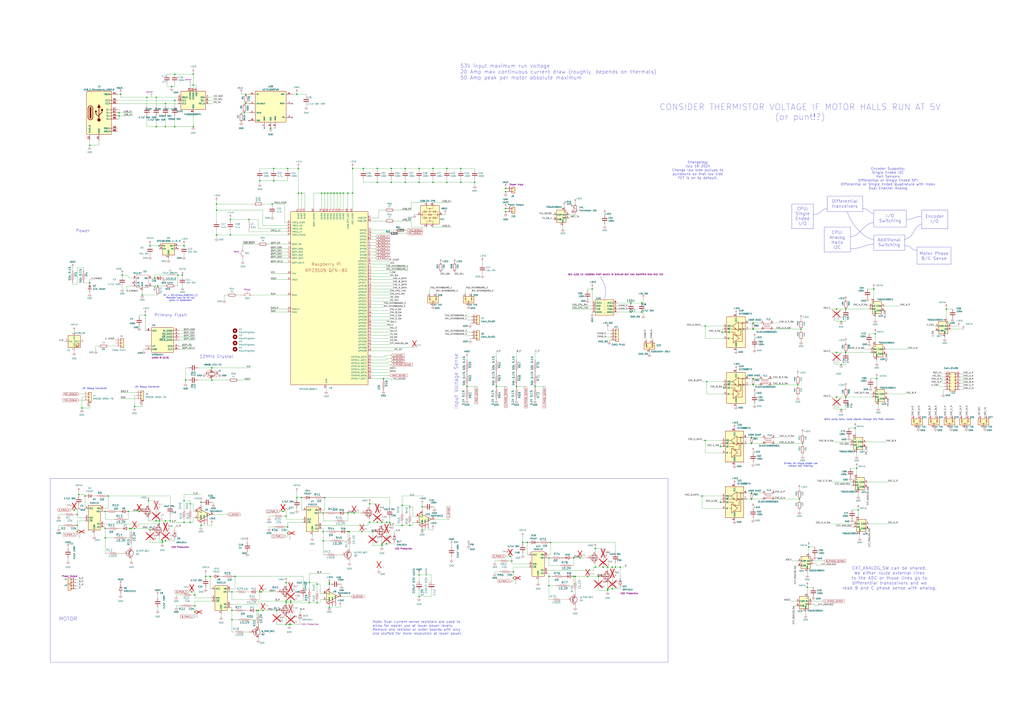
<source format=kicad_sch>
(kicad_sch (version 20250114) (generator "eeschema") (generator_version "9.0")
  (paper "A1")
  (rectangle (start 756.92 172.72) (end 778.51 187.96))
  (bezier (pts (xy 679.45 171.45) (xy 674.37 171.45) (xy 674.37 176.53) (xy 668.02 176.53)))
  (rectangle (start 41.275 393.065) (end 548.64 544.195))
  (bezier (pts (xy 717.55 182.88) (xy 709.93 182.88) (xy 704.85 195.58) (xy 698.5 194.31)))
  (rectangle (start 679.45 161.29) (end 708.66 173.99))
  (bezier (pts (xy 717.55 196.85) (xy 707.39 195.58) (xy 697.23 180.34) (xy 695.96 173.99)))
  (rectangle (start 676.91 186.69) (end 698.5 207.01))
  (rectangle (start 650.24 167.64) (end 668.02 187.96))
  (rectangle (start 717.55 172.72) (end 744.22 186.69))
  (bezier (pts (xy 717.55 200.66) (xy 711.2 200.66) (xy 707.39 204.47) (xy 698.5 204.47)))
  (rectangle (start 753.11 203.2) (end 781.05 217.17))
  (bezier (pts (xy 756.92 184.15) (xy 749.3 186.69) (xy 751.84 194.31) (xy 742.95 196.85)))
  (bezier (pts (xy 753.11 205.74) (xy 746.76 205.74) (xy 750.57 201.93) (xy 742.95 201.93)))
  (rectangle (start 717.55 193.04) (end 742.95 205.74))
  (bezier (pts (xy 717.55 175.26) (xy 712.47 175.26) (xy 715.01 171.45) (xy 708.66 171.45)))
  (bezier (pts (xy 756.92 177.8) (xy 750.57 177.8) (xy 751.84 180.34) (xy 744.22 180.34)))
  (arc (start 492.76 227.33) (mid 496.9298 235.7347) (end 496.57 245.11))
  (text "I/O\nSwitching" (at 731.012 179.578 0) (effects (font (size 2.54 2.54))))
  (text "R1 = R2/((Vout/0.812V)-1)\nResistor vals for 5v out\ngiven in datasheet." (at 148.336 244.856 0) (effects (font (size 1.27 1.27))))
  (text "JST Debug Connector" (at 110.49 318.77 0) (effects (font (size 1.27 1.27)) (justify left bottom)))
  (text "Primary Flash" (at 126.746 260.604 0) (effects (font (size 2.54 2.54)) (justify left bottom)))
  (text "MOTOR" (at 48.26 510.54 0) (effects (font (size 3 3)) (justify left bottom)))
  (text "CONSIDER THERMISTOR VOLTAGE IF MOTOR HALLS RUN AT 5V\n(or punt!?)" (at 657.098 92.202 0) (effects (font (size 5 5))))
  (text "JST Debug Connector" (at 67.31 320.04 0) (effects (font (size 1.27 1.27)) (justify left bottom)))
  (text "Differential\ntranceivers" (at 693.928 167.64 0) (effects (font (size 2.54 2.54))))
  (text "Power" (at 62.23 191.262 0) (effects (font (size 2.54 2.54)) (justify left bottom)))
  (text "CPU:\nSingle\nEnded\nI/O" (at 659.13 177.8 0) (effects (font (size 2.54 2.54))))
  (text "12MHz Crystal" (at 163.83 294.64 0) (effects (font (size 2.54 2.54)) (justify left bottom)))
  (text "Encoder\nI/O" (at 767.588 180.086 0) (effects (font (size 2.54 2.54))))
  (text "CPU:\nAnalog\nHalls\nI2C" (at 687.578 197.358 0) (effects (font (size 2.54 2.54))))
  (text "53V input maximum run voltage\n20 Amp max continuous current draw (roughly, depends on thermals)\n50 Amp peak per motor absolute maximum" (at 377.952 65.786 0) (effects (font (size 3 3)) (justify left bottom)))
  (text "Changelog:\nJuly 16 2024\nChange low side pullups to\npulldowns so that low side\nFET is on by default." (at 573.024 139.954 0) (effects (font (size 2 2))))
  (text "Note: Dual current sense resistors are used to\nallow for easier use at lower power levels.\nRemove one resistor or order boards with only\none stuffed for more resolution at lower power." (at 306.07 521.97 0) (effects (font (size 2 2)) (justify left bottom)))
  (text "Divider for single ended use\nwithout hall filtering." (at 657.606 382.016 0) (effects (font (size 1.27 1.27))))
  (text "EXT_ANALOG_SW can be shared.\nWe either route external lines\nto the ADC or those lines go to\ndifferential transceivers and we\nread B and C phase sense with analog." (at 730.504 475.234 0) (effects (font (size 2.54 2.54))))
  (text "Encoder Supports:\nSingle Ended I2C\nHall Sensors\nDifferential or Single Ended SPI\nDifferential or Single Ended Quadrature with Index\nDual Channel Analog" (at 729.234 146.812 0) (effects (font (size 2 2))))
  (text "Additional\nSwitching" (at 730.25 199.39 0) (effects (font (size 2.54 2.54))))
  (text "Input Voltage Sense" (at 376.428 336.296 90) (effects (font (size 3 3)) (justify left bottom)))
  (text "When using halls, route signals through this filter network." (at 705.866 344.678 0) (effects (font (size 1.27 1.27))))
  (text "Motor Phase\nB/C Sense" (at 767.08 210.566 0) (effects (font (size 2.54 2.54))))
  (junction (at 165.1 431.8))
  (junction (at 314.96 311.15))
  (junction (at 289.56 158.75))
  (junction (at 264.16 158.75))
  (junction (at 201.93 77.47))
  (junction (at 213.36 486.41))
  (junction (at 657.86 270.51))
  (junction (at 243.84 77.47))
  (junction (at 133.35 445.77))
  (junction (at 287.02 436.88))
  (junction (at 499.11 483.87))
  (junction (at 222.25 105.41))
  (junction (at 119.38 259.08))
  (junction (at 330.2 431.8))
  (junction (at 254 495.3))
  (junction (at 133.35 444.5))
  (junction (at 151.13 201.93))
  (junction (at 415.29 157.48))
  (junction (at 193.04 473.71))
  (junction (at 97.79 95.25))
  (junction (at 158.75 69.85))
  (junction (at 107.95 434.34))
  (junction (at 285.75 436.88))
  (junction (at 690.88 336.55))
  (junction (at 720.09 311.15))
  (junction (at 173.99 312.42))
  (junction (at 367.03 149.86))
  (junction (at 172.72 473.71))
  (junction (at 86.36 434.34))
  (junction (at 346.71 435.61))
  (junction (at 344.17 490.22))
  (junction (at 580.39 313.69))
  (junction (at 200.66 92.71))
  (junction (at 450.85 458.47))
  (junction (at 201.93 85.09))
  (junction (at 617.22 364.49))
  (junction (at 265.43 436.88))
  (junction (at 236.22 438.15))
  (junction (at 236.22 138.43))
  (junction (at 215.9 501.65))
  (junction (at 429.26 445.77))
  (junction (at 64.77 406.4))
  (junction (at 130.81 427.99))
  (junction (at 60.96 419.1))
  (junction (at 157.48 486.41))
  (junction (at 128.27 427.99))
  (junction (at 777.24 254))
  (junction (at 143.51 82.55))
  (junction (at 309.88 138.43))
  (junction (at 289.56 138.43))
  (junction (at 346.71 416.56))
  (junction (at 618.49 265.43))
  (junction (at 298.45 138.43))
  (junction (at 419.1 457.2))
  (junction (at 659.13 364.49))
  (junction (at 238.76 494.03))
  (junction (at 344.17 138.43))
  (junction (at 139.7 427.99))
  (junction (at 106.68 434.34))
  (junction (at 655.32 316.23))
  (junction (at 694.69 326.39))
  (junction (at 285.75 158.75))
  (junction (at 260.35 480.06))
  (junction (at 127 228.6))
  (junction (at 158.75 104.14))
  (junction (at 450.85 473.71))
  (junction (at 237.49 513.08))
  (junction (at 266.7 408.94))
  (junction (at 270.51 478.79))
  (junction (at 717.55 237.49))
  (junction (at 245.11 138.43))
  (junction (at 213.36 148.59))
  (junction (at 224.79 148.59))
  (junction (at 690.88 299.72))
  (junction (at 210.82 501.65))
  (junction (at 114.3 420.37))
  (junction (at 421.64 469.9))
  (junction (at 309.88 429.26))
  (junction (at 247.65 408.94))
  (junction (at 223.52 167.64))
  (junction (at 245.11 158.75))
  (junction (at 378.46 138.43))
  (junction (at 63.5 422.91))
  (junction (at 617.22 359.41))
  (junction (at 160.02 502.92))
  (junction (at 495.3 466.09))
  (junction (at 330.2 415.29))
  (junction (at 110.49 434.34))
  (junction (at 238.76 495.3))
  (junction (at 594.36 318.77))
  (junction (at 135.89 104.14))
  (junction (at 160.02 488.95))
  (junction (at 415.29 171.45))
  (junction (at 135.89 427.99))
  (junction (at 617.22 410.21))
  (junction (at 73.66 119.38))
  (junction (at 491.49 473.71))
  (junction (at 471.17 458.47))
  (junction (at 232.41 420.37))
  (junction (at 160.02 497.84))
  (junction (at 177.8 193.04))
  (junction (at 143.51 60.96))
  (junction (at 344.17 472.44))
  (junction (at 486.41 237.49))
  (junction (at 266.7 158.75))
  (junction (at 579.12 267.97))
  (junction (at 190.5 509.27))
  (junction (at 281.94 158.75))
  (junction (at 151.13 411.48))
  (junction (at 110.49 334.01))
  (junction (at 313.69 447.04))
  (junction (at 527.05 248.92))
  (junction (at 149.86 226.06))
  (junction (at 276.86 158.75))
  (junction (at 69.85 407.67))
  (junction (at 156.21 429.26))
  (junction (at 86.36 441.96))
  (junction (at 99.06 77.47))
  (junction (at 499.11 485.14))
  (junction (at 297.18 436.88))
  (junction (at 177.8 167.64))
  (junction (at 165.1 412.75))
  (junction (at 212.09 501.65))
  (junction (at 265.43 421.64))
  (junction (at 151.13 429.26))
  (junction (at 415.29 173.99))
  (junction (at 128.27 80.01))
  (junction (at 482.6 473.71))
  (junction (at 105.41 420.37))
  (junction (at 518.16 248.92))
  (junction (at 290.83 421.64))
  (junction (at 146.05 226.06))
  (junction (at 332.74 138.43))
  (junction (at 254 478.79))
  (junction (at 116.84 242.57))
  (junction (at 123.19 201.93))
  (junction (at 129.54 234.95))
  (junction (at 367.03 138.43))
  (junction (at 321.31 149.86))
  (junction (at 518.16 256.54))
  (junction (at 247.65 158.75))
  (junction (at 97.79 92.71))
  (junction (at 260.35 495.3))
  (junction (at 687.07 254))
  (junction (at 309.88 149.86))
  (junction (at 234.95 495.3))
  (junction (at 421.64 474.98))
  (junction (at 591.82 367.03))
  (junction (at 450.85 481.33))
  (junction (at 527.05 256.54))
  (junction (at 313.69 448.31))
  (junction (at 234.95 478.79))
  (junction (at 158.75 60.96))
  (junction (at 656.59 410.21))
  (junction (at 488.95 450.85))
  (junction (at 336.55 431.8))
  (junction (at 271.78 158.75))
  (junction (at 407.67 317.5))
  (junction (at 424.18 317.5))
  (junction (at 140.97 71.12))
  (junction (at 694.69 289.56))
  (junction (at 270.51 480.06))
  (junction (at 499.11 466.09))
  (junction (at 336.55 416.56))
  (junction (at 173.99 302.26))
  (junction (at 270.51 499.11))
  (junction (at 472.44 473.71))
  (junction (at 135.89 85.09))
  (junction (at 143.51 104.14))
  (junction (at 332.74 149.86))
  (junction (at 123.19 435.61))
  (junction (at 88.9 407.67))
  (junction (at 317.5 447.04))
  (junction (at 703.58 384.81))
  (junction (at 156.21 414.02))
  (junction (at 355.6 149.86))
  (junction (at 303.53 414.02))
  (junction (at 214.63 486.41))
  (junction (at 234.95 424.18))
  (junction (at 502.92 483.87))
  (junction (at 617.22 405.13))
  (junction (at 303.53 429.26))
  (junction (at 238.76 513.08))
  (junction (at 389.89 149.86))
  (junction (at 130.81 430.53))
  (junction (at 152.4 312.42))
  (junction (at 100.33 226.06))
  (junction (at 67.31 335.28))
  (junction (at 433.07 445.77))
  (junction (at 452.12 445.77))
  (junction (at 664.21 449.58))
  (junction (at 509.27 466.09))
  (junction (at 317.5 429.26))
  (junction (at 236.22 433.07))
  (junction (at 189.23 180.34))
  (junction (at 593.09 273.05))
  (junction (at 718.82 274.32))
  (junction (at 120.65 80.01))
  (junction (at 579.12 361.95))
  (junction (at 285.75 421.64))
  (junction (at 505.46 466.09))
  (junction (at 618.49 316.23))
  (junction (at 227.33 501.65))
  (junction (at 502.92 466.09))
  (junction (at 690.88 264.16))
  (junction (at 378.46 149.86))
  (junction (at 439.42 317.5))
  (junction (at 128.27 104.14))
  (junction (at 704.85 419.1))
  (junction (at 476.25 458.47))
  (junction (at 177.8 172.72))
  (junction (at 320.04 429.26))
  (junction (at 190.5 501.65))
  (junction (at 618.49 270.51))
  (junction (at 121.92 411.48))
  (junction (at 471.17 473.71))
  (junction (at 86.36 420.37))
  (junction (at 591.82 412.75))
  (junction (at 265.43 444.5))
  (junction (at 687.07 326.39))
  (junction (at 243.84 408.94))
  (junction (at 63.5 431.8))
  (junction (at 234.95 494.03))
  (junction (at 189.23 193.04))
  (junction (at 694.69 254))
  (junction (at 168.91 473.71))
  (junction (at 190.5 486.41))
  (junction (at 415.29 154.94))
  (junction (at 321.31 138.43))
  (junction (at 420.37 461.01))
  (junction (at 234.95 513.08))
  (junction (at 355.6 138.43))
  (junction (at 687.07 289.56))
  (junction (at 204.47 180.34))
  (junction (at 306.07 436.88))
  (junction (at 313.69 429.26))
  (junction (at 488.95 466.09))
  (junction (at 224.79 138.43))
  (junction (at 618.49 311.15))
  (junction (at 279.4 158.75))
  (junction (at 344.17 149.86))
  (junction (at 135.89 444.5))
  (junction (at 73.66 232.41))
  (junction (at 63.5 436.88))
  (junction (at 130.81 201.93))
  (junction (at 383.54 317.5))
  (junction (at 576.58 407.67))
  (junction (at 702.31 351.79))
  (junction (at 269.24 158.75))
  (junction (at 274.32 158.75))
  (junction (at 662.94 482.6))
  (no_connect (at 217.17 105.41))
  (no_connect (at 240.03 96.52))
  (no_connect (at 109.22 232.41))
  (no_connect (at 240.03 85.09))
  (wire (pts (xy 313.69 448.31) (xy 306.07 448.31)))
  (wire (pts (xy 285.75 421.64) (xy 290.83 421.64)))
  (wire (pts (xy 662.94 482.6) (xy 668.02 482.6)))
  (wire (pts (xy 407.67 317.5) (xy 415.29 317.5)))
  (wire (pts (xy 416.56 154.94) (xy 415.29 154.94)))
  (wire (pts (xy 311.15 172.72) (xy 316.23 172.72)))
  (wire (pts (xy 177.8 167.64) (xy 177.8 172.72)))
  (wire (pts (xy 656.59 419.1) (xy 656.59 420.37)))
  (wire (pts (xy 303.53 429.26) (xy 309.88 429.26)))
  (wire (pts (xy 281.94 158.75) (xy 285.75 158.75)))
  (wire (pts (xy 107.95 459.74) (xy 107.95 461.01)))
  (wire (pts (xy 580.39 313.69) (xy 594.36 313.69)))
  (wire (pts (xy 238.76 494.03) (xy 248.92 494.03)))
  (wire (pts (xy 321.31 311.15) (xy 321.31 312.42)))
  (wire (pts (xy 613.41 364.49) (xy 617.22 364.49)))
  (wire (pts (xy 158.75 69.85) (xy 161.29 69.85)))
  (wire (pts (xy 304.8 227.33) (xy 320.04 227.33)))
  (wire (pts (xy 260.35 480.06) (xy 260.35 485.14)))
  (wire (pts (xy 590.55 367.03) (xy 591.82 367.03)))
  (wire (pts (xy 387.35 260.35) (xy 383.54 260.35)))
  (wire (pts (xy 618.49 416.56) (xy 618.49 417.83)))
  (wire (pts (xy 234.95 494.03) (xy 238.76 494.03)))
  (wire (pts (xy 323.85 445.77) (xy 323.85 447.04)))
  (wire (pts (xy 73.66 119.38) (xy 73.66 120.65)))
  (wire (pts (xy 139.7 429.26) (xy 151.13 429.26)))
  (wire (pts (xy 316.23 293.37) (xy 304.8 293.37)))
  (wire (pts (xy 274.32 171.45) (xy 274.32 158.75)))
  (wire (pts (xy 123.19 200.66) (xy 123.19 201.93)))
  (wire (pts (xy 304.8 219.71) (xy 335.28 219.71)))
  (wire (pts (xy 123.19 434.34) (xy 123.19 435.61)))
  (wire (pts (xy 152.4 312.42) (xy 152.4 314.96)))
  (wire (pts (xy 306.07 436.88) (xy 306.07 439.42)))
  (wire (pts (xy 120.65 95.25) (xy 120.65 104.14)))
  (wire (pts (xy 63.5 427.99) (xy 63.5 431.8)))
  (wire (pts (xy 690.88 264.16) (xy 687.07 264.16)))
  (wire (pts (xy 421.64 466.09) (xy 421.64 469.9)))
  (wire (pts (xy 472.44 166.37) (xy 472.44 167.64)))
  (wire (pts (xy 135.89 85.09) (xy 135.89 87.63)))
  (wire (pts (xy 378.46 138.43) (xy 389.89 138.43)))
  (wire (pts (xy 304.8 285.75) (xy 340.36 285.75)))
  (wire (pts (xy 662.94 481.33) (xy 662.94 482.6)))
  (wire (pts (xy 177.8 189.23) (xy 177.8 193.04)))
  (wire (pts (xy 330.2 415.29) (xy 336.55 415.29)))
  (wire (pts (xy 219.71 200.66) (xy 236.22 200.66)))
  (wire (pts (xy 339.09 429.26) (xy 341.63 429.26)))
  (wire (pts (xy 727.71 255.27) (xy 726.44 255.27)))
  (wire (pts (xy 171.45 85.09) (xy 175.26 85.09)))
  (wire (pts (xy 68.58 232.41) (xy 73.66 232.41)))
  (wire (pts (xy 140.97 71.12) (xy 140.97 72.39)))
  (wire (pts (xy 129.54 488.95) (xy 129.54 491.49)))
  (wire (pts (xy 111.76 325.12) (xy 110.49 325.12)))
  (wire (pts (xy 165.1 431.8) (xy 165.1 433.07)))
  (wire (pts (xy 330.2 407.67) (xy 330.2 415.29)))
  (wire (pts (xy 266.7 158.75) (xy 269.24 158.75)))
  (wire (pts (xy 298.45 147.32) (xy 298.45 149.86)))
  (wire (pts (xy 265.43 455.93) (xy 265.43 444.5)))
  (wire (pts (xy 694.69 334.01) (xy 694.69 336.55)))
  (wire (pts (xy 720.09 311.15) (xy 720.09 317.5)))
  (wire (pts (xy 450.85 492.76) (xy 452.12 492.76)))
  (wire (pts (xy 318.77 298.45) (xy 304.8 298.45)))
  (wire (pts (xy 133.35 445.77) (xy 123.19 445.77)))
  (wire (pts (xy 486.41 256.54) (xy 486.41 257.81)))
  (wire (pts (xy 618.49 265.43) (xy 624.84 265.43)))
  (wire (pts (xy 156.21 69.85) (xy 158.75 69.85)))
  (wire (pts (xy 320.04 300.99) (xy 304.8 300.99)))
  (wire (pts (xy 406.4 469.9) (xy 410.21 469.9)))
  (wire (pts (xy 264.16 434.34) (xy 265.43 434.34)))
  (wire (pts (xy 279.4 158.75) (xy 281.94 158.75)))
  (wire (pts (xy 687.07 326.39) (xy 681.99 326.39)))
  (wire (pts (xy 323.85 447.04) (xy 317.5 447.04)))
  (wire (pts (xy 591.82 412.75) (xy 593.09 412.75)))
  (wire (pts (xy 139.7 427.99) (xy 139.7 429.26)))
  (wire (pts (xy 791.21 307.34) (xy 788.67 307.34)))
  (wire (pts (xy 120.65 80.01) (xy 120.65 87.63)))
  (wire (pts (xy 499.11 269.24) (xy 499.11 271.78)))
  (wire (pts (xy 662.94 482.6) (xy 662.94 487.68)))
  (wire (pts (xy 156.21 414.02) (xy 158.75 414.02)))
  (wire (pts (xy 580.39 313.69) (xy 580.39 323.85)))
  (wire (pts (xy 618.49 426.72) (xy 618.49 425.45)))
  (wire (pts (xy 355.6 138.43) (xy 367.03 138.43)))
  (wire (pts (xy 254 494.03) (xy 254 495.3)))
  (wire (pts (xy 118.11 287.02) (xy 118.11 288.29)))
  (wire (pts (xy 683.26 396.24) (xy 699.77 396.24)))
  (wire (pts (xy 273.05 497.84) (xy 273.05 499.11)))
  (wire (pts (xy 208.28 242.57) (xy 236.22 242.57)))
  (wire (pts (xy 365.76 175.26) (xy 365.76 176.53)))
  (wire (pts (xy 709.93 287.02) (xy 715.01 287.02)))
  (wire (pts (xy 213.36 486.41) (xy 213.36 492.76)))
  (wire (pts (xy 668.02 463.55) (xy 670.56 463.55)))
  (wire (pts (xy 304.8 275.59) (xy 320.04 275.59)))
  (wire (pts (xy 143.51 95.25) (xy 143.51 104.14)))
  (wire (pts (xy 415.29 154.94) (xy 414.02 154.94)))
  (wire (pts (xy 336.55 431.8) (xy 339.09 431.8)))
  (wire (pts (xy 129.54 499.11) (xy 129.54 501.65)))
  (wire (pts (xy 453.39 180.34) (xy 454.66 180.34)))
  (wire (pts (xy 285.75 436.88) (xy 287.02 436.88)))
  (wire (pts (xy 97.79 90.17) (xy 97.79 92.71)))
  (wire (pts (xy 189.23 193.04) (xy 236.22 193.04)))
  (wire (pts (xy 681.99 430.53) (xy 701.04 430.53)))
  (wire (pts (xy 449.58 455.93) (xy 452.12 455.93)))
  (wire (pts (xy 316.23 292.1) (xy 321.31 292.1)))
  (wire (pts (xy 703.58 384.81) (xy 703.58 389.89)))
  (wire (pts (xy 420.37 461.01) (xy 420.37 463.55)))
  (wire (pts (xy 670.56 463.55) (xy 670.56 464.82)))
  (wire (pts (xy 247.65 408.94) (xy 247.65 419.1)))
  (wire (pts (xy 320.04 417.83) (xy 320.04 408.94)))
  (wire (pts (xy 576.58 417.83) (xy 593.09 417.83)))
  (wire (pts (xy 791.21 320.04) (xy 788.67 320.04)))
  (wire (pts (xy 158.75 92.71) (xy 158.75 104.14)))
  (wire (pts (xy 96.52 97.79) (xy 97.79 97.79)))
  (wire (pts (xy 265.43 421.64) (xy 265.43 427.99)))
  (wire (pts (xy 317.5 439.42) (xy 317.5 438.15)))
  (wire (pts (xy 499.11 271.78) (xy 501.65 271.78)))
  (wire (pts (xy 690.88 299.72) (xy 687.07 299.72)))
  (wire (pts (xy 304.8 270.51) (xy 320.04 270.51)))
  (wire (pts (xy 774.7 320.04) (xy 774.7 323.85)))
  (wire (pts (xy 354.33 477.52) (xy 354.33 472.44)))
  (wire (pts (xy 614.68 270.51) (xy 618.49 270.51)))
  (wire (pts (xy 234.95 491.49) (xy 234.95 494.03)))
  (wire (pts (xy 190.5 509.27) (xy 195.58 509.27)))
  (wire (pts (xy 64.77 328.93) (xy 68.58 328.93)))
  (wire (pts (xy 144.78 497.84) (xy 144.78 499.11)))
  (wire (pts (xy 158.75 59.69) (xy 158.75 60.96)))
  (wire (pts (xy 488.95 450.85) (xy 488.95 453.39)))
  (wire (pts (xy 193.04 473.71) (xy 248.92 473.71)))
  (wire (pts (xy 222.25 105.41) (xy 226.06 105.41)))
  (wire (pts (xy 130.81 440.69) (xy 130.81 444.5)))
  (wire (pts (xy 429.26 445.77) (xy 429.26 447.04)))
  (wire (pts (xy 591.82 410.21) (xy 593.09 410.21)))
  (wire (pts (xy 471.17 458.47) (xy 471.17 464.82)))
  (wire (pts (xy 386.08 278.13) (xy 387.35 278.13)))
  (wire (pts (xy 119.38 259.08) (xy 119.38 271.78)))
  (wire (pts (xy 486.41 237.49) (xy 486.41 248.92)))
  (wire (pts (xy 433.07 445.77) (xy 434.34 445.77)))
  (wire (pts (xy 190.5 486.41) (xy 189.23 486.41)))
  (wire (pts (xy 502.92 483.87) (xy 499.11 483.87)))
  (wire (pts (xy 106.68 441.96) (xy 104.14 441.96)))
  (wire (pts (xy 236.22 215.9) (xy 222.25 215.9)))
  (wire (pts (xy 110.49 334.01) (xy 116.84 334.01)))
  (wire (pts (xy 243.84 77.47) (xy 251.46 77.47)))
  (wire (pts (xy 127 226.06) (xy 127 228.6)))
  (wire (pts (xy 265.43 421.64) (xy 264.16 421.64)))
  (wire (pts (xy 257.81 171.45) (xy 257.81 158.75)))
  (wire (pts (xy 633.73 316.23) (xy 655.32 316.23)))
  (wire (pts (xy 303.53 426.72) (xy 303.53 429.26)))
  (wire (pts (xy 158.75 425.45) (xy 160.02 425.45)))
  (wire (pts (xy 452.12 445.77) (xy 452.12 455.93)))
  (wire (pts (xy 190.5 519.43) (xy 190.5 509.27)))
  (wire (pts (xy 63.5 419.1) (xy 63.5 422.91)))
  (wire (pts (xy 285.75 421.64) (xy 285.75 427.99)))
  (wire (pts (xy 313.69 447.04) (xy 313.69 448.31)))
  (wire (pts (xy 419.1 457.2) (xy 420.37 457.2)))
  (wire (pts (xy 594.36 316.23) (xy 594.36 318.77)))
  (wire (pts (xy 346.71 416.56) (xy 347.98 416.56)))
  (wire (pts (xy 468.63 179.07) (xy 467.36 179.07)))
  (wire (pts (xy 63.5 427.99) (xy 69.85 427.99)))
  (wire (pts (xy 190.5 486.41) (xy 193.04 486.41)))
  (wire (pts (xy 535.94 279.4) (xy 535.94 278.13)))
  (wire (pts (xy 262.89 487.68) (xy 265.43 487.68)))
  (wire (pts (xy 499.11 466.09) (xy 502.92 466.09)))
  (wire (pts (xy 77.47 438.15) (xy 77.47 440.69)))
  (wire (pts (xy 240.03 77.47) (xy 243.84 77.47)))
  (wire (pts (xy 791.21 309.88) (xy 788.67 309.88)))
  (wire (pts (xy 792.48 351.79) (xy 793.75 351.79)))
  (wire (pts (xy 421.64 466.09) (xy 434.34 466.09)))
  (wire (pts (xy 378.46 147.32) (xy 378.46 149.86)))
  (wire (pts (xy 334.01 191.77) (xy 327.66 191.77)))
  (wire (pts (xy 304.8 224.79) (xy 320.04 224.79)))
  (wire (pts (xy 471.17 473.71) (xy 471.17 481.33)))
  (wire (pts (xy 214.63 486.41) (xy 227.33 486.41)))
  (wire (pts (xy 344.17 490.22) (xy 344.17 491.49)))
  (wire (pts (xy 267.97 318.77) (xy 267.97 321.31)))
  (wire (pts (xy 791.21 317.5) (xy 788.67 317.5)))
  (wire (pts (xy 105.41 426.72) (xy 104.14 426.72)))
  (wire (pts (xy 227.33 501.65) (xy 227.33 504.19)))
  (wire (pts (xy 189.23 499.11) (xy 190.5 499.11)))
  (wire (pts (xy 201.93 77.47) (xy 198.12 77.47)))
  (wire (pts (xy 245.11 158.75) (xy 245.11 171.45)))
  (wire (pts (xy 234.95 513.08) (xy 237.49 513.08)))
  (wire (pts (xy 86.36 426.72) (xy 93.98 426.72)))
  (wire (pts (xy 655.32 325.12) (xy 655.32 326.39)))
  (wire (pts (xy 304.8 280.67) (xy 320.04 280.67)))
  (wire (pts (xy 290.83 421.64) (xy 295.91 421.64)))
  (wire (pts (xy 48.26 422.91) (xy 48.26 424.18)))
  (wire (pts (xy 337.82 181.61) (xy 337.82 186.69)))
  (wire (pts (xy 114.3 267.97) (xy 114.3 269.24)))
  (wire (pts (xy 303.53 412.75) (xy 303.53 414.02)))
  (wire (pts (xy 304.8 260.35) (xy 320.04 260.35)))
  (wire (pts (xy 304.8 273.05) (xy 320.04 273.05)))
  (wire (pts (xy 281.94 158.75) (xy 281.94 171.45)))
  (wire (pts (xy 248.92 482.6) (xy 248.92 473.71)))
  (wire (pts (xy 591.82 367.03) (xy 593.09 367.03)))
  (wire (pts (xy 173.99 312.42) (xy 187.96 312.42)))
  (wire (pts (xy 650.24 461.01) (xy 655.32 461.01)))
  (wire (pts (xy 330.2 430.53) (xy 330.2 431.8)))
  (wire (pts (xy 354.33 472.44) (xy 344.17 472.44)))
  (wire (pts (xy 488.95 466.09) (xy 495.3 466.09)))
  (wire (pts (xy 234.95 495.3) (xy 238.76 495.3)))
  (wire (pts (xy 721.36 335.28) (xy 721.36 332.74)))
  (wire (pts (xy 591.82 410.21) (xy 591.82 412.75)))
  (wire (pts (xy 96.52 92.71) (xy 97.79 92.71)))
  (wire (pts (xy 439.42 317.5) (xy 447.04 317.5)))
  (wire (pts (xy 247.65 408.94) (xy 248.92 408.94)))
  (wire (pts (xy 165.1 431.8) (xy 167.64 431.8)))
  (wire (pts (xy 121.92 425.45) (xy 121.92 427.99)))
  (wire (pts (xy 779.78 351.79) (xy 781.05 351.79)))
  (wire (pts (xy 589.28 412.75) (xy 591.82 412.75)))
  (wire (pts (xy 332.74 139.7) (xy 332.74 138.43)))
  (wire (pts (xy 488.95 463.55) (xy 488.95 466.09)))
  (wire (pts (xy 304.8 283.21) (xy 320.04 283.21)))
  (wire (pts (xy 304.8 222.25) (xy 335.28 222.25)))
  (wire (pts (xy 172.72 473.71) (xy 173.99 473.71)))
  (wire (pts (xy 378.46 139.7) (xy 378.46 138.43)))
  (wire (pts (xy 472.44 473.71) (xy 472.44 476.25)))
  (wire (pts (xy 383.54 316.865) (xy 383.54 317.5)))
  (wire (pts (xy 63.5 422.91) (xy 63.5 425.45)))
  (wire (pts (xy 186.69 242.57) (xy 184.15 242.57)))
  (wire (pts (xy 73.66 229.87) (xy 74.93 229.87)))
  (wire (pts (xy 195.58 312.42) (xy 205.74 312.42)))
  (wire (pts (xy 502.92 466.09) (xy 505.46 466.09)))
  (wire (pts (xy 433.07 455.93) (xy 434.34 455.93)))
  (wire (pts (xy 69.85 406.4) (xy 69.85 407.67)))
  (wire (pts (xy 415.29 171.45) (xy 414.02 171.45)))
  (wire (pts (xy 190.5 519.43) (xy 191.77 519.43)))
  (wire (pts (xy 618.49 311.15) (xy 623.57 311.15)))
  (wire (pts (xy 774.7 320.04) (xy 775.97 320.04)))
  (wire (pts (xy 664.21 449.58) (xy 669.29 449.58)))
  (wire (pts (xy 78.74 284.48) (xy 78.74 288.29)))
  (wire (pts (xy 243.84 76.2) (xy 243.84 77.47)))
  (wire (pts (xy 694.69 336.55) (xy 690.88 336.55)))
  (wire (pts (xy 505.46 466.09) (xy 505.46 462.28)))
  (wire (pts (xy 694.69 280.67) (xy 694.69 281.94)))
  (wire (pts (xy 336.55 416.56) (xy 339.09 416.56)))
  (wire (pts (xy 487.68 468.63) (xy 487.68 466.09)))
  (wire (pts (xy 121.92 411.48) (xy 121.92 415.29)))
  (wire (pts (xy 110.49 434.34) (xy 123.19 434.34)))
  (wire (pts (xy 664.21 449.58) (xy 664.21 454.66)))
  (wire (pts (xy 194.31 242.57) (xy 198.12 242.57)))
  (wire (pts (xy 593.09 318.77) (xy 594.36 318.77)))
  (wire (pts (xy 212.09 200.66) (xy 199.39 200.66)))
  (wire (pts (xy 415.29 457.2) (xy 419.1 457.2)))
  (wire (pts (xy 321.31 149.86) (xy 309.88 149.86)))
  (wire (pts (xy 215.9 172.72) (xy 215.9 185.42)))
  (wire (pts (xy 147.32 276.86) (xy 160.02 276.86)))
  (wire (pts (xy 717.55 237.49) (xy 717.55 245.11)))
  (wire (pts (xy 99.06 322.58) (xy 111.76 322.58)))
  (wire (pts (xy 389.89 147.32) (xy 389.89 149.86)))
  (wire (pts (xy 143.51 443.23) (xy 143.51 444.5)))
  (wire (pts (xy 190.5 501.65) (xy 191.77 501.65)))
  (wire (pts (xy 245.11 137.16) (xy 245.11 138.43)))
  (wire (pts (xy 265.43 455.93) (xy 266.7 455.93)))
  (wire (pts (xy 270.51 480.06) (xy 271.78 480.06)))
  (wire (pts (xy 248.92 494.03) (xy 248.92 490.22)))
  (wire (pts (xy 420.37 457.2) (xy 420.37 461.01)))
  (wire (pts (xy 151.13 411.48) (xy 151.13 417.83)))
  (wire (pts (xy 320.04 431.8) (xy 320.04 429.26)))
  (wire (pts (xy 167.64 430.53) (xy 167.64 431.8)))
  (wire (pts (xy 354.33 490.22) (xy 354.33 485.14)))
  (wire (pts (xy 204.47 180.34) (xy 204.47 181.61)))
  (wire (pts (xy 420.37 463.55) (xy 434.34 463.55)))
  (wire (pts (xy 271.78 171.45) (xy 271.78 158.75)))
  (wire (pts (xy 234.95 424.18) (xy 234.95 426.72)))
  (wire (pts (xy 154.94 302.26) (xy 152.4 302.26)))
  (wire (pts (xy 694.69 297.18) (xy 694.69 299.72)))
  (wire (pts (xy 306.07 448.31) (xy 306.07 447.04)))
  (wire (pts (xy 704.85 419.1) (xy 699.77 419.1)))
  (wire (pts (xy 280.67 480.06) (xy 280.67 481.33)))
  (wire (pts (xy 143.51 104.14) (xy 158.75 104.14)))
  (wire (pts (xy 355.6 149.86) (xy 344.17 149.86)))
  (wire (pts (xy 527.05 256.54) (xy 528.32 256.54)))
  (wire (pts (xy 158.75 60.96) (xy 158.75 69.85)))
  (wire (pts (xy 157.48 284.48) (xy 147.32 284.48)))
  (wire (pts (xy 317.5 447.04) (xy 313.69 447.04)))
  (wire (pts (xy 62.23 481.33) (xy 64.77 481.33)))
  (wire (pts (xy 355.6 416.56) (xy 356.87 416.56)))
  (wire (pts (xy 146.05 226.06) (xy 146.05 234.95)))
  (wire (pts (xy 213.36 138.43) (xy 224.79 138.43)))
  (wire (pts (xy 236.22 254) (xy 222.25 254)))
  (wire (pts (xy 210.82 509.27) (xy 205.74 509.27)))
  (wire (pts (xy 614.68 265.43) (xy 618.49 265.43)))
  (wire (pts (xy 499.11 485.14) (xy 499.11 486.41)))
  (wire (pts (xy 496.57 175.26) (xy 496.57 176.53)))
  (wire (pts (xy 139.7 415.29) (xy 139.7 407.67)))
  (wire (pts (xy 55.88 458.47) (xy 55.88 461.01)))
  (wire (pts (xy 285.75 436.88) (xy 285.75 444.5)))
  (wire (pts (xy 123.19 445.77) (xy 123.19 444.5)))
  (wire (pts (xy 123.19 209.55) (xy 123.19 210.82)))
  (wire (pts (xy 509.27 466.09) (xy 505.46 466.09)))
  (wire (pts (xy 171.45 80.01) (xy 175.26 80.01)))
  (wire (pts (xy 60.96 271.78) (xy 60.96 273.05)))
  (wire (pts (xy 618.49 370.84) (xy 618.49 372.11)))
  (wire (pts (xy 449.58 471.17) (xy 450.85 471.17)))
  (wire (pts (xy 576.58 313.69) (xy 580.39 313.69)))
  (wire (pts (xy 655.32 307.34) (xy 655.32 308.61)))
  (wire (pts (xy 670.56 464.82) (xy 674.37 464.82)))
  (wire (pts (xy 322.58 312.42) (xy 321.31 312.42)))
  (wire (pts (xy 86.36 434.34) (xy 87.63 434.34)))
  (wire (pts (xy 123.19 435.61) (xy 123.19 436.88)))
  (wire (pts (xy 396.24 214.63) (xy 396.24 217.17)))
  (wire (pts (xy 518.16 248.92) (xy 527.05 248.92)))
  (wire (pts (xy 718.82 273.05) (xy 718.82 274.32)))
  (wire (pts (xy 135.89 427.99) (xy 135.89 429.26)))
  (wire (pts (xy 59.69 232.41) (xy 59.69 233.68)))
  (wire (pts (xy 289.56 138.43) (xy 298.45 138.43)))
  (wire (pts (xy 158.75 425.45) (xy 158.75 429.26)))
  (wire (pts (xy 110.49 334.01) (xy 110.49 335.28)))
  (wire (pts (xy 143.51 71.12) (xy 140.97 71.12)))
  (wire (pts (xy 593.09 270.51) (xy 594.36 270.51)))
  (wire (pts (xy 713.74 400.05) (xy 712.47 400.05)))
  (wire (pts (xy 349.25 434.34) (xy 349.25 435.61)))
  (wire (pts (xy 201.93 77.47) (xy 204.47 77.47)))
  (wire (pts (xy 317.5 429.26) (xy 320.04 429.26)))
  (wire (pts (xy 619.76 322.58) (xy 619.76 323.85)))
  (wire (pts (xy 387.35 240.03) (xy 387.35 241.3)))
  (wire (pts (xy 210.82 501.65) (xy 212.09 501.65)))
  (wire (pts (xy 334.01 189.23) (xy 332.74 189.23)))
  (wire (pts (xy 694.69 317.5) (xy 694.69 318.77)))
  (wire (pts (xy 107.95 447.04) (xy 107.95 449.58)))
  (wire (pts (xy 509.27 482.6) (xy 509.27 483.87)))
  (wire (pts (xy 791.21 312.42) (xy 788.67 312.42)))
  (wire (pts (xy 168.91 473.71) (xy 172.72 473.71)))
  (wire (pts (xy 270.51 478.79) (xy 270.51 480.06)))
  (wire (pts (xy 173.99 302.26) (xy 205.74 302.26)))
  (wire (pts (xy 482.6 473.71) (xy 491.49 473.71)))
  (wire (pts (xy 156.21 414.02) (xy 156.21 417.83)))
  (wire (pts (xy 223.52 167.64) (xy 223.52 168.91)))
  (wire (pts (xy 160.02 486.41) (xy 160.02 488.95)))
  (wire (pts (xy 676.91 461.01) (xy 668.02 461.01)))
  (wire (pts (xy 450.85 492.76) (xy 450.85 481.33)))
  (wire (pts (xy 304.8 204.47) (xy 308.61 204.47)))
  (wire (pts (xy 476.25 458.47) (xy 481.33 458.47)))
  (wire (pts (xy 704.85 407.67) (xy 704.85 405.13)))
  (wire (pts (xy 121.92 411.48) (xy 128.27 411.48)))
  (wire (pts (xy 767.08 351.79) (xy 768.35 351.79)))
  (wire (pts (xy 120.65 80.01) (xy 128.27 80.01)))
  (wire (pts (xy 593.09 270.51) (xy 593.09 273.05)))
  (wire (pts (xy 270.51 477.52) (xy 270.51 478.79)))
  (wire (pts (xy 160.02 502.92) (xy 160.02 506.73)))
  (wire (pts (xy 212.09 501.65) (xy 215.9 501.65)))
  (wire (pts (xy 304.8 311.15) (xy 314.96 311.15)))
  (wire (pts (xy 184.15 242.57) (xy 184.15 246.38)))
  (wire (pts (xy 143.51 68.58) (xy 143.51 71.12)))
  (wire (pts (xy 491.49 473.71) (xy 491.49 476.25)))
  (wire (pts (xy 636.27 410.21) (xy 656.59 410.21)))
  (wire (pts (xy 424.18 306.07) (xy 424.18 306.705)))
  (wire (pts (xy 265.43 444.5) (xy 271.78 444.5)))
  (wire (pts (xy 351.79 435.61) (xy 355.6 435.61)))
  (wire (pts (xy 96.52 90.17) (xy 97.79 90.17)))
  (wire (pts (xy 135.89 85.09) (xy 146.05 85.09)))
  (wire (pts (xy 702.31 350.52) (xy 702.31 351.79)))
  (wire (pts (xy 220.98 424.18) (xy 220.98 425.45)))
  (wire (pts (xy 715.01 434.34) (xy 713.74 434.34)))
  (wire (pts (xy 177.8 193.04) (xy 189.23 193.04)))
  (wire (pts (xy 450.85 473.71) (xy 450.85 481.33)))
  (wire (pts (xy 482.6 237.49) (xy 482.6 238.76)))
  (wire (pts (xy 613.41 359.41) (xy 617.22 359.41)))
  (wire (pts (xy 96.52 85.09) (xy 135.89 85.09)))
  (wire (pts (xy 189.23 180.34) (xy 204.47 180.34)))
  (wire (pts (xy 304.8 194.31) (xy 308.61 194.31)))
  (wire (pts (xy 661.67 505.46) (xy 661.67 502.92)))
  (wire (pts (xy 718.82 274.32) (xy 718.82 280.67)))
  (wire (pts (xy 386.08 265.43) (xy 386.08 266.7)))
  (wire (pts (xy 128.27 95.25) (xy 128.27 104.14)))
  (wire (pts (xy 439.42 317.5) (xy 439.42 318.135)))
  (wire (pts (xy 198.12 76.2) (xy 198.12 77.47)))
  (wire (pts (xy 279.4 171.45) (xy 279.4 158.75)))
  (wire (pts (xy 269.24 158.75) (xy 271.78 158.75)))
  (wire (pts (xy 114.3 259.08) (xy 119.38 259.08)))
  (wire (pts (xy 687.07 297.18) (xy 687.07 299.72)))
  (wire (pts (xy 160.02 491.49) (xy 173.99 491.49)))
  (wire (pts (xy 617.22 405.13) (xy 626.11 405.13)))
  (wire (pts (xy 81.28 284.48) (xy 78.74 284.48)))
  (wire (pts (xy 262.89 492.76) (xy 262.89 495.3)))
  (wire (pts (xy 777.24 254) (xy 782.32 254)))
  (wire (pts (xy 201.93 85.09) (xy 204.47 85.09)))
  (wire (pts (xy 355.6 434.34) (xy 355.6 435.61)))
  (wire (pts (xy 580.39 323.85) (xy 594.36 323.85)))
  (wire (pts (xy 351.79 434.34) (xy 351.79 435.61)))
  (wire (pts (xy 429.26 445.77) (xy 433.07 445.77)))
  (wire (pts (xy 143.51 82.55) (xy 146.05 82.55)))
  (wire (pts (xy 243.84 408.94) (xy 247.65 408.94)))
  (wire (pts (xy 165.1 411.48) (xy 165.1 412.75)))
  (wire (pts (xy 96.52 82.55) (xy 143.51 82.55)))
  (wire (pts (xy 151.13 201.93) (xy 151.13 200.66)))
  (wire (pts (xy 212.09 501.65) (xy 212.09 504.19)))
  (wire (pts (xy 243.84 408.94) (xy 243.84 403.86)))
  (wire (pts (xy 717.55 237.49) (xy 712.47 237.49)))
  (wire (pts (xy 289.56 137.16) (xy 289.56 138.43)))
  (wire (pts (xy 407.67 317.5) (xy 407.67 318.135)))
  (wire (pts (xy 63.5 219.71) (xy 63.5 233.68)))
  (wire (pts (xy 100.33 226.06) (xy 100.33 227.33)))
  (wire (pts (xy 718.82 262.89) (xy 718.82 260.35)))
  (wire (pts (xy 499.11 485.14) (xy 491.49 485.14)))
  (wire (pts (xy 421.64 469.9) (xy 421.64 474.98)))
  (wire (pts (xy 453.39 176.53) (xy 454.66 176.53)))
  (wire (pts (xy 713.74 254) (xy 694.69 254)))
  (wire (pts (xy 635 265.43) (xy 640.08 265.43)))
  (wire (pts (xy 233.68 182.88) (xy 236.22 182.88)))
  (wire (pts (xy 320.04 429.26) (xy 320.04 425.45)))
  (wire (pts (xy 317.5 294.64) (xy 317.5 295.91)))
  (wire (pts (xy 499.11 466.09) (xy 499.11 468.63)))
  (wire (pts (xy 128.27 104.14) (xy 135.89 104.14)))
  (wire (pts (xy 666.75 496.57) (xy 669.29 496.57)))
  (wire (pts (xy 355.6 147.32) (xy 355.6 149.86)))
  (wire (pts (xy 289.56 138.43) (xy 289.56 158.75)))
  (wire (pts (xy 168.91 482.6) (xy 168.91 483.87)))
  (wire (pts (xy 246.38 510.54) (xy 246.38 513.08)))
  (wire (pts (xy 128.27 427.99) (xy 130.81 427.99)))
  (wire (pts (xy 579.12 278.13) (xy 594.36 278.13)))
  (wire (pts (xy 579.12 372.11) (xy 593.09 372.11)))
  (wire (pts (xy 200.66 85.09) (xy 201.93 85.09)))
  (wire (pts (xy 149.86 226.06) (xy 149.86 227.33)))
  (wire (pts (xy 370.84 447.04) (xy 370.84 449.58)))
  (wire (pts (xy 238.76 505.46) (xy 238.76 504.19)))
  (wire (pts (xy 308.61 212.09) (xy 304.8 212.09)))
  (wire (pts (xy 116.84 332.74) (xy 116.84 334.01)))
  (wire (pts (xy 467.36 176.53) (xy 472.44 176.53)))
  (wire (pts (xy 304.8 207.01) (xy 308.61 207.01)))
  (wire (pts (xy 753.11 351.79) (xy 754.38 351.79)))
  (wire (pts (xy 773.43 309.88) (xy 775.97 309.88)))
  (wire (pts (xy 73.66 229.87) (xy 73.66 232.41)))
  (wire (pts (xy 236.22 433.07) (xy 236.22 438.15)))
  (wire (pts (xy 114.3 260.35) (xy 114.3 259.08)))
  (wire (pts (xy 68.58 219.71) (xy 63.5 219.71)))
  (wire (pts (xy 247.65 158.75) (xy 245.11 158.75)))
  (wire (pts (xy 332.74 138.43) (xy 344.17 138.43)))
  (wire (pts (xy 502.92 476.25) (xy 502.92 474.98)))
  (wire (pts (xy 116.84 238.76) (xy 116.84 242.57)))
  (wire (pts (xy 97.79 95.25) (xy 109.22 95.25)))
  (wire (pts (xy 346.71 414.02) (xy 346.71 416.56)))
  (wire (pts (xy 270.51 497.84) (xy 270.51 499.11)))
  (wire (pts (xy 96.52 420.37) (xy 97.79 420.37)))
  (wire (pts (xy 106.68 228.6) (xy 104.14 226.06)))
  (wire (pts (xy 533.4 290.83) (xy 533.4 289.56)))
  (wire (pts (xy 323.85 436.88) (xy 323.85 438.15)))
  (wire (pts (xy 770.89 317.5) (xy 775.97 317.5)))
  (wire (pts (xy 486.41 236.22) (xy 486.41 237.49)))
  (wire (pts (xy 158.75 488.95) (xy 160.02 488.95)))
  (wire (pts (xy 697.23 365.76) (xy 698.5 365.76)))
  (wire (pts (xy 135.89 427.99) (xy 139.7 427.99)))
  (wire (pts (xy 234.95 440.69) (xy 236.22 440.69)))
  (wire (pts (xy 77.47 407.67) (xy 78.74 407.67)))
  (wire (pts (xy 613.41 410.21) (xy 617.22 410.21)))
  (wire (pts (xy 127 226.06) (xy 137.16 226.06)))
  (wire (pts (xy 703.58 384.81) (xy 698.5 384.81)))
  (wire (pts (xy 304.8 250.19) (xy 314.96 250.19)))
  (wire (pts (xy 236.22 438.15) (xy 236.22 440.69)))
  (wire (pts (xy 720.09 311.15) (xy 715.01 311.15)))
  (wire (pts (xy 304.8 214.63) (xy 320.04 214.63)))
  (wire (pts (xy 109.22 228.6) (xy 106.68 228.6)))
  (wire (pts (xy 151.13 406.4) (xy 165.1 406.4)))
  (wire (pts (xy 58.42 419.1) (xy 60.96 419.1)))
  (wire (pts (xy 344.17 139.7) (xy 344.17 138.43)))
  (wire (pts (xy 234.95 478.79) (xy 234.95 481.33)))
  (wire (pts (xy 285.75 444.5) (xy 281.94 444.5)))
  (wire (pts (xy 204.47 190.5) (xy 204.47 189.23)))
  (wire (pts (xy 387.35 262.89) (xy 383.54 262.89)))
  (wire (pts (xy 304.8 234.95) (xy 322.58 234.95)))
  (wire (pts (xy 694.69 289.56) (xy 687.07 289.56)))
  (wire (pts (xy 151.13 411.48) (xy 151.13 406.4)))
  (wire (pts (xy 344.17 149.86) (xy 332.74 149.86)))
  (wire (pts (xy 337.82 166.37) (xy 337.82 172.72)))
  (wire (pts (xy 702.31 351.79) (xy 702.31 356.87)))
  (wire (pts (xy 143.51 444.5) (xy 135.89 444.5)))
  (wire (pts (xy 130.81 201.93) (xy 123.19 201.93)))
  (wire (pts (xy 64.77 403.86) (xy 64.77 406.4)))
  (wire (pts (xy 304.8 303.53) (xy 320.04 303.53)))
  (wire (pts (xy 704.85 419.1) (xy 704.85 424.18)))
  (wire (pts (xy 387.35 275.59) (xy 383.54 275.59)))
  (wire (pts (xy 279.4 455.93) (xy 276.86 455.93)))
  (wire (pts (xy 386.08 265.43) (xy 387.35 265.43)))
  (wire (pts (xy 262.89 480.06) (xy 262.89 487.68)))
  (wire (pts (xy 222.25 212.09) (xy 236.22 212.09)))
  (wire (pts (xy 285.75 171.45) (xy 285.75 158.75)))
  (wire (pts (xy 614.68 316.23) (xy 618.49 316.23)))
  (wire (pts (xy 356.87 426.72) (xy 368.3 426.72)))
  (wire (pts (xy 67.31 326.39) (xy 67.31 335.28)))
  (wire (pts (xy 287.02 449.58) (xy 287.02 450.85)))
  (wire (pts (xy 415.29 157.48) (xy 415.29 158.75)))
  (wire (pts (xy 499.11 478.79) (xy 499.11 483.87)))
  (wire (pts (xy 716.28 326.39) (xy 694.69 326.39)))
  (wire (pts (xy 382.27 237.49) (xy 382.27 241.3)))
  (wire (pts (xy 472.44 486.41) (xy 472.44 487.68)))
  (wire (pts (xy 236.22 229.87) (xy 222.25 229.87)))
  (wire (pts (xy 247.65 158.75) (xy 250.19 158.75)))
  (wire (pts (xy 129.54 234.95) (xy 135.89 234.95)))
  (wire (pts (xy 120.65 104.14) (xy 128.27 104.14)))
  (wire (pts (xy 579.12 361.95) (xy 593.09 361.95)))
  (wire (pts (xy 415.29 173.99) (xy 415.29 175.26)))
  (wire (pts (xy 469.9 251.46) (xy 486.41 251.46)))
  (wire (pts (xy 429.26 454.66) (xy 429.26 455.93)))
  (wire (pts (xy 110.49 325.12) (xy 110.49 334.01)))
  (wire (pts (xy 330.2 415.29) (xy 330.2 420.37)))
  (wire (pts (xy 389.89 139.7) (xy 389.89 138.43)))
  (wire (pts (xy 367.03 139.7) (xy 367.03 138.43)))
  (wire (pts (xy 363.22 176.53) (xy 365.76 176.53)))
  (wire (pts (xy 304.8 181.61) (xy 316.23 181.61)))
  (wire (pts (xy 469.9 464.82) (xy 471.17 464.82)))
  (wire (pts (xy 201.93 501.65) (xy 203.2 501.65)))
  (wire (pts (xy 316.23 292.1) (xy 316.23 293.37)))
  (wire (pts (xy 718.82 274.32) (xy 713.74 274.32)))
  (wire (pts (xy 160.02 494.03) (xy 173.99 494.03)))
  (wire (pts (xy 450.85 458.47) (xy 452.12 458.47)))
  (wire (pts (xy 655.32 316.23) (xy 655.32 317.5)))
  (wire (pts (xy 304.8 179.07) (xy 311.15 179.07)))
  (wire (pts (xy 233.68 167.64) (xy 233.68 182.88)))
  (wire (pts (xy 234.95 420.37) (xy 234.95 424.18)))
  (wire (pts (xy 304.8 267.97) (xy 317.5 267.97)))
  (wire (pts (xy 151.13 411.48) (xy 156.21 411.48)))
  (wire (pts (xy 234.95 433.07) (xy 236.22 433.07)))
  (wire (pts (xy 62.23 478.79) (xy 64.77 478.79)))
  (wire (pts (xy 339.09 416.56) (xy 339.09 424.18)))
  (wire (pts (xy 313.69 429.26) (xy 317.5 429.26)))
  (wire (pts (xy 60.96 419.1) (xy 63.5 419.1)))
  (wire (pts (xy 64.77 483.87) (xy 62.23 483.87)))
  (wire (pts (xy 100.33 224.79) (xy 100.33 226.06)))
  (wire (pts (xy 60.96 288.29) (xy 60.96 289.56)))
  (wire (pts (xy 287.02 461.01) (xy 287.02 462.28)))
  (wire (pts (xy 304.8 308.61) (xy 320.04 308.61)))
  (wire (pts (xy 635 270.51) (xy 657.86 270.51)))
  (wire (pts (xy 73.66 119.38) (xy 81.28 119.38)))
  (wire (pts (xy 652.78 497.84) (xy 654.05 497.84)))
  (wire (pts (xy 450.85 458.47) (xy 449.58 458.47)))
  (wire (pts (xy 274.32 158.75) (xy 276.86 158.75)))
  (wire (pts (xy 506.73 251.46) (xy 508 251.46)))
  (wire (pts (xy 100.33 454.66) (xy 97.79 454.66)))
  (wire (pts (xy 236.22 138.43) (xy 245.11 138.43)))
  (wire (pts (xy 257.81 158.75) (xy 264.16 158.75)))
  (wire (pts (xy 160.02 488.95) (xy 160.02 491.49)))
  (wire (pts (xy 304.8 199.39) (xy 308.61 199.39)))
  (wire (pts (xy 506.73 254) (xy 508 254)))
  (wire (pts (xy 659.13 355.6) (xy 659.13 356.87)))
  (wire (pts (xy 204.47 519.43) (xy 201.93 519.43)))
  (wire (pts (xy 289.56 158.75) (xy 289.56 171.45)))
  (wire (pts (xy 378.46 149.86) (xy 367.03 149.86)))
  (wire (pts (xy 694.69 326.39) (xy 687.07 326.39)))
  (wire (pts (xy 275.59 497.84) (xy 275.59 499.11)))
  (wire (pts (xy 424.18 316.865) (xy 424.18 317.5)))
  (wire (pts (xy 313.69 448.31) (xy 313.69 449.58)))
  (wire (pts (xy 264.16 419.1) (xy 266.7 419.1)))
  (wire (pts (xy 659.13 364.49) (xy 659.13 365.76)))
  (wire (pts (xy 107.95 434.34) (xy 110.49 434.34)))
  (wire (pts (xy 407.67 289.56) (xy 407.67 295.91)))
  (wire (pts (xy 198.12 92.71) (xy 200.66 92.71)))
  (wire (pts (xy 304.8 242.57) (xy 320.04 242.57)))
  (wire (pts (xy 99.06 488.95) (xy 99.06 487.68)))
  (wire (pts (xy 416.56 173.99) (xy 415.29 173.99)))
  (wire (pts (xy 703.58 383.54) (xy 703.58 384.81)))
  (wire (pts (xy 633.73 311.15) (xy 635 311.15)))
  (wire (pts (xy 356.87 416.56) (xy 356.87 417.83)))
  (wire (pts (xy 234.95 477.52) (xy 234.95 478.79)))
  (wire (pts (xy 302.26 431.8) (xy 302.26 429.26)))
  (wire (pts (xy 325.12 436.88) (xy 323.85 436.88)))
  (wire (pts (xy 86.36 454.66) (xy 87.63 454.66)))
  (wire (pts (xy 99.06 76.2) (xy 99.06 77.47)))
  (wire (pts (xy 86.36 441.96) (xy 93.98 441.96)))
  (wire (pts (xy 773.43 314.96) (xy 775.97 314.96)))
  (wire (pts (xy 304.8 288.29) (xy 323.85 288.29)))
  (wire (pts (xy 212.09 187.96) (xy 212.09 180.34)))
  (wire (pts (xy 104.14 240.03) (xy 104.14 234.95)))
  (wire (pts (xy 415.29 157.48) (xy 414.02 157.48)))
  (wire (pts (xy 449.58 468.63) (xy 487.68 468.63)))
  (wire (pts (xy 619.76 276.86) (xy 619.76 278.13)))
  (wire (pts (xy 250.19 158.75) (xy 250.19 171.45)))
  (wire (pts (xy 346.71 435.61) (xy 349.25 435.61)))
  (wire (pts (xy 177.8 172.72) (xy 177.8 181.61)))
  (wire (pts (xy 657.86 270.51) (xy 657.86 271.78)))
  (wire (pts (xy 262.89 492.76) (xy 265.43 492.76)))
  (wire (pts (xy 173.99 412.75) (xy 175.26 412.75)))
  (wire (pts (xy 353.06 237.49) (xy 353.06 241.3)))
  (wire (pts (xy 591.82 364.49) (xy 591.82 367.03)))
  (wire (pts (xy 472.44 175.26) (xy 472.44 176.53)))
  (wire (pts (xy 173.99 430.53) (xy 173.99 431.8)))
  (wire (pts (xy 181.61 473.71) (xy 182.88 473.71)))
  (wire (pts (xy 389.89 149.86) (xy 378.46 149.86)))
  (wire (pts (xy 367.03 147.32) (xy 367.03 149.86)))
  (wire (pts (xy 152.4 302.26) (xy 152.4 312.42)))
  (wire (pts (xy 344.17 138.43) (xy 355.6 138.43)))
  (wire (pts (xy 704.85 417.83) (xy 704.85 419.1)))
  (wire (pts (xy 527.05 248.92) (xy 528.32 248.92)))
  (wire (pts (xy 265.43 436.88) (xy 265.43 444.5)))
  (wire (pts (xy 339.09 424.18) (xy 341.63 424.18)))
  (wire (pts (xy 717.55 236.22) (xy 717.55 237.49)))
  (wire (pts (xy 321.31 138.43) (xy 332.74 138.43)))
  (wire (pts (xy 88.9 407.67) (xy 88.9 417.83)))
  (wire (pts (xy 728.98 430.53) (xy 713.74 430.53)))
  (wire (pts (xy 189.23 179.07) (xy 189.23 180.34)))
  (wire (pts (xy 687.07 254) (xy 681.99 254)))
  (wire (pts (xy 156.21 429.26) (xy 158.75 429.26)))
  (wire (pts (xy 591.82 364.49) (xy 593.09 364.49)))
  (wire (pts (xy 222.25 204.47) (xy 236.22 204.47)))
  (wire (pts (xy 450.85 458.47) (xy 450.85 464.82)))
  (wire (pts (xy 96.52 95.25) (xy 97.79 95.25)))
  (wire (pts (xy 383.54 317.5) (xy 383.54 318.135)))
  (wire (pts (xy 236.22 148.59) (xy 236.22 147.32)))
  (wire (pts (xy 254 478.79) (xy 260.35 478.79)))
  (wire (pts (xy 105.41 420.37) (xy 114.3 420.37)))
  (wire (pts (xy 313.69 429.26) (xy 313.69 431.8)))
  (wire (pts (xy 309.88 149.86) (xy 298.45 149.86)))
  (wire (pts (xy 135.89 444.5) (xy 133.35 444.5)))
  (wire (pts (xy 276.86 158.75) (xy 279.4 158.75)))
  (wire (pts (xy 320.04 299.72) (xy 320.04 300.99)))
  (wire (pts (xy 420.37 469.9) (xy 421.64 469.9)))
  (wire (pts (xy 143.51 234.95) (xy 146.05 234.95)))
  (wire (pts (xy 303.53 414.02) (xy 309.88 414.02)))
  (wire (pts (xy 236.22 187.96) (xy 212.09 187.96)))
  (wire (pts (xy 321.31 147.32) (xy 321.31 149.86)))
  (wire (pts (xy 137.16 68.58) (xy 137.16 71.12)))
  (wire (pts (xy 421.64 474.98) (xy 421.64 477.52)))
  (wire (pts (xy 232.41 420.37) (xy 234.95 420.37)))
  (wire (pts (xy 172.72 473.71) (xy 172.72 483.87)))
  (wire (pts (xy 144.78 488.95) (xy 148.59 488.95)))
  (wire (pts (xy 68.58 222.25) (xy 68.58 219.71)))
  (wire (pts (xy 767.08 267.97) (xy 768.35 267.97)))
  (wire (pts (xy 243.84 417.83) (xy 243.84 419.1)))
  (wire (pts (xy 767.08 271.78) (xy 768.35 271.78)))
  (wire (pts (xy 157.48 486.41) (xy 160.02 486.41)))
  (wire (pts (xy 304.8 262.89) (xy 320.04 262.89)))
  (wire (pts (xy 303.53 414.02) (xy 303.53 416.56)))
  (wire (pts (xy 730.25 327.66) (xy 728.98 327.66)))
  (wire (pts (xy 302.26 429.26) (xy 303.53 429.26)))
  (wire (pts (xy 781.05 267.97) (xy 787.4 267.97)))
  (wire (pts (xy 280.67 490.22) (xy 288.29 490.22)))
  (wire (pts (xy 439.42 328.295) (xy 439.42 328.93)))
  (wire (pts (xy 487.68 466.09) (xy 488.95 466.09)))
  (wire (pts (xy 265.43 436.88) (xy 267.97 436.88)))
  (wire (pts (xy 177.8 167.64) (xy 208.28 167.64)))
  (wire (pts (xy 97.79 92.71) (xy 109.22 92.71)))
  (wire (pts (xy 361.95 226.06) (xy 361.95 223.52)))
  (wire (pts (xy 337.82 186.69) (xy 350.52 186.69)))
  (wire (pts (xy 88.9 407.67) (xy 139.7 407.67)))
  (wire (pts (xy 62.23 476.25) (xy 64.77 476.25)))
  (wire (pts (xy 246.38 501.65) (xy 246.38 502.92)))
  (wire (pts (xy 215.9 167.64) (xy 223.52 167.64)))
  (wire (pts (xy 323.85 172.72) (xy 337.82 172.72)))
  (wire (pts (xy 509.27 483.87) (xy 502.92 483.87)))
  (wire (pts (xy 266.7 408.94) (xy 266.7 419.1)))
  (wire (pts (xy 675.64 494.03) (xy 666.75 494.03)))
  (wire (pts (xy 48.26 431.8) (xy 48.26 434.34)))
  (wire (pts (xy 158.75 497.84) (xy 160.02 497.84)))
  (wire (pts (xy 664.21 448.31) (xy 664.21 449.58)))
  (wire (pts (xy 318.77 297.18) (xy 321.31 297.18)))
  (wire (pts (xy 313.69 441.96) (xy 313.69 447.04)))
  (wire (pts (xy 304.8 237.49) (xy 322.58 237.49)))
  (wire (pts (xy 81.28 115.57) (xy 81.28 119.38)))
  (wire (pts (xy 617.22 364.49) (xy 626.11 364.49)))
  (wire (pts (xy 579.12 361.95) (xy 579.12 372.11)))
  (wire (pts (xy 86.36 420.37) (xy 85.09 420.37)))
  (wire (pts (xy 323.85 181.61) (xy 337.82 181.61)))
  (wire (pts (xy 373.38 226.06) (xy 373.38 223.52)))
  (wire (pts (xy 496.57 185.42) (xy 496.57 184.15)))
  (wire (pts (xy 224.79 139.7) (xy 224.79 138.43)))
  (wire (pts (xy 618.49 381) (xy 618.49 379.73)))
  (wire (pts (xy 471.17 473.71) (xy 472.44 473.71)))
  (wire (pts (xy 579.12 267.97) (xy 594.36 267.97)))
  (wire (pts (xy 387.35 273.05) (xy 383.54 273.05)))
  (wire (pts (xy 297.18 436.88) (xy 306.07 436.88)))
  (wire (pts (xy 147.32 279.4) (xy 160.02 279.4)))
  (wire (pts (xy 314.96 311.15) (xy 321.31 311.15)))
  (wire (pts (xy 137.16 60.96) (xy 143.51 60.96)))
  (wire (pts (xy 687.07 334.01) (xy 687.07 336.55)))
  (wire (pts (xy 420.37 477.52) (xy 421.64 477.52)))
  (wire (pts (xy 128.27 80.01) (xy 128.27 87.63)))
  (wire (pts (xy 175.26 412.75) (xy 175.26 414.02)))
  (wire (pts (xy 177.8 172.72) (xy 215.9 172.72)))
  (wire (pts (xy 177.8 165.1) (xy 177.8 167.64)))
  (wire (pts (xy 143.51 60.96) (xy 158.75 60.96)))
  (wire (pts (xy 472.44 497.84) (xy 472.44 499.11)))
  (wire (pts (xy 156.21 72.39) (xy 156.21 69.85)))
  (wire (pts (xy 773.43 307.34) (xy 775.97 307.34)))
  (wire (pts (xy 619.76 287.02) (xy 619.76 285.75)))
  (wire (pts (xy 298.45 138.43) (xy 309.88 138.43)))
  (wire (pts (xy 158.75 414.02) (xy 158.75 420.37)))
  (wire (pts (xy 309.88 139.7) (xy 309.88 138.43)))
  (wire (pts (xy 190.5 501.65) (xy 190.5 509.27)))
  (wire (pts (xy 308.61 209.55) (xy 304.8 209.55)))
  (wire (pts (xy 690.88 336.55) (xy 687.07 336.55)))
  (wire (pts (xy 304.8 255.27) (xy 320.04 255.27)))
  (wire (pts (xy 687.07 261.62) (xy 687.07 264.16)))
  (wire (pts (xy 158.75 420.37) (xy 160.02 420.37)))
  (wire (pts (xy 85.09 430.53) (xy 130.81 430.53)))
  (wire (pts (xy 462.28 187.96) (xy 462.28 185.42)))
  (wire (pts (xy 450.85 471.17) (xy 450.85 473.71)))
  (wire (pts (xy 439.42 289.56) (xy 439.42 295.91)))
  (wire (pts (xy 715.01 289.56) (xy 694.69 289.56)))
  (wire (pts (xy 491.49 485.14) (xy 491.49 483.87)))
  (wire (pts (xy 407.67 306.07) (xy 407.67 306.705)))
  (wire (pts (xy 238.76 495.3) (xy 254 495.3)))
  (wire (pts (xy 234.95 506.73) (xy 234.95 513.08)))
  (wire (pts (xy 662.94 472.44) (xy 662.94 469.9)))
  (wire (pts (xy 140.97 71.12) (xy 137.16 71.12)))
  (wire (pts (xy 528.32 245.11) (xy 528.32 248.92)))
  (wire (pts (xy 346.71 434.34) (xy 346.71 435.61)))
  (wire (pts (xy 728.98 396.24) (xy 712.47 396.24)))
  (wire (pts (xy 383.54 317.5) (xy 391.16 317.5)))
  (wire (pts (xy 304.8 245.11) (xy 320.04 245.11)))
  (wire (pts (xy 439.42 316.865) (xy 439.42 317.5)))
  (wire (pts (xy 509.27 466.09) (xy 509.27 474.98)))
  (wire (pts (xy 576.58 407.67) (xy 576.58 417.83)))
  (wire (pts (xy 593.09 273.05) (xy 594.36 273.05)))
  (wire (pts (xy 147.32 271.78) (xy 160.02 271.78)))
  (wire (pts (xy 739.14 251.46) (xy 726.44 251.46)))
  (wire (pts (xy 234.95 478.79) (xy 238.76 478.79)))
  (wire (pts (xy 243.84 408.94) (xy 243.84 410.21)))
  (wire (pts (xy 128.27 420.37) (xy 128.27 419.1)))
  (wire (pts (xy 429.26 445.77) (xy 429.26 440.69)))
  (wire (pts (xy 63.5 431.8) (xy 63.5 436.88)))
  (wire (pts (xy 415.29 171.45) (xy 415.29 170.18)))
  (wire (pts (xy 367.03 149.86) (xy 355.6 149.86)))
  (wire (pts (xy 223.52 177.8) (xy 223.52 176.53)))
  (wire (pts (xy 265.43 434.34) (xy 265.43 436.88)))
  (wire (pts (xy 67.31 335.28) (xy 67.31 336.55)))
  (wire (pts (xy 284.48 427.99) (xy 285.75 427.99)))
  (wire (pts (xy 260.35 480.06) (xy 262.89 480.06)))
  (wire (pts (xy 105.41 420.37) (xy 105.41 426.72)))
  (wire (pts (xy 146.05 226.06) (xy 149.86 226.06)))
  (wire (pts (xy 138.43 212.09) (xy 138.43 213.36)))
  (wire (pts (xy 471.17 458.47) (xy 476.25 458.47)))
  (wire (pts (xy 472.44 473.71) (xy 482.6 473.71)))
  (wire (pts (xy 311.15 172.72) (xy 311.15 179.07)))
  (wire (pts (xy 130.81 427.99) (xy 135.89 427.99)))
  (wire (pts (xy 55.88 449.58) (xy 55.88 450.85)))
  (wire (pts (xy 452.12 445.77) (xy 505.46 445.77)))
  (wire (pts (xy 236.22 139.7) (xy 236.22 138.43)))
  (wire (pts (xy 246.38 513.08) (xy 238.76 513.08)))
  (wire (pts (xy 143.51 433.07) (xy 143.51 435.61)))
  (wire (pts (xy 687.07 289.56) (xy 681.99 289.56)))
  (wire (pts (xy 85.09 433.07) (xy 86.36 433.07)))
  (wire (pts (xy 321.31 139.7) (xy 321.31 138.43)))
  (wire (pts (xy 237.49 513.08) (xy 237.49 514.35)))
  (wire (pts (xy 744.22 323.85) (xy 728.98 323.85)))
  (wire (pts (xy 236.22 429.26) (xy 236.22 433.07)))
  (wire (pts (xy 791.21 314.96) (xy 788.67 314.96)))
  (wire (pts (xy 245.11 138.43) (xy 245.11 158.75)))
  (wire (pts (xy 304.8 191.77) (xy 320.04 191.77)))
  (wire (pts (xy 247.65 171.45) (xy 247.65 158.75)))
  (wire (pts (xy 106.68 434.34) (xy 107.95 434.34)))
  (wire (pts (xy 720.09 309.88) (xy 720.09 311.15)))
  (wire (pts (xy 100.33 237.49) (xy 100.33 234.95)))
  (wire (pts (xy 344.17 490.22) (xy 354.33 490.22)))
  (wire (pts (xy 530.86 278.13) (xy 530.86 279.4)))
  (wire (pts (xy 271.78 158.75) (xy 274.32 158.75)))
  (wire (pts (xy 130.81 201.93) (xy 130.81 204.47)))
  (wire (pts (xy 264.16 158.75) (xy 266.7 158.75)))
  (wire (pts (xy 618.49 270.51) (xy 624.84 270.51)))
  (wire (pts (xy 165.1 412.75) (xy 165.1 415.29)))
  (wire (pts (xy 130.81 444.5) (xy 133.35 444.5)))
  (wire (pts (xy 224.79 148.59) (xy 236.22 148.59)))
  (wire (pts (xy 656.59 410.21) (xy 656.59 411.48)))
  (wire (pts (xy 220.98 433.07) (xy 224.79 433.07)))
  (wire (pts (xy 336.55 416.56) (xy 336.55 421.64)))
  (wire (pts (xy 284.48 421.64) (xy 285.75 421.64)))
  (wire (pts (xy 344.17 472.44) (xy 344.17 477.52)))
  (wire (pts (xy 133.35 445.77) (xy 133.35 447.04)))
  (wire (pts (xy 86.36 433.07) (xy 86.36 434.34)))
  (wire (pts (xy 694.69 264.16) (xy 690.88 264.16)))
  (wire (pts (xy 234.95 426.72) (xy 248.92 426.72)))
  (wire (pts (xy 213.36 148.59) (xy 224.79 148.59)))
  (wire (pts (xy 712.47 251.46) (xy 713.74 251.46)))
  (wire (pts (xy 424.18 317.5) (xy 424.18 318.135)))
  (wire (pts (xy 669.29 496.57) (xy 669.29 497.84)))
  (wire (pts (xy 203.2 486.41) (xy 204.47 486.41)))
  (wire (pts (xy 212.09 494.03) (xy 234.95 494.03)))
  (wire (pts (xy 703.58 374.65) (xy 703.58 372.11)))
  (wire (pts (xy 439.42 306.07) (xy 439.42 306.705)))
  (wire (pts (xy 158.75 69.85) (xy 158.75 72.39)))
  (wire (pts (xy 130.81 427.99) (xy 130.81 430.53)))
  (wire (pts (xy 256.54 439.42) (xy 256.54 441.96)))
  (wire (pts (xy 160.02 497.84) (xy 160.02 502.92)))
  (wire (pts (xy 318.77 297.18) (xy 318.77 298.45)))
  (wire (pts (xy 213.36 486.41) (xy 214.63 486.41)))
  (wire (pts (xy 227.33 513.08) (xy 227.33 511.81)))
  (wire (pts (xy 497.84 276.86) (xy 501.65 276.86)))
  (wire (pts (xy 251.46 86.36) (xy 251.46 87.63)))
  (wire (pts (xy 234.95 513.08) (xy 227.33 513.08)))
  (wire (pts (xy 165.1 412.75) (xy 166.37 412.75)))
  (wire (pts (xy 173.99 311.15) (xy 173.99 312.42)))
  (wire (pts (xy 304.8 306.07) (xy 320.04 306.07)))
  (wire (pts (xy 497.84 274.32) (xy 501.65 274.32)))
  (wire (pts (xy 330.2 431.8) (xy 336.55 431.8)))
  (wire (pts (xy 304.8 257.81) (xy 320.04 257.81)))
  (wire (pts (xy 340.36 176.53) (xy 342.9 176.53)))
  (wire (pts (xy 416.56 157.48) (xy 415.29 157.48)))
  (wire (pts (xy 128.27 80.01) (xy 146.05 80.01)))
  (wire (pts (xy 304.8 201.93) (xy 308.61 201.93)))
  (wire (pts (xy 499.11 483.87) (xy 499.11 485.14)))
  (wire (pts (xy 311.15 468.63) (xy 311.15 467.36)))
  (wire (pts (xy 269.24 171.45) (xy 269.24 158.75)))
  (wire (pts (xy 173.99 303.53) (xy 173.99 302.26)))
  (wire (pts (xy 415.29 173.99) (xy 414.02 173.99)))
  (wire (pts (xy 189.23 496.57) (xy 212.09 496.57)))
  (wire (pts (xy 222.25 224.79) (xy 236.22 224.79)))
  (wire (pts (xy 162.56 312.42) (xy 173.99 312.42)))
  (wire (pts (xy 648.97 494.03) (xy 654.05 494.03)))
  (wire (pts (xy 203.2 444.5) (xy 203.2 445.77)))
  (wire (pts (xy 224.79 147.32) (xy 224.79 148.59)))
  (wire (pts (xy 203.2 454.66) (xy 203.2 453.39)))
  (wire (pts (xy 406.4 461.01) (xy 406.4 462.28)))
  (wire (pts (xy 415.29 154.94) (xy 415.29 153.67)))
  (wire (pts (xy 317.5 295.91) (xy 304.8 295.91)))
  (wire (pts (xy 156.21 411.48) (xy 156.21 414.02)))
  (wire (pts (xy 266.7 171.45) (xy 266.7 158.75)))
  (wire (pts (xy 222.25 207.01) (xy 236.22 207.01)))
  (wire (pts (xy 370.84 457.2) (xy 370.84 459.74)))
  (wire (pts (xy 151.13 427.99) (xy 151.13 429.26)))
  (wire (pts (xy 469.9 254) (xy 486.41 254)))
  (wire (pts (xy 161.29 69.85) (xy 161.29 72.39)))
  (wire (pts (xy 694.69 254) (xy 687.07 254)))
  (wire (pts (xy 694.69 261.62) (xy 694.69 264.16)))
  (wire (pts (xy 355.6 186.69) (xy 370.84 186.69)))
  (wire (pts (xy 99.06 80.01) (xy 99.06 77.47)))
  (wire (pts (xy 304.8 189.23) (xy 325.12 189.23)))
  (wire (pts (xy 215.9 501.65) (xy 227.33 501.65)))
  (wire (pts (xy 619.76 332.74) (xy 619.76 331.47)))
  (wire (pts (xy 287.02 436.88) (xy 287.02 439.42)))
  (wire (pts (xy 332.74 149.86) (xy 321.31 149.86)))
  (wire (pts (xy 69.85 407.67) (xy 69.85 417.83)))
  (wire (pts (xy 488.95 450.85) (xy 495.3 450.85)))
  (wire (pts (xy 450.85 473.71) (xy 453.39 473.71)))
  (wire (pts (xy 116.84 242.57) (xy 129.54 242.57)))
  (wire (pts (xy 63.5 233.68) (xy 59.69 233.68)))
  (wire (pts (xy 64.77 323.85) (xy 68.58 323.85)))
  (wire (pts (xy 346.71 416.56) (xy 346.71 419.1)))
  (wire (pts (xy 518.16 256.54) (xy 527.05 256.54)))
  (wire (pts (xy 162.56 302.26) (xy 173.99 302.26)))
  (wire (pts (xy 264.16 171.45) (xy 264.16 158.75)))
  (wire (pts (xy 773.43 312.42) (xy 775.97 312.42)))
  (wire (pts (xy 407.67 316.865) (xy 407.67 317.5)))
  (wire (pts (xy 67.31 335.28) (xy 73.66 335.28)))
  (wire (pts (xy 702.31 351.79) (xy 697.23 351.79)))
  (wire (pts (xy 441.96 476.25) (xy 441.96 478.79)))
  (wire (pts (xy 64.77 406.4) (xy 69.85 406.4)))
  (wire (pts (xy 424.18 317.5) (xy 431.8 317.5)))
  (wire (pts (xy 617.22 359.41) (xy 626.11 359.41)))
  (wire (pts (xy 135.89 95.25) (xy 135.89 104.14)))
  (wire (pts (xy 73.66 240.03) (xy 73.66 241.3)))
  (wire (pts (xy 229.87 420.37) (xy 232.41 420.37)))
  (wire (pts (xy 265.43 421.64) (xy 266.7 421.64)))
  (wire (pts (xy 124.46 234.95) (xy 129.54 234.95)))
  (wire (pts (xy 135.89 104.14) (xy 143.51 104.14)))
  (wire (pts (xy 234.95 495.3) (xy 234.95 496.57)))
  (wire (pts (xy 236.22 256.54) (xy 222.25 256.54)))
  (wire (pts (xy 62.23 422.91) (xy 63.5 422.91)))
  (wire (pts (xy 189.23 181.61) (xy 189.23 180.34)))
  (wire (pts (xy 482.6 237.49) (xy 486.41 237.49)))
  (wire (pts (xy 100.33 226.06) (xy 104.14 226.06)))
  (wire (pts (xy 86.36 441.96) (xy 86.36 454.66)))
  (wire (pts (xy 96.52 77.47) (xy 99.06 77.47)))
  (wire (pts (xy 62.23 431.8) (xy 63.5 431.8)))
  (wire (pts (xy 167.64 307.34) (xy 168.91 307.34)))
  (wire (pts (xy 617.22 410.21) (xy 626.11 410.21)))
  (wire (pts (xy 251.46 77.47) (xy 251.46 78.74)))
  (wire (pts (xy 86.36 434.34) (xy 86.36 441.96)))
  (wire (pts (xy 304.8 229.87) (xy 322.58 229.87)))
  (wire (pts (xy 304.8 196.85) (xy 308.61 196.85)))
  (wire (pts (xy 260.35 495.3) (xy 262.89 495.3)))
  (wire (pts (xy 199.39 213.36) (xy 199.39 214.63)))
  (wire (pts (xy 320.04 431.8) (xy 330.2 431.8)))
  (wire (pts (xy 189.23 189.23) (xy 189.23 193.04)))
  (wire (pts (xy 275.59 499.11) (xy 279.4 499.11)))
  (wire (pts (xy 59.69 219.71) (xy 59.69 222.25)))
  (wire (pts (xy 179.07 307.34) (xy 180.34 307.34)))
  (wire (pts (xy 304.8 265.43) (xy 317.5 265.43)))
  (wire (pts (xy 193.04 473.71) (xy 193.04 483.87)))
  (wire (pts (xy 170.18 431.8) (xy 173.99 431.8)))
  (wire (pts (xy 254 478.79) (xy 254 483.87)))
  (wire (pts (xy 160.02 287.02) (xy 147.32 287.02)))
  (wire (pts (xy 215.9 185.42) (xy 236.22 185.42)))
  (wire (pts (xy 807.72 351.79) (xy 808.99 351.79)))
  (wire (pts (xy 657.86 279.4) (xy 657.86 280.67)))
  (wire (pts (xy 317.5 429.26) (xy 317.5 430.53)))
  (wire (pts (xy 97.79 434.34) (xy 99.06 434.34)))
  (wire (pts (xy 339.09 429.26) (xy 339.09 431.8)))
  (wire (pts (xy 506.73 248.92) (xy 518.16 248.92)))
  (wire (pts (xy 727.71 363.22) (xy 711.2 363.22)))
  (wire (pts (xy 720.09 298.45) (xy 720.09 295.91)))
  (wire (pts (xy 654.05 464.82) (xy 655.32 464.82)))
  (wire (pts (xy 344.17 147.32) (xy 344.17 149.86)))
  (wire (pts (xy 168.91 473.71) (xy 168.91 471.17)))
  (wire (pts (xy 73.66 334.01) (xy 73.66 335.28)))
  (wire (pts (xy 416.56 171.45) (xy 415.29 171.45)))
  (wire (pts (xy 464.82 492.76) (xy 462.28 492.76)))
  (wire (pts (xy 97.79 97.79) (xy 97.79 95.25)))
  (wire (pts (xy 506.73 256.54) (xy 518.16 256.54)))
  (wire (pts (xy 309.88 429.26) (xy 313.69 429.26)))
  (wire (pts (xy 712.47 367.03) (xy 711.2 367.03)))
  (wire (pts (xy 233.68 424.18) (xy 234.95 424.18)))
  (wire (pts (xy 669.29 497.84) (xy 671.83 497.84)))
  (wire (pts (xy 254 471.17) (xy 254 478.79)))
  (wire (pts (xy 407.67 328.295) (xy 407.67 328.93)))
  (wire (pts (xy 777.24 252.73) (xy 777.24 254)))
  (wire (pts (xy 154.94 486.41) (xy 157.48 486.41)))
  (wire (pts (xy 471.17 481.33) (xy 467.36 481.33)))
  (wire (pts (xy 285.75 158.75) (xy 289.56 158.75)))
  (wire (pts (xy 133.35 444.5) (xy 133.35 445.77)))
  (wire (pts (xy 238.76 495.3) (xy 238.76 496.57)))
  (wire (pts (xy 204.47 190.5) (xy 236.22 190.5)))
  (wire (pts (xy 270.51 480.06) (xy 270.51 482.6)))
  (wire (pts (xy 107.95 434.34) (xy 107.95 436.88)))
  (wire (pts (xy 574.04 407.67) (xy 576.58 407.67)))
  (wire (pts (xy 144.78 226.06) (xy 146.05 226.06)))
  (wire (pts (xy 106.68 434.34) (xy 106.68 441.96)))
  (wire (pts (xy 386.08 278.13) (xy 386.08 279.4)))
  (wire (pts (xy 433.07 445.77) (xy 433.07 455.93)))
  (wire (pts (xy 254 471.17) (xy 271.78 471.17)))
  (wire (pts (xy 419.1 461.01) (xy 420.37 461.01)))
  (wire (pts (xy 266.7 408.94) (xy 320.04 408.94)))
  (wire (pts (xy 304.8 252.73) (xy 314.96 252.73)))
  (wire (pts (xy 212.09 496.57) (xy 212.09 494.03)))
  (wire (pts (xy 177.8 193.04) (xy 177.8 195.58)))
  (wire (pts (xy 389.89 149.86) (xy 389.89 152.4)))
  (wire (pts (xy 528.32 256.54) (xy 528.32 259.08)))
  (wire (pts (xy 614.68 311.15) (xy 618.49 311.15)))
  (wire (pts (xy 144.78 488.95) (xy 144.78 490.22)))
  (wire (pts (xy 502.92 466.09) (xy 502.92 467.36)))
  (wire (pts (xy 199.39 200.66) (xy 199.39 203.2)))
  (wire (pts (xy 469.9 458.47) (xy 471.17 458.47)))
  (wire (pts (xy 190.5 492.76) (xy 203.2 492.76)))
  (wire (pts (xy 406.4 461.01) (xy 408.94 461.01)))
  (wire (pts (xy 147.32 274.32) (xy 160.02 274.32)))
  (wire (pts (xy 317.5 294.64) (xy 321.31 294.64)))
  (wire (pts (xy 213.36 148.59) (xy 213.36 151.13)))
  (wire (pts (xy 309.88 138.43) (xy 321.31 138.43)))
  (wire (pts (xy 579.12 267.97) (xy 579.12 278.13)))
  (wire (pts (xy 144.78 497.84) (xy 148.59 497.84)))
  (wire (pts (xy 175.26 422.91) (xy 186.69 422.91)))
  (wire (pts (xy 383.54 306.07) (xy 383.54 306.705)))
  (wire (pts (xy 212.09 486.41) (xy 213.36 486.41)))
  (wire (pts (xy 575.31 267.97) (xy 579.12 267.97)))
  (wire (pts (xy 332.74 147.32) (xy 332.74 149.86)))
  (wire (pts (xy 223.52 167.64) (xy 233.68 167.64)))
  (wire (pts (xy 64.77 415.29) (xy 64.77 416.56)))
  (wire (pts (xy 213.36 139.7) (xy 213.36 138.43)))
  (wire (pts (xy 63.5 425.45) (xy 69.85 425.45)))
  (wire (pts (xy 450.85 464.82) (xy 459.74 464.82)))
  (wire (pts (xy 260.35 478.79) (xy 260.35 480.06)))
  (wire (pts (xy 200.66 92.71) (xy 204.47 92.71)))
  (wire (pts (xy 85.09 417.83) (xy 88.9 417.83)))
  (wire (pts (xy 181.61 504.19) (xy 181.61 506.73)))
  (wire (pts (xy 337.82 166.37) (xy 350.52 166.37)))
  (wire (pts (xy 344.17 471.17) (xy 344.17 472.44)))
  (wire (pts (xy 279.4 480.06) (xy 280.67 480.06)))
  (wire (pts (xy 190.5 499.11) (xy 190.5 501.65)))
  (wire (pts (xy 358.14 240.03) (xy 358.14 241.3)))
  (wire (pts (xy 684.53 363.22) (xy 698.5 363.22)))
  (wire (pts (xy 270.51 499.11) (xy 273.05 499.11)))
  (wire (pts (xy 745.49 287.02) (xy 727.71 287.02)))
  (wire (pts (xy 264.16 431.8) (xy 302.26 431.8)))
  (wire (pts (xy 383.54 293.37) (xy 383.54 295.91)))
  (wire (pts (xy 505.46 454.66) (xy 505.46 445.77)))
  (wire (pts (xy 143.51 82.55) (xy 143.51 87.63)))
  (wire (pts (xy 656.59 401.32) (xy 656.59 402.59)))
  (wire (pts (xy 224.79 138.43) (xy 236.22 138.43)))
  (wire (pts (xy 320.04 299.72) (xy 321.31 299.72)))
  (wire (pts (xy 220.98 424.18) (xy 223.52 424.18)))
  (wire (pts (xy 279.4 497.84) (xy 279.4 499.11)))
  (wire (pts (xy 212.09 524.51) (xy 212.09 525.78)))
  (wire (pts (xy 146.05 201.93) (xy 151.13 201.93)))
  (wire (pts (xy 222.25 209.55) (xy 236.22 209.55)))
  (wire (pts (xy 210.82 501.65) (xy 210.82 509.27)))
  (wire (pts (xy 728.98 290.83) (xy 727.71 290.83)))
  (wire (pts (xy 336.55 415.29) (xy 336.55 416.56)))
  (wire (pts (xy 86.36 420.37) (xy 86.36 426.72)))
  (wire (pts (xy 213.36 147.32) (xy 213.36 148.59)))
  (wire (pts (xy 636.27 364.49) (xy 659.13 364.49)))
  (wire (pts (xy 355.6 139.7) (xy 355.6 138.43)))
  (wire (pts (xy 501.65 279.4) (xy 500.38 279.4)))
  (wire (pts (xy 139.7 427.99) (xy 139.7 422.91)))
  (wire (pts (xy 93.98 279.4) (xy 95.25 279.4)))
  (wire (pts (xy 777.24 254) (xy 777.24 261.62)))
  (wire (pts (xy 156.21 427.99) (xy 156.21 429.26)))
  (wire (pts (xy 576.58 407.67) (xy 593.09 407.67)))
  (wire (pts (xy 220.98 433.07) (xy 220.98 434.34)))
  (wire (pts (xy 52.07 280.67) (xy 53.34 280.67)))
  (wire (pts (xy 48.26 431.8) (xy 52.07 431.8)))
  (wire (pts (xy 396.24 224.79) (xy 396.24 226.06)))
  (wire (pts (xy 247.65 419.1) (xy 248.92 419.1)))
  (wire (pts (xy 450.85 481.33) (xy 457.2 481.33)))
  (wire (pts (xy 304.8 240.03) (xy 320.04 240.03)))
  (wire (pts (xy 95.25 284.48) (xy 88.9 284.48)))
  (wire (pts (xy 406.4 469.9) (xy 406.4 471.17)))
  (wire (pts (xy 636.27 359.41) (xy 640.08 359.41)))
  (wire (pts (xy 424.18 328.295) (xy 424.18 328.93)))
  (wire (pts (xy 699.77 433.07) (xy 701.04 433.07)))
  (wire (pts (xy 613.41 405.13) (xy 617.22 405.13)))
  (wire (pts (xy 276.86 158.75) (xy 276.86 171.45)))
  (wire (pts (xy 659.13 373.38) (xy 659.13 374.65)))
  (wire (pts (xy 694.69 299.72) (xy 690.88 299.72)))
  (wire (pts (xy 68.58 326.39) (xy 67.31 326.39)))
  (wire (pts (xy 73.66 115.57) (xy 73.66 119.38)))
  (wire (pts (xy 304.8 278.13) (xy 320.04 278.13)))
  (wire (pts (xy 424.18 289.56) (xy 424.18 295.91)))
  (wire (pts (xy 265.43 427.99) (xy 274.32 427.99)))
  (wire (pts (xy 304.8 247.65) (xy 320.04 247.65)))
  (wire (pts (xy 160.02 494.03) (xy 160.02 497.84)))
  (wire (pts (xy 309.88 147.32) (xy 309.88 149.86)))
  (wire (pts (xy 344.17 485.14) (xy 344.17 490.22)))
  (wire (pts (xy 154.94 312.42) (xy 152.4 312.42)))
  (wire (pts (xy 172.72 483.87) (xy 173.99 483.87)))
  (wire (pts (xy 124.46 228.6) (xy 127 228.6)))
  (wire (pts (xy 657.86 261.62) (xy 657.86 262.89)))
  (wire (pts (xy 500.38 279.4) (xy 500.38 280.67)))
  (wire (pts (xy 355.6 166.37) (xy 370.84 166.37)))
  (wire (pts (xy 298.45 139.7) (xy 298.45 138.43)))
  (wire (pts (xy 591.82 273.05) (xy 593.09 273.05)))
  (wire (pts (xy 618.49 316.23) (xy 623.57 316.23)))
  (wire (pts (xy 706.12 441.96) (xy 706.12 439.42)))
  (wire (pts (xy 99.06 80.01) (xy 120.65 80.01)))
  (wire (pts (xy 713.74 323.85) (xy 716.28 323.85)))
  (wire (pts (xy 330.2 407.67) (xy 347.98 407.67)))
  (wire (pts (xy 775.97 278.13) (xy 775.97 276.86)))
  (wire (pts (xy 64.77 406.4) (xy 64.77 407.67)))
  (wire (pts (xy 367.03 138.43) (xy 378.46 138.43)))
  (wire (pts (xy 151.13 429.26) (xy 156.21 429.26)))
  (wire (pts (xy 119.38 257.81) (xy 119.38 259.08)))
  (wire (pts (xy 698.5 398.78) (xy 699.77 398.78)))
  (wire (pts (xy 104.14 234.95) (xy 109.22 234.95)))
  (wire (pts (xy 48.26 422.91) (xy 52.07 422.91)))
  (wire (pts (xy 513.08 466.09) (xy 509.27 466.09)))
  (wire (pts (xy 304.8 217.17) (xy 320.04 217.17)))
  (wire (pts (xy 234.95 494.03) (xy 234.95 495.3)))
  (wire (pts (xy 463.55 168.91) (xy 463.55 170.18)))
  (wire (pts (xy 190.5 486.41) (xy 190.5 492.76)))
  (wire (pts (xy 149.86 236.22) (xy 149.86 234.95)))
  (wire (pts (xy 238.76 513.08) (xy 237.49 513.08)))
  (wire (pts (xy 189.23 483.87) (xy 193.04 483.87)))
  (wire (pts (xy 236.22 429.26) (xy 248.92 429.26)))
  (wire (pts (xy 168.91 473.71) (xy 168.91 474.98)))
  (wire (pts (xy 118.11 287.02) (xy 119.38 287.02)))
  (wire (pts (xy 151.13 209.55) (xy 151.13 210.82)))
  (wire (pts (xy 121.92 427.99) (xy 128.27 427.99)))
  (wire (pts (xy 165.1 430.53) (xy 165.1 431.8)))
  (wire (pts (xy 254 495.3) (xy 260.35 495.3)))
  (wire (pts (xy 170.18 430.53) (xy 170.18 431.8)))
  (wire (pts (xy 63.5 436.88) (xy 63.5 439.42)))
  (wire (pts (xy 304.8 232.41) (xy 322.58 232.41)))
  (wire (pts (xy 576.58 361.95) (xy 579.12 361.95)))
  (wire (pts (xy 495.3 466.09) (xy 499.11 466.09)))
  (wire (pts (xy 383.54 328.295) (xy 383.54 328.93)))
  (wire (pts (xy 488.95 449.58) (xy 488.95 450.85)))
  (wire (pts (xy 171.45 82.55) (xy 175.26 82.55)))
  (wire (pts (xy 781.05 270.51) (xy 791.21 270.51)))
  (wire (pts (xy 212.09 180.34) (xy 204.47 180.34)))
  (wire (pts (xy 287.02 436.88) (xy 297.18 436.88)))
  (wire (pts (xy 144.78 433.07) (xy 143.51 433.07)))
  (wire (pts (xy 99.06 327.66) (xy 111.76 327.66)))
  (label "ENC_D_N" (at 636.27 410.21 0))
  (label "C_N" (at 158.75 406.4 0))
  (label "QSPI_SD2" (at 160.02 276.86 180))
  (label "TXO_INTERBOARD_1" (at 353.06 237.49 0))
  (label "CAN0_P" (at 497.84 274.32 180))
  (label "EXT_ANALOG1" (at 674.37 464.82 0))
  (label "EXT_ANALOG2" (at 671.83 497.84 0))
  (label "ENC_D_N" (at 795.02 341.63 90))
  (label "ENC_A_DATA" (at 575.31 267.97 180))
  (label "ENC_C_DATA" (at 322.58 234.95 0))
  (label "PD_INT" (at 323.85 288.29 0))
  (label "2BGL" (at 219.71 501.65 0))
  (label "ADC5" (at 320.04 306.07 0))
  (label "USB_D+" (at 109.22 95.25 180))
  (label "ENC_B_P_SW" (at 635 311.15 0))
  (label "E-STOP" (at 320.04 214.63 0))
  (label "ENC_C_P" (at 791.21 317.5 0))
  (label "EXT_ANALOG2" (at 699.77 433.07 180))
  (label "ENC_A_DATA" (at 322.58 229.87 0))
  (label "QSPI_SD3" (at 222.25 212.09 0))
  (label "CAN0_N" (at 497.84 276.86 180))
  (label "USB_D+" (at 370.84 166.37 180))
  (label "V_ENABLE" (at 74.93 229.87 0))
  (label "QSPI_SD2" (at 222.25 209.55 0))
  (label "ENC_D_SW" (at 589.28 412.75 180))
  (label "ENC_C_N" (at 782.32 341.63 90))
  (label "2AGL" (at 116.84 434.34 0))
  (label "ENC_D_P" (at 773.43 314.96 180))
  (label "EXT_ANALOG_SW" (at 715.01 434.34 270))
  (label "2DGL" (at 490.22 473.71 0))
  (label "HALL3" (at 320.04 273.05 0))
  (label "I2C_SCL" (at 175.26 82.55 0))
  (label "EXT_ANALOG1" (at 698.5 398.78 180))
  (label "H3_SW" (at 730.25 327.66 270))
  (label "I2C_SCL" (at 320.04 247.65 0))
  (label "ENC_D_DATA" (at 574.04 407.67 180))
  (label "USB_DN" (at 337.82 181.61 180))
  (label "SWCLK" (at 99.06 322.58 0))
  (label "ENC_C_N_SW" (at 640.08 364.49 0))
  (label "ENC_B_P" (at 791.21 312.42 0))
  (label "ENC_B_DATA" (at 322.58 232.41 0))
  (label "TXO_INTERBOARD_1" (at 383.54 260.35 180))
  (label "I2C_SCL" (at 373.38 226.06 0))
  (label "ENC_C_N_SW" (at 681.99 430.53 180))
  (label "SWCLK" (at 222.25 254 0))
  (label "D" (at 64.77 483.87 0))
  (label "ENC_A_P" (at 739.14 251.46 0))
  (label "TXO_INTERBOARD_2" (at 314.96 250.19 0))
  (label "ENC_A_P" (at 750.57 341.63 90))
  (label "RXI_INTERBOARD_2" (at 387.35 240.03 0))
  (label "EXT_ANALOG_SW" (at 652.78 497.84 270))
  (label "HALL2" (at 681.99 289.56 180))
  (label "I2C_SW" (at 712.47 367.03 270))
  (label "PD_INT" (at 175.26 85.09 0))
  (label "~{USB_BOOT}" (at 199.39 200.66 0))
  (label "V_ENABLE" (at 104.14 240.03 0))
  (label "2AGH" (at 114.3 420.37 180))
  (label "QSPI_SD1" (at 222.25 207.01 0))
  (label "ENC_B_N" (at 727.71 363.22 0))
  (label "I2C_SCL" (at 773.43 309.88 180))
  (label "B_P" (at 424.18 289.56 0))
  (label "LED" (at 320.04 217.17 0))
  (label "ENC_C_N" (at 791.21 320.04 0))
  (label "ENC_D_N" (at 773.43 312.42 180))
  (label "QSPI_SD3" (at 160.02 279.4 180))
  (label "QSPI_SS" (at 222.25 200.66 0))
  (label "RXI_INTERBOARD_1" (at 383.54 262.89 180))
  (label "C_N" (at 144.78 433.07 0))
  (label "I2C_SCL" (at 805.18 341.63 90))
  (label "ENC_B_N_SW" (at 635 316.23 0))
  (label "LED" (at 52.07 280.67 180))
  (label "QSPI_SS" (at 157.48 284.48 180))
  (label "MOT_TH" (at 810.26 341.63 90))
  (label "TXO_INTERBOARD_2" (at 383.54 275.59 180))
  (label "ENC_A_P_SW" (at 640.08 265.43 0))
  (label "CAN_CPU_RXI" (at 320.04 242.57 0))
  (label "RXI_INTERBOARD_2" (at 314.96 252.73 0))
  (label "V_SW" (at 767.08 271.78 270))
  (label "ADC4" (at 320.04 303.53 0))
  (label "TXO_INTERBOARD_1" (at 335.28 219.71 180))
  (label "ENC_A_P_SW" (at 712.47 251.46 180))
  (label "B_N" (at 260.35 471.17 0))
  (label "CAN_CPU_TXO" (at 469.9 254 0))
  (label "TH_SW_1" (at 453.39 180.34 180))
  (label "QSPI_SD0" (at 160.02 271.78 180))
  (label "I2C_SDA" (at 175.26 80.01 0))
  (label "C_P" (at 320.04 431.8 0))
  (label "RXI_INTERBOARD_1" (at 358.14 240.03 0))
  (label "VREG_AVDD" (at 224.79 167.64 0))
  (label "VREG_LX" (at 222.25 190.5 0))
  (label "USB_DP" (at 337.82 172.72 180))
  (label "MOT_TH" (at 468.63 179.07 0))
  (label "ENC_A_N" (at 791.21 309.88 0))
  (label "HALL1" (at 317.5 267.97 0))
  (label "I2C_SDA" (at 697.23 365.76 180))
  (label "ENC_B_DATA" (at 576.58 313.69 180))
  (label "CAN0_P" (at 508 251.46 0))
  (label "I2C_SDA" (at 361.95 226.06 0))
  (label "H1_SW" (at 727.71 255.27 270))
  (label "ENC_C_SW" (at 590.55 367.03 180))
  (label "H2_SW" (at 728.98 290.83 270))
  (label "ENC_D_P" (at 636.27 405.13 0))
  (label "CAN0_N" (at 535.94 278.13 90))
  (label "2CGH" (at 290.83 421.64 180))
  (label "TH_SW_1" (at 317.5 265.43 0))
  (label "RXI_INTERBOARD_1" (at 335.28 222.25 180))
  (label "C_P" (at 439.42 289.56 0))
  (label "ENC_B_N" (at 769.62 341.63 90))
  (label "ENC_B_P" (at 764.54 341.63 90))
  (label "V_ENC" (at 767.08 267.97 180))
  (label "D" (at 513.08 466.09 0))
  (label "ENC_D_P" (at 789.94 341.63 90))
  (label "TH1_SENSE" (at 322.58 312.42 0))
  (label "ADC4" (at 650.24 461.01 180))
  (label "ENC_A_SW" (at 320.04 255.27 0))
  (label "QSPI_SCLK" (at 160.02 287.02 180))
  (label "EXT_ANALOG_SW" (at 654.05 464.82 270))
  (label "QSPI_SD0" (at 222.25 204.47 0))
  (label "CAN0_N" (at 508 254 0))
  (label "ENC_B_N" (at 791.21 314.96 0))
  (label "ENC_C_DATA" (at 576.58 361.95 180))
  (label "QSPI_SD1" (at 160.02 274.32 180))
  (label "HALL2" (at 320.04 270.51 0))
  (label "XIN" (at 205.74 302.26 180))
  (label "RUN" (at 222.25 242.57 0))
  (label "EXT_ANALOG_SW" (at 320.04 283.21 0))
  (label "CAN0_P" (at 530.86 278.13 90))
  (label "ENC_D_SW" (at 320.04 262.89 0))
  (label "HALL3" (at 681.99 326.39 180))
  (label "V_ENC" (at 770.89 317.5 180))
  (label "I2C_SW" (at 320.04 227.33 0))
  (label "H1_SW" (at 320.04 275.59 0))
  (label "CAN_CPU_RXI" (at 469.9 251.46 0))
  (label "SWD" (at 99.06 327.66 0))
  (label "E-STOP" (at 93.98 279.4 180))
  (label "I2C_SDA" (at 320.04 245.11 0))
  (label "MOT_TH" (at 773.43 307.34 180))
  (label "B_N" (at 246.38 501.65 0))
  (label "USB_D-" (at 109.22 92.71 180))
  (label "ENC_A_N_SW" (at 709.93 287.02 180))
  (label "A_P" (at 140.97 429.26 0))
  (label "ENC_B_SW" (at 320.04 257.81 0))
  (label "ENC_C_P_SW" (at 640.08 359.41 0))
  (label "2BGH" (at 220.98 486.41 0))
  (label "B_P" (at 229.87 494.03 180))
  (label "H2_SW" (at 320.04 278.13 0))
  (label "HALL1" (at 681.99 254 180))
  (label "H3_SW" (at 320.04 280.67 0))
  (label "XOUT" (at 205.74 312.42 180))
  (label "ENC_A_N_SW" (at 637.54 270.51 0))
  (label "SWD" (at 222.25 256.54 0))
  (label "ENC_A_P" (at 791.21 307.34 0))
  (label "A_N" (at 336.55 407.67 0))
  (label "ADC5" (at 648.97 494.03 180))
  (label "A_N" (at 325.12 436.88 0))
  (label "ENC_B_P" (at 744.22 323.85 0))
  (label "ENC_B_P_SW" (at 713.74 323.85 180))
  (label "ENC_C_SW" (at 320.04 260.35 0))
  (label "ENC_C_P" (at 777.24 341.63 90))
  (label "2DGH" (at 476.25 458.47 180))
  (label "XIN" (at 222.25 224.79 0))
  (label "RXI_INTERBOARD_2" (at 383.54 273.05 180))
  (label "XOUT" (at 222.25 229.87 0))
  (label "EXT_ANALOG_SW" (at 713.74 400.05 270))
  (label "ENC_C_P_SW" (at 683.26 396.24 180))
  (label "B_N" (at 64.77 478.79 0))
  (label "2CGL" (at 304.8 436.88 0))
  (label "V_SW" (at 320.04 224.79 0))
  (label "TH1_SENSE" (at 453.39 176.53 180))
  (label "ENC_A_N" (at 745.49 287.02 0))
  (label "ENC_B_SW" (at 593.09 318.77 180))
  (label "ENC_C_P" (at 728.98 396.24 0))
  (label "USB_D-" (at 370.84 186.69 180))
  (label "CAN_CPU_TXO" (at 320.04 240.03 0))
  (label "ENC_C_N" (at 728.98 430.53 0))
  (label "A_P" (at 407.67 289.56 0))
  (label "ENC_B_N_SW" (at 684.53 363.22 180))
  (label "ENC_A_N" (at 755.65 341.63 90))
  (label "A_N" (at 64.77 476.25 0))
  (label "ENC_D_DATA" (at 322.58 237.49 0))
  (label "ENC_A_SW" (at 591.82 273.05 180))
  (label "QSPI_SCLK" (at 222.25 215.9 0))
  (label "C_N" (at 64.77 481.33 0))
  (label "TXO_INTERBOARD_2" (at 382.27 237.49 0))
  (global_label "C_PHASE_SENSE" (shape input) (at 447.04 317.5 270) (property "Intersheetrefs" "${INTERSHEET_REFS}" (effects (hide yes))))
  (global_label "B_PWM_H" (shape input) (at 308.61 199.39 0) (property "Intersheetrefs" "${INTERSHEET_REFS}" (effects (hide yes))))
  (global_label "C_PWM_H" (shape input) (at 308.61 204.47 0) (property "Intersheetrefs" "${INTERSHEET_REFS}" (effects (hide yes))))
  (global_label "B_PWM_L\\" (shape input) (at 160.02 506.73 180) (property "Intersheetrefs" "${INTERSHEET_REFS}" (effects (hide yes))))
  (global_label "A_PWM_H" (shape input) (at 58.42 419.1 180) (property "Intersheetrefs" "${INTERSHEET_REFS}" (effects (hide yes))))
  (global_label "RXI_DEBUG" (shape input) (at 64.77 323.85 180) (property "Intersheetrefs" "${INTERSHEET_REFS}" (effects (hide yes))))
  (global_label "D_PWM_L\\" (shape input) (at 308.61 212.09 0) (property "Intersheetrefs" "${INTERSHEET_REFS}" (effects (hide yes))))
  (global_label "A_PWM_L\\" (shape input) (at 308.61 196.85 0) (property "Intersheetrefs" "${INTERSHEET_REFS}" (effects (hide yes))))
  (global_label "C_PWM_L\\" (shape input) (at 308.61 207.01 0) (property "Intersheetrefs" "${INTERSHEET_REFS}" (effects (hide yes))))
  (global_label "A_PHASE_SENSE" (shape input) (at 321.31 299.72 0) (property "Intersheetrefs" "${INTERSHEET_REFS}" (effects (hide yes))))
  (global_label "VMOT_SENSE" (shape input) (at 391.16 317.5 270) (property "Intersheetrefs" "${INTERSHEET_REFS}" (effects (hide yes))))
  (global_label "B_PWM_L\\" (shape input) (at 308.61 201.93 0) (property "Intersheetrefs" "${INTERSHEET_REFS}" (effects (hide yes))))
  (global_label "TXO_DEBUG" (shape input) (at 64.77 328.93 180) (property "Intersheetrefs" "${INTERSHEET_REFS}" (effects (hide yes))))
  (global_label "C_PHASE_SENSE" (shape input) (at 675.64 494.03 0) (property "Intersheetrefs" "${INTERSHEET_REFS}" (effects (hide yes))))
  (global_label "B_PHASE_SENSE" (shape input) (at 431.8 317.5 270) (property "Intersheetrefs" "${INTERSHEET_REFS}" (effects (hide yes))))
  (global_label "RXI_DEBUG" (shape input) (at 334.01 191.77 0) (property "Intersheetrefs" "${INTERSHEET_REFS}" (effects (hide yes))))
  (global_label "B_PHASE_SENSE" (shape input) (at 676.91 461.01 0) (property "Intersheetrefs" "${INTERSHEET_REFS}" (effects (hide yes))))
  (global_label "B_SENSE" (shape input) (at 321.31 294.64 0) (property "Intersheetrefs" "${INTERSHEET_REFS}" (effects (hide yes))))
  (global_label "B_SENSE" (shape input) (at 288.29 490.22 0) (property "Intersheetrefs" "${INTERSHEET_REFS}" (effects (hide yes))))
  (global_label "D_PWM_H" (shape input) (at 415.29 457.2 180) (property "Intersheetrefs" "${INTERSHEET_REFS}" (effects (hide yes))))
  (global_label "C_SENSE" (shape input) (at 368.3 426.72 90) (property "Intersheetrefs" "${INTERSHEET_REFS}" (effects (hide yes))))
  (global_label "TXO_DEBUG" (shape input) (at 334.01 189.23 0) (property "Intersheetrefs" "${INTERSHEET_REFS}" (effects (hide yes))))
  (global_label "A_PWM_H" (shape input) (at 308.61 194.31 0) (property "Intersheetrefs" "${INTERSHEET_REFS}" (effects (hide yes))))
  (global_label "C_PWM_L\\" (shape input) (at 234.95 440.69 180) (property "Intersheetrefs" "${INTERSHEET_REFS}" (effects (hide yes))))
  (global_label "A_PWM_L\\" (shape input) (at 63.5 439.42 180) (property "Intersheetrefs" "${INTERSHEET_REFS}" (effects (hide yes))))
  (global_label "D_PWM_L\\" (shape input) (at 420.37 477.52 180) (property "Intersheetrefs" "${INTERSHEET_REFS}" (effects (hide yes))))
  (global_label "B_PWM_H" (shape input) (at 154.94 486.41 180) (property "Intersheetrefs" "${INTERSHEET_REFS}" (effects (hide yes))))
  (global_label "A_SENSE" (shape input) (at 186.69 422.91 0) (property "Intersheetrefs" "${INTERSHEET_REFS}" (effects (hide yes))))
  (global_label "D_PWM_H" (shape input) (at 308.61 209.55 0) (property "Intersheetrefs" "${INTERSHEET_REFS}" (effects (hide yes))))
  (global_label "C_SENSE" (shape input) (at 321.31 297.18 0) (property "Intersheetrefs" "${INTERSHEET_REFS}" (effects (hide yes))))
  (global_label "A_SENSE" (shape input) (at 321.31 292.1 0) (property "Intersheetrefs" "${INTERSHEET_REFS}" (effects (hide yes))))
  (global_label "A_PHASE_SENSE" (shape input) (at 415.29 317.5 270) (property "Intersheetrefs" "${INTERSHEET_REFS}" (effects (hide yes))))
  (global_label "C_PWM_H" (shape input) (at 229.87 420.37 180) (property "Intersheetrefs" "${INTERSHEET_REFS}" (effects (hide yes))))
  (global_label "VMOT_SENSE" (shape input) (at 320.04 308.61 0) (property "Intersheetrefs" "${INTERSHEET_REFS}" (effects (hide yes))))
  (netclass_flag "" (length 2.54) (shape round) (at 156.21 69.85 0) (property "Netclass" "power" (at 151.8285 65.278 0) (effects (font (italic yes)) (justify left))))
  (netclass_flag "" (length 2.54) (shape round) (at 124.46 80.01 0) (property "Netclass" "power" (at 120.0785 75.438 0) (effects (font (italic yes)) (justify left))))
  (symbol (lib_id "Device:R_Small") (at 618.49 313.69 180) (unit 1)
    (property "Reference" "R83" (at 619.76 312.4199 0) (effects (justify right)))
    (property "Value" "100R 0402" (at 613.41 308.6099 0) (effects (justify right)))
    (property "Footprint" "Resistor_SMD:R_0402_1005Metric" (effects (hide yes)))
    (property "Description" "Resistor, small symbol" (effects (hide yes)))
    (property "LCSC" "C106232" (effects (hide yes)))
  )
  (symbol (lib_id "Mechanical:MountingHole") (at 193.04 287.02 0) (unit 1) (in_bom no)
    (property "Reference" "H4" (at 196.215 285.7499 0) (effects (justify left)))
    (property "Value" "MountingHole" (at 196.215 288.2899 0) (effects (justify left)))
    (property "Footprint" "parts:MountingHole_3.9mm_Plastite_#6" (effects (hide yes)))
  )
  (symbol (lib_id "MotorController:TAYLOR_RESISTOR") (at 59.69 227.33 270) (unit 1)
    (property "Reference" "R3" (at 61.1886 223.52 0) (effects (font (size 1.778 1.778)) (justify left bottom)))
    (property "Value" "50k 0.1%" (at 58.166 218.821 0) (effects (font (size 1.651 1.651)) (justify left top)))
    (property "Footprint" "Resistor_SMD:R_0603_1608Metric" (effects (hide yes)))
    (property "LCSC" "C861451" (effects (hide yes)))
  )
  (symbol (lib_id "MotorController:TAYLOR_RESISTOR") (at 472.44 481.33 90) (unit 1)
    (property "Reference" "R79" (at 470.9414 487.045 0) (effects (font (size 1.778 1.778)) (justify left bottom)))
    (property "Value" "10.2R" (at 477.012 484.505 0) (effects (font (size 1.778 1.778)) (justify left bottom)))
    (property "Footprint" "Resistor_SMD:R_0603_1608Metric" (effects (hide yes)))
    (property "LCSC" "C2933129" (effects (hide yes)))
  )
  (symbol (lib_id "Power_Protection:SP0502BAHT") (at 384.81 246.38 0) (unit 1)
    (property "Reference" "D29" (at 388.62 242.5699 0) (effects (justify left)))
    (property "Value" "5V TVS" (at 385.318 250.4439 0) (effects (justify left)))
    (property "Footprint" "Package_TO_SOT_SMD:SOT-883" (effects (hide yes)))
    (property "Description" "TVS Diode Array, 5.5V Standoff, 2 Channels," (effects (hide yes)))
    (property "LCSC" "C552559" (effects (hide yes)))
  )
  (symbol (lib_id "MotorBuck:VMOT") (at 99.06 480.06 0) (unit 1)
    (property "Reference" "#PWR020" (effects (hide yes)))
    (property "Value" "VMOT" (at 99.06 476.25 0))
    (property "Sim.Device" "SPICE" (effects (hide yes)))
    (property "Sim.Params" "type=\"I\" model=\"VMOT\" lib=\"\"" (effects (hide yes)))
    (property "Sim.Pins" "1=1" (effects (hide yes)))
  )
  (symbol (lib_id "power:GND") (at 655.32 326.39 0) (unit 1)
    (property "Reference" "#PWR0163" (effects (hide yes)))
    (property "Value" "GND" (at 655.32 330.2 0))
  )
  (symbol (lib_id "power:+3V3") (at 694.69 317.5 0) (mirror y) (unit 1)
    (property "Reference" "#PWR0180" (effects (hide yes)))
    (property "Value" "+3V3" (at 691.007 316.4078 0))
  )
  (symbol (lib_id "MotorController:TAYLOR_RESISTOR") (at 229.87 433.07 0) (unit 1)
    (property "Reference" "R36" (at 222.885 436.6514 0) (effects (font (size 1.778 1.778)) (justify left bottom)))
    (property "Value" "10k" (at 230.886 434.594 0) (effects (font (size 1.651 1.651)) (justify left top)))
    (property "Footprint" "Resistor_SMD:R_0603_1608Metric" (effects (hide yes)))
    (property "LCSC" "C25804" (effects (hide yes)))
  )
  (symbol (lib_id "MotorController:TAYLOR_RESISTOR") (at 424.18 323.215 270) (unit 1)
    (property "Reference" "R69" (at 425.6786 321.945 0) (effects (font (size 1.778 1.778)) (justify left bottom)))
    (property "Value" "5.1k 0.1%" (at 422.021 320.421 0) (effects (font (size 1.651 1.651)) (justify left top)))
    (property "Footprint" "Resistor_SMD:R_0603_1608Metric" (effects (hide yes)))
    (property "LCSC" "C122969" (effects (hide yes)))
  )
  (symbol (lib_id "Device:C") (at 687.07 257.81 0) (mirror x) (unit 1) (in_bom no) (dnp yes)
    (property "Reference" "C69" (at 688.721 258.9784 90) (effects (justify left)))
    (property "Value" "DNP" (at 685.419 259.969 90) (effects (justify left)))
    (property "Footprint" "Capacitor_SMD:C_0603_1608Metric" (effects (hide yes)))
    (property "LCSC" "C1671" (effects (hide yes)))
  )
  (symbol (lib_id "Device:L") (at 204.47 185.42 0) (unit 1)
    (property "Reference" "L2" (at 205.74 184.15 0) (effects (justify left)))
    (property "Value" "3.3u" (at 205.74 186.69 0) (effects (justify left)))
    (property "Footprint" "RP2350_80QFN_minimal:L_pol_2016" (effects (hide yes)))
    (property "LCSC" "C42411119" (effects (hide yes)))
  )
  (symbol (lib_id "Device:C") (at 306.07 443.23 180) (unit 1) (dnp yes)
    (property "Reference" "C31" (at 311.15 444.5 0) (effects (justify left bottom)))
    (property "Value" "DNP" (at 313.69 440.69 0) (effects (justify left bottom)))
    (property "Footprint" "Capacitor_SMD:C_0603_1608Metric" (effects (hide yes)))
  )
  (symbol (lib_id "Device:Q_NMOS_SGD") (at 119.38 420.37 0) (unit 1)
    (property "Reference" "AH1" (effects (hide yes)))
    (property "Value" "MOSFETSO-8" (effects (hide yes)))
    (property "Footprint" "motor:PowerPAK_SO-8_123" (effects (hide yes)))
    (property "LCSC" "C501507" (effects (hide yes)))
  )
  (symbol (lib_id "MotorBuck:VMOT") (at 59.69 219.71 0) (unit 1)
    (property "Reference" "#PWR011" (effects (hide yes)))
    (property "Value" "VMOT" (at 59.69 215.265 0))
    (property "Sim.Device" "SPICE" (effects (hide yes)))
    (property "Sim.Params" "type=\"I\" model=\"VMOT\" lib=\"\"" (effects (hide yes)))
    (property "Sim.Pins" "1=1" (effects (hide yes)))
  )
  (symbol (lib_id "power:GND") (at 267.97 321.31 0) (unit 1)
    (property "Reference" "#PWR070" (effects (hide yes)))
    (property "Value" "GND" (at 268.097 325.7042 0))
  )
  (symbol (lib_id "power:Vdrive") (at 243.84 403.86 0) (unit 1)
    (property "Reference" "#PWR067" (effects (hide yes)))
    (property "Value" "Vdrive" (at 243.84 398.78 0))
    (property "Description" "Power symbol creates a global label with name \"Vdrive\"" (effects (hide yes)))
  )
  (symbol (lib_id "Device:C") (at 320.04 421.64 180) (unit 1)
    (property "Reference" "C36" (at 325.12 422.91 0) (effects (justify left bottom)))
    (property "Value" "10uF 35v" (at 324.485 417.83 0) (effects (justify left bottom)))
    (property "Footprint" "Capacitor_SMD:C_0603_1608Metric" (effects (hide yes)))
    (property "LCSC" "C194427" (effects (hide yes)))
  )
  (symbol (lib_id "Connector:TestPoint") (at 384.81 448.31 0) (unit 1)
    (property "Reference" "TP8" (at 385.445 447.548 0) (effects (justify left)))
    (property "Value" "TestPoint" (effects (hide yes)))
    (property "Footprint" "TestPoint:TestPoint_Keystone_5019_Minature" (effects (hide yes)))
    (property "LCSC" "C238130" (effects (hide yes)))
  )
  (symbol (lib_id "power:GND") (at 472.44 499.11 0) (unit 1)
    (property "Reference" "#PWR0122" (effects (hide yes)))
    (property "Value" "GND" (at 472.44 504.19 0))
  )
  (symbol (lib_id "Device:C") (at 128.27 91.44 0) (unit 1)
    (property "Reference" "C106" (at 127 89.535 0) (effects (justify left)))
    (property "Value" "4.7uF 50V X5R" (at 121.285 98.425 0) (effects (justify left)))
    (property "Footprint" "Capacitor_SMD:C_0805_2012Metric" (effects (hide yes)))
    (property "LCSC" "C98192" (effects (hide yes)))
  )
  (symbol (lib_id "Device:R_Small") (at 617.22 407.67 180) (unit 1)
    (property "Reference" "R85" (at 618.49 406.3999 0) (effects (justify right)))
    (property "Value" "100R 0402" (at 614.172 403.3519 0) (effects (justify right)))
    (property "Footprint" "Resistor_SMD:R_0402_1005Metric" (effects (hide yes)))
    (property "Description" "Resistor, small symbol" (effects (hide yes)))
    (property "LCSC" "C106232" (effects (hide yes)))
  )
  (symbol (lib_id "Device:R") (at 694.69 285.75 0) (mirror x) (unit 1)
    (property "Reference" "R96" (at 697.23 284.861 90))
    (property "Value" "10k" (at 692.15 284.988 90))
    (property "Footprint" "Resistor_SMD:R_0402_1005Metric" (effects (hide yes)))
    (property "LCSC" "C60490" (effects (hide yes)))
  )
  (symbol (lib_id "power:Vdrive") (at 703.58 383.54 0) (mirror y) (unit 1)
    (property "Reference" "#PWR0177" (effects (hide yes)))
    (property "Value" "Vdrive" (at 707.644 383.286 0))
    (property "Description" "Power symbol creates a global label with name \"Vdrive\"" (effects (hide yes)))
  )
  (symbol (lib_id "Device:C") (at 149.86 231.14 0) (unit 1)
    (property "Reference" "C11" (at 152.781 229.9716 0) (effects (justify left)))
    (property "Value" "10u 25v" (at 152.781 232.283 0) (effects (justify left)))
    (property "Footprint" "Capacitor_SMD:C_0805_2012Metric" (effects (hide yes)))
    (property "LCSC" "C15850" (effects (hide yes)))
  )
  (symbol (lib_id "power:Vdrive") (at 662.94 481.33 0) (unit 1)
    (property "Reference" "#PWR0115" (effects (hide yes)))
    (property "Value" "Vdrive" (at 658.876 481.076 0))
    (property "Description" "Power symbol creates a global label with name \"Vdrive\"" (effects (hide yes)))
  )
  (symbol (lib_id "power:GND") (at 151.13 210.82 0) (unit 1)
    (property "Reference" "#PWR041" (effects (hide yes)))
    (property "Value" "GND" (at 147.32 212.09 0))
  )
  (symbol (lib_id "Device:R") (at 656.59 415.29 180) (unit 1)
    (property "Reference" "R91" (at 654.05 414.401 90))
    (property "Value" "10k" (at 659.13 414.528 90))
    (property "Footprint" "Resistor_SMD:R_0402_1005Metric" (effects (hide yes)))
    (property "LCSC" "C60490" (effects (hide yes)))
  )
  (symbol (lib_id "MotorController:TAYLOR_RESISTOR") (at 464.82 464.82 0) (unit 1)
    (property "Reference" "R78" (at 461.01 463.3214 0) (effects (font (size 1.778 1.778)) (justify left bottom)))
    (property "Value" "10.2R" (at 461.01 468.122 0) (effects (font (size 1.778 1.778)) (justify left bottom)))
    (property "Footprint" "Resistor_SMD:R_0603_1608Metric" (effects (hide yes)))
    (property "LCSC" "C2933129" (effects (hide yes)))
  )
  (symbol (lib_id "power:GND") (at 462.28 187.96 0) (unit 1)
    (property "Reference" "#PWR0116" (effects (hide yes)))
    (property "Value" "GND" (at 462.28 191.77 0))
  )
  (symbol (lib_id "Device:C") (at 137.16 64.77 0) (unit 1)
    (property "Reference" "C77" (at 135.128 67.31 0))
    (property "Value" "4.7u" (at 134.874 62.484 0))
    (property "Footprint" "Capacitor_SMD:C_0402_1005Metric" (effects (hide yes)))
    (property "LCSC" "C368809" (effects (hide yes)))
  )
  (symbol (lib_id "power:+1V1") (at 189.23 179.07 0) (unit 1)
    (property "Reference" "#PWR055" (effects (hide yes)))
    (property "Value" "+1V1" (at 189.611 174.6758 0))
  )
  (symbol (lib_id "Device:R") (at 212.09 167.64 90) (unit 1)
    (property "Reference" "R32" (at 210.9216 165.862 0) (effects (justify left)))
    (property "Value" "33R" (at 213.233 165.862 0) (effects (justify left)))
    (property "Footprint" "Resistor_SMD:R_0402_1005Metric" (effects (hide yes)))
    (property "LCSC" "C25105" (effects (hide yes)))
  )
  (symbol (lib_id "power:GND") (at 177.8 195.58 0) (mirror y) (unit 1)
    (property "Reference" "#PWR050" (effects (hide yes)))
    (property "Value" "GND" (at 181.61 196.85 0))
  )
  (symbol (lib_id "Device:R") (at 309.88 417.83 0) (unit 1) (dnp yes)
    (property "Reference" "R48" (at 311.785 417.195 0) (effects (justify left)))
    (property "Value" "R" (at 311.785 419.735 0) (effects (justify left)))
    (property "Footprint" "Resistor_SMD:R_0805_2012Metric" (effects (hide yes)))
  )
  (symbol (lib_id "motor_parts:+5V_ISO") (at 499.11 269.24 0) (unit 1)
    (property "Reference" "#PWR0130" (effects (hide yes)))
    (property "Value" "+5V_ISO" (at 499.11 265.43 0))
  )
  (symbol (lib_id "Interface_UART:MAX3485") (at 603.25 412.75 0) (unit 1)
    (property "Reference" "U21" (at 605.4441 394.97 0) (effects (justify left)))
    (property "Value" "SIT3088ETK" (at 605.4441 397.51 0) (effects (justify left)))
    (property "Footprint" "parts:DFN-8_L3.0-W3.0-P0.65-BL-EP" (effects (hide yes)))
    (property "Datasheet" "https://www.lcsc.com/datasheet/lcsc_datasheet_2410091412_SIT-SIT3088ETK_C601076.pdf" (effects (hide yes)))
    (property "Description" "Transceiver 14Mbps DFN-8-EP(3x3) RS-485 / RS-422 ICs ROHS" (effects (hide yes)))
    (property "LCSC" "C601076" (effects (hide yes)))
    (property "Web" "https://www.lcsc.com/product-detail/RS-485-RS-422-ICs_SIT-SIT3088ETK_C601076.html" (effects (hide yes)))
  )
  (symbol (lib_id "Connector_Generic:Conn_01x02") (at 57.15 481.33 0) (mirror y) (unit 1)
    (property "Reference" "J2" (at 55.245 481.076 0) (effects (justify left)))
    (property "Value" "XT30" (effects (hide yes)))
    (property "Footprint" "Connector_AMASS:AMASS_XT30PW-M_1x02_P2.50mm_Horizontal" (effects (hide yes)))
    (property "LCSC" "C431092" (effects (hide yes)))
    (property "Note" "Phase Output" (effects (hide yes)))
  )
  (symbol (lib_id "Interface_UART:MAX3485") (at 604.52 273.05 0) (unit 1)
    (property "Reference" "U18" (at 606.7141 255.27 0) (effects (justify left)))
    (property "Value" "SIT3088ETK" (at 606.7141 257.81 0) (effects (justify left)))
    (property "Footprint" "parts:DFN-8_L3.0-W3.0-P0.65-BL-EP" (effects (hide yes)))
    (property "Datasheet" "https://www.lcsc.com/datasheet/lcsc_datasheet_2410091412_SIT-SIT3088ETK_C601076.pdf" (effects (hide yes)))
    (property "Description" "Transceiver 14Mbps DFN-8-EP(3x3) RS-485 / RS-422 ICs ROHS" (effects (hide yes)))
    (property "LCSC" "C601076" (effects (hide yes)))
    (property "Web" "https://www.lcsc.com/product-detail/RS-485-RS-422-ICs_SIT-SIT3088ETK_C601076.html" (effects (hide yes)))
  )
  (symbol (lib_id "MotorController:TAYLOR_RESISTOR") (at 336.55 426.72 90) (unit 1)
    (property "Reference" "R56" (at 335.0514 431.165 0) (effects (font (size 1.778 1.778)) (justify left bottom)))
    (property "Value" "3mΩ" (at 332.994 422.529 0) (effects (font (size 1.651 1.651)) (justify left top)))
    (property "Footprint" "Resistor_SMD:R_2512_6332Metric" (effects (hide yes)))
    (property "LCSC" "C2688862" (effects (hide yes)))
  )
  (symbol (lib_id "power:GND") (at 340.36 176.53 0) (mirror y) (unit 1)
    (property "Reference" "#PWR081" (effects (hide yes)))
    (property "Value" "GND" (at 336.677 178.8922 0))
  )
  (symbol (lib_id "Connector:TestPoint") (at 214.63 486.41 0) (unit 1) (dnp yes)
    (property "Reference" "TP3" (at 215.265 484.378 0) (effects (justify left)))
    (property "Value" "TestPoint" (effects (hide yes)))
    (property "Footprint" "parts:TestPoint_Pad_D1.5mm_no_courtyard" (effects (hide yes)))
  )
  (symbol (lib_id "power:GND") (at 793.75 351.79 0) (mirror y) (unit 1)
    (property "Reference" "#PWR0144" (effects (hide yes)))
    (property "Value" "GND" (at 797.306 353.568 0))
  )
  (symbol (lib_id "power:GND") (at 175.26 414.02 0) (unit 1)
    (property "Reference" "#PWR051" (effects (hide yes)))
    (property "Value" "GND" (at 175.26 417.83 0))
  )
  (symbol (lib_id "Device:C") (at 668.02 486.41 0) (unit 1)
    (property "Reference" "C49" (at 670.941 485.2416 0) (effects (justify left)))
    (property "Value" "100n" (at 670.941 487.553 0) (effects (justify left)))
    (property "Footprint" "Capacitor_SMD:C_0402_1005Metric" (effects (hide yes)))
    (property "LCSC" "C14663" (effects (hide yes)))
  )
  (symbol (lib_id "Device:C") (at 135.89 91.44 180) (unit 1)
    (property "Reference" "C107" (at 139.065 89.535 0) (effects (justify left)))
    (property "Value" "330pF 50V" (at 140.97 95.25 0) (effects (justify left)))
    (property "Footprint" "Capacitor_SMD:C_0402_1005Metric" (effects (hide yes)))
    (property "LCSC" "C106206" (effects (hide yes)))
  )
  (symbol (lib_id "MotorController:TAYLOR_RESISTOR") (at 457.2 458.47 0) (unit 1)
    (property "Reference" "R74" (at 454.66 456.3364 0) (effects (font (size 1.778 1.778)) (justify left bottom)))
    (property "Value" "0R" (at 454.279 461.772 0) (effects (font (size 1.778 1.778)) (justify left bottom)))
    (property "Footprint" "Resistor_SMD:R_0603_1608Metric" (effects (hide yes)))
    (property "LCSC" "C21189" (effects (hide yes)))
  )
  (symbol (lib_id "Power_Protection:SP0502BAHT") (at 753.11 346.71 0) (unit 1)
    (property "Reference" "D23" (at 756.92 342.8999 0) (effects (justify left)))
    (property "Value" "5V TVS" (at 753.618 350.7739 0) (effects (justify left)))
    (property "Footprint" "Package_TO_SOT_SMD:SOT-883" (effects (hide yes)))
    (property "Description" "TVS Diode Array, 5.5V Standoff, 2 Channels," (effects (hide yes)))
    (property "LCSC" "C552559" (effects (hide yes)))
  )
  (symbol (lib_id "power:+3V3") (at 355.6 434.34 0) (mirror y) (unit 1)
    (property "Reference" "#PWR086" (effects (hide yes)))
    (property "Value" "+3V3" (at 355.854 429.9458 0))
  )
  (symbol (lib_id "Device:C") (at 699.77 422.91 0) (mirror y) (unit 1)
    (property "Reference" "C71" (at 696.849 421.7416 0) (effects (justify left)))
    (property "Value" "100n" (at 696.849 424.053 0) (effects (justify left)))
    (property "Footprint" "Capacitor_SMD:C_0402_1005Metric" (effects (hide yes)))
    (property "LCSC" "C14663" (effects (hide yes)))
  )
  (symbol (lib_id "Device:C") (at 114.3 264.16 0) (unit 1)
    (property "Reference" "C4" (at 106.807 261.9756 0) (effects (justify left)))
    (property "Value" "100n" (at 106.299 265.811 0) (effects (justify left)))
    (property "Footprint" "Capacitor_SMD:C_0402_1005Metric" (effects (hide yes)))
    (property "LCSC" "C14663" (effects (hide yes)))
  )
  (symbol (lib_id "power:GND") (at 782.32 261.62 0) (unit 1)
    (property "Reference" "#PWR0140" (effects (hide yes)))
    (property "Value" "GND" (at 782.32 265.43 0))
  )
  (symbol (lib_id "power:GND") (at 496.57 185.42 0) (unit 1)
    (property "Reference" "#PWR0125" (effects (hide yes)))
    (property "Value" "GND" (at 496.57 189.23 0))
  )
  (symbol (lib_id "power:GND") (at 774.7 323.85 0) (mirror y) (unit 1)
    (property "Reference" "#PWR0136" (effects (hide yes)))
    (property "Value" "GND" (at 778.51 324.866 0))
  )
  (symbol (lib_id "power:GND") (at 698.5 392.43 0) (mirror y) (unit 1)
    (property "Reference" "#PWR0178" (effects (hide yes)))
    (property "Value" "GND" (at 694.436 394.208 0))
  )
  (symbol (lib_id "Diode:SMF54A") (at 323.85 441.96 270) (unit 1)
    (property "Reference" "D17" (at 325.755 445.135 90) (effects (justify left)))
    (property "Value" "SMAJ51A" (at 325.755 447.675 90) (effects (justify left)))
    (property "Footprint" "Diode_SMD:D_SMA" (effects (hide yes)))
    (property "LCSC" "C366557" (effects (hide yes)))
    (property "Purpose" "ESD Protection" (at 331.47 450.85 90))
  )
  (symbol (lib_id "Device:D") (at 438.15 445.77 180) (unit 1)
    (property "Reference" "D18" (at 438.15 440.055 0))
    (property "Value" "FR107" (at 438.15 442.595 0))
    (property "Footprint" "Diode_SMD:D_SOD-123" (effects (hide yes)))
    (property "LCSC" "C511885" (effects (hide yes)))
  )
  (symbol (lib_id "power:Vdrive") (at 149.86 226.06 0) (unit 1)
    (property "Reference" "#PWR038" (effects (hide yes)))
    (property "Value" "Vdrive" (at 149.86 220.98 0))
    (property "Description" "Power symbol creates a global label with name \"Vdrive\"" (effects (hide yes)))
  )
  (symbol (lib_id "power:GND") (at 407.67 328.93 0) (unit 1)
    (property "Reference" "#PWR0101" (effects (hide yes)))
    (property "Value" "GND" (at 407.67 332.74 0))
  )
  (symbol (lib_id "Device:C_Polarized") (at 344.17 481.33 0) (unit 1)
    (property "Reference" "C39" (at 347.726 489.585 90) (effects (font (size 1.778 1.778)) (justify left bottom)))
    (property "Value" "220uF 63V solid" (at 338.836 487.934 90) (effects (font (size 1.651 1.651)) (justify left top)))
    (property "Footprint" "Capacitor_THT:CP_Radial_D10.0mm_P5.00mm" (effects (hide yes)))
    (property "Datasheet" "https://wmsc.lcsc.com/wmsc/upload/file/pdf/v2/lcsc/2305121702_NJCON-2210631013R00_C5455531.pdf" (effects (hide yes)))
    (property "LCSC" "C5455531" (effects (hide yes)))
    (property "MPN" "2210631013R00" (effects (hide yes)))
  )
  (symbol (lib_id "power:+3V3") (at 472.44 166.37 0) (mirror y) (unit 1)
    (property "Reference" "#PWR0121" (effects (hide yes)))
    (property "Value" "+3V3" (at 475.234 163.2458 0))
  )
  (symbol (lib_id "power:+3V3") (at 289.56 137.16 0) (unit 1)
    (property "Reference" "#PWR075" (effects (hide yes)))
    (property "Value" "+3V3" (at 289.941 132.7658 0))
  )
  (symbol (lib_id "Device:C") (at 64.77 411.48 180) (unit 1)
    (property "Reference" "C2" (at 68.58 415.036 0) (effects (justify left bottom)))
    (property "Value" "4.7uF 35V" (at 62.23 408.94 0) (effects (justify left bottom)))
    (property "Footprint" "Capacitor_SMD:C_0603_1608Metric" (effects (hide yes)))
    (property "LCSC" "C329940" (effects (hide yes)))
  )
  (symbol (lib_id "Device:Filter_EMI_CommonMode") (at 631.19 407.67 0) (mirror x) (unit 1)
    (property "Reference" "FL4" (at 631.571 402.844 0))
    (property "Value" "DLW21SN900SQ2L" (at 631.063 412.242 0))
    (property "Footprint" "parts:FILTER-SMD_4P-L2.0-W1.2-BL_DLW21H" (effects (hide yes)))
    (property "Description" "EMI 2-inductor common mode filter" (effects (hide yes)))
    (property "LCSC" "C97856" (effects (hide yes)))
  )
  (symbol (lib_id "Connector:TestPoint") (at 340.36 285.75 0) (unit 1) (dnp yes)
    (property "Reference" "TP20" (at 340.995 283.718 0) (effects (justify left)))
    (property "Value" "TestPoint" (effects (hide yes)))
    (property "Footprint" "TestPoint:TestPoint_Pad_D1.0mm" (effects (hide yes)))
  )
  (symbol (lib_id "power:GND") (at 107.95 461.01 0) (unit 1)
    (property "Reference" "#PWR023" (effects (hide yes)))
    (property "Value" "GND" (at 107.95 466.09 0))
  )
  (symbol (lib_id "power:GND") (at 180.34 307.34 0) (unit 1)
    (property "Reference" "#PWR052" (effects (hide yes)))
    (property "Value" "GND" (at 184.15 308.61 0))
  )
  (symbol (lib_id "power:GND") (at 199.39 214.63 0) (unit 1)
    (property "Reference" "#PWR056" (effects (hide yes)))
    (property "Value" "GND" (at 199.517 219.0242 0))
  )
  (symbol (lib_id "Device:Q_NMOS_SGD") (at 496.57 473.71 0) (unit 1)
    (property "Reference" "CL2" (effects (hide yes)))
    (property "Value" "MOSFETSO-8" (effects (hide yes)))
    (property "Footprint" "parts:PowerPAK_SO-8_123" (effects (hide yes)))
    (property "LCSC" "C501507" (effects (hide yes)))
  )
  (symbol (lib_id "integrated:TS5A3159") (at 721.36 288.29 0) (mirror y) (unit 1)
    (property "Reference" "U26" (at 726.6271 295.148 0) (effects (justify left)))
    (property "Value" "TS5A3159DCK" (at 734.7551 281.686 0) (effects (justify left)))
    (property "Footprint" "Package_TO_SOT_SMD:SOT-363_SC-70-6" (effects (hide yes)))
    (property "LCSC" "C46388" (effects (hide yes)))
  )
  (symbol (lib_id "Device:D") (at 208.28 486.41 0) (unit 1)
    (property "Reference" "D12" (at 208.28 483.87 0))
    (property "Value" "CDBU0130R-HF" (effects (hide yes)))
    (property "Footprint" "Diode_SMD:D_SOD-523" (effects (hide yes)))
    (property "LCSC" "C2886025" (effects (hide yes)))
  )
  (symbol (lib_id "MotorController:TAYLOR_RESISTOR") (at 462.28 481.33 0) (unit 1)
    (property "Reference" "R77" (at 461.01 479.8314 0) (effects (font (size 1.778 1.778)) (justify left bottom)))
    (property "Value" "10.2R" (at 458.47 484.632 0) (effects (font (size 1.778 1.778)) (justify left bottom)))
    (property "Footprint" "Resistor_SMD:R_0603_1608Metric" (effects (hide yes)))
    (property "LCSC" "C2933129" (effects (hide yes)))
  )
  (symbol (lib_id "Device:C") (at 687.07 330.2 0) (mirror x) (unit 1) (in_bom no) (dnp yes)
    (property "Reference" "C70" (at 688.721 331.3684 90) (effects (justify left)))
    (property "Value" "DNP" (at 685.419 332.359 90) (effects (justify left)))
    (property "Footprint" "Capacitor_SMD:C_0603_1608Metric" (effects (hide yes)))
    (property "LCSC" "C1671" (effects (hide yes)))
  )
  (symbol (lib_id "MotorController:TAYLOR_RESISTOR") (at 212.09 509.27 90) (unit 1)
    (property "Reference" "R33" (at 209.9564 514.985 0) (effects (font (size 1.778 1.778)) (justify left bottom)))
    (property "Value" "10.2R" (at 215.392 512.445 0) (effects (font (size 1.778 1.778)) (justify left bottom)))
    (property "Footprint" "Resistor_SMD:R_0603_1608Metric" (effects (hide yes)))
    (property "LCSC" "C2933129" (effects (hide yes)))
  )
  (symbol (lib_id "integrated:TS5A3159") (at 774.7 269.24 0) (unit 1)
    (property "Reference" "U17" (at 769.4329 276.098 0) (effects (justify left)))
    (property "Value" "TS5A3159DCK" (at 761.5589 262.89 0) (effects (justify left)))
    (property "Footprint" "Package_TO_SOT_SMD:SOT-363_SC-70-6" (effects (hide yes)))
    (property "LCSC" "C46388" (effects (hide yes)))
  )
  (symbol (lib_id "power:GND") (at 720.09 298.45 0) (mirror y) (unit 1)
    (property "Reference" "#PWR0185" (effects (hide yes)))
    (property "Value" "GND" (at 720.09 302.26 0))
  )
  (symbol (lib_id "MotorBuck:EG2131") (at 77.47 425.45 0) (unit 1)
    (property "Reference" "U1" (at 77.47 410.21 0))
    (property "Value" "EG3113" (at 77.47 413.385 0))
    (property "Footprint" "Package_SO:SOIC-8_3.9x4.9mm_P1.27mm" (effects (hide yes)))
    (property "Datasheet" "https://datasheet.lcsc.com/lcsc/1810101844_EG-Micro-EG2131_C193777.pdf" (effects (hide yes)))
    (property "LCSC" "C480666" (effects (hide yes)))
  )
  (symbol (lib_id "MotorController:TAYLOR_RESISTOR") (at 414.02 461.01 0) (unit 1)
    (property "Reference" "R65" (at 410.845 464.5914 0) (effects (font (size 1.778 1.778)) (justify left bottom)))
    (property "Value" "10k" (at 411.861 465.074 0) (effects (font (size 1.651 1.651)) (justify left top)))
    (property "Footprint" "Resistor_SMD:R_0603_1608Metric" (effects (hide yes)))
    (property "LCSC" "C25804" (effects (hide yes)))
  )
  (symbol (lib_id "Connector_Generic:Conn_01x03") (at 100.33 281.94 0) (unit 1)
    (property "Reference" "J5" (at 98.425 276.2249 0) (effects (justify left)))
    (property "Value" "Estop Conn" (at 92.075 287.6549 0) (effects (justify left)))
    (property "Footprint" "parts:BOOMELE-2510-3A_1x03_P2.54mm_Vertical" (effects (hide yes)))
    (property "LCSC" "C509148" (effects (hide yes)))
  )
  (symbol (lib_id "power:GND") (at 165.1 433.07 0) (unit 1)
    (property "Reference" "#PWR045" (effects (hide yes)))
    (property "Value" "GND" (at 165.1 436.88 0))
  )
  (symbol (lib_id "power:GND") (at 168.91 483.87 0) (unit 1)
    (property "Reference" "#PWR047" (effects (hide yes)))
    (property "Value" "GND" (at 165.1 486.41 0))
  )
  (symbol (lib_id "power:Vdrive") (at 168.91 471.17 0) (unit 1)
    (property "Reference" "#PWR046" (effects (hide yes)))
    (property "Value" "Vdrive" (at 168.91 466.09 0))
    (property "Description" "Power symbol creates a global label with name \"Vdrive\"" (effects (hide yes)))
  )
  (symbol (lib_id "Device:C") (at 396.24 220.98 0) (unit 1)
    (property "Reference" "C47" (at 399.161 219.8116 0) (effects (justify left)))
    (property "Value" "10u 25v" (at 399.161 222.123 0) (effects (justify left)))
    (property "Footprint" "Capacitor_SMD:C_0805_2012Metric" (effects (hide yes)))
    (property "LCSC" " C15850 " (effects (hide yes)))
  )
  (symbol (lib_id "Device:R") (at 328.93 189.23 90) (unit 1)
    (property "Reference" "R54" (at 327.025 186.8678 90))
    (property "Value" "100R" (at 329.057 189.1284 90))
    (property "Footprint" "Resistor_SMD:R_0603_1608Metric" (effects (hide yes)))
    (property "LCSC" "C22775" (effects (hide yes)))
  )
  (symbol (lib_id "power:GND") (at 396.24 226.06 0) (unit 1)
    (property "Reference" "#PWR0100" (effects (hide yes)))
    (property "Value" "GND" (at 392.43 227.33 0))
  )
  (symbol (lib_id "integrated:TS5A3159") (at 660.4 495.3 0) (unit 1)
    (property "Reference" "U13" (at 655.1329 502.158 0) (effects (justify left)))
    (property "Value" "TS5A3159DCK" (at 662.7529 501.904 0) (effects (justify left)))
    (property "Footprint" "Package_TO_SOT_SMD:SOT-363_SC-70-6" (effects (hide yes)))
    (property "LCSC" "C46388" (effects (hide yes)))
  )
  (symbol (lib_id "MCU_RaspberryPi_RP2350:RP2350_80QFN") (at 267.97 222.25 0) (unit 1)
    (property "Reference" "U8" (at 270.1641 318.77 0) (effects (justify left)))
    (property "Value" "RP2350_80QFN" (at 245.7801 319.786 0) (effects (justify left)))
    (property "Footprint" "RP2350_80QFN_minimal:RP2350-QFN-80-1EP_10x10_P0.4mm_EP3.4x3.4mm_ThermalVias" (effects (hide yes)))
    (property "LCSC" "C42415655" (effects (hide yes)))
  )
  (symbol (lib_id "Connector:TestPoint") (at 60.96 419.1 0) (unit 1) (dnp yes)
    (property "Reference" "TP14" (at 54.737 415.29 0) (effects (justify left)))
    (property "Value" "TestPoint" (effects (hide yes)))
    (property "Footprint" "TestPoint:TestPoint_Pad_D1.0mm" (effects (hide yes)))
  )
  (symbol (lib_id "power:GND") (at 406.4 462.28 0) (unit 1)
    (property "Reference" "#PWR0102" (effects (hide yes)))
    (property "Value" "GND" (at 406.4 466.09 0))
  )
  (symbol (lib_id "Device:C") (at 224.79 143.51 0) (unit 1)
    (property "Reference" "C22" (at 227.711 142.3416 0) (effects (justify left)))
    (property "Value" "4.7u" (at 227.711 144.653 0) (effects (justify left)))
    (property "Footprint" "Capacitor_SMD:C_0402_1005Metric" (effects (hide yes)))
    (property "LCSC" "C368809" (effects (hide yes)))
  )
  (symbol (lib_id "power:GND") (at 110.49 335.28 0) (mirror y) (unit 1)
    (property "Reference" "#PWR022" (effects (hide yes)))
    (property "Value" "GND" (at 110.363 339.6742 0))
  )
  (symbol (lib_id "power:GND") (at 355.6 251.46 0) (mirror y) (unit 1)
    (property "Reference" "#PWR0194" (effects (hide yes)))
    (property "Value" "GND" (at 359.156 253.238 0))
  )
  (symbol (lib_id "power:GND") (at 356.87 417.83 0) (unit 1)
    (property "Reference" "#PWR087" (effects (hide yes)))
    (property "Value" "GND" (at 356.87 421.64 0))
  )
  (symbol (lib_id "power:GND") (at 808.99 351.79 0) (mirror y) (unit 1)
    (property "Reference" "#PWR0145" (effects (hide yes)))
    (property "Value" "GND" (at 812.546 353.568 0))
  )
  (symbol (lib_id "power:Vdrive") (at 429.26 440.69 0) (unit 1)
    (property "Reference" "#PWR0109" (effects (hide yes)))
    (property "Value" "Vdrive" (at 429.26 435.61 0))
    (property "Description" "Power symbol creates a global label with name \"Vdrive\"" (effects (hide yes)))
  )
  (symbol (lib_id "Mechanical:MountingHole") (at 193.04 276.86 0) (unit 1) (in_bom no)
    (property "Reference" "H2" (at 196.215 275.5899 0) (effects (justify left)))
    (property "Value" "MountingHole" (at 196.215 278.1299 0) (effects (justify left)))
    (property "Footprint" "parts:MountingHole_3.9mm_Plastite_#6" (effects (hide yes)))
  )
  (symbol (lib_id "Device:C") (at 370.84 453.39 0) (unit 1)
    (property "Reference" "C44" (at 372.618 446.278 0) (effects (justify left bottom)))
    (property "Value" "2.2uF 100V" (at 376.682 458.47 90) (effects (justify left bottom)))
    (property "Footprint" "Capacitor_SMD:C_1206_3216Metric" (effects (hide yes)))
    (property "LCSC" "C650969" (effects (hide yes)))
  )
  (symbol (lib_id "Device:Q_NMOS_SGD") (at 232.41 501.65 0) (unit 1)
    (property "Reference" "BL1" (at 224.79 501.015 0) (effects (font (size 1.778 1.778)) (justify left bottom)))
    (property "Value" "MOSFETSO-8" (effects (hide yes)))
    (property "Footprint" "motor:PowerPAK_SO-8_123" (effects (hide yes)))
    (property "LCSC" "C501507" (effects (hide yes)))
  )
  (symbol (lib_id "power:GND") (at 212.09 525.78 0) (unit 1)
    (property "Reference" "#PWR060" (effects (hide yes)))
    (property "Value" "GND" (at 215.265 528.32 0))
  )
  (symbol (lib_id "power:GND") (at 619.76 287.02 0) (mirror y) (unit 1)
    (property "Reference" "#PWR0155" (effects (hide yes)))
    (property "Value" "GND" (at 623.57 288.036 0))
  )
  (symbol (lib_id "MotorController:TAYLOR_RESISTOR") (at 271.78 455.93 0) (unit 1)
    (property "Reference" "R43" (at 266.065 454.4314 0) (effects (font (size 1.778 1.778)) (justify left bottom)))
    (property "Value" "100R" (at 267.97 459.232 0) (effects (font (size 1.778 1.778)) (justify left bottom)))
    (property "Footprint" "Resistor_SMD:R_0603_1608Metric" (effects (hide yes)))
    (property "LCSC" "C22775" (effects (hide yes)))
  )
  (symbol (lib_id "power:GND") (at 346.71 435.61 0) (unit 1)
    (property "Reference" "#PWR085" (effects (hide yes)))
    (property "Value" "GND" (at 346.71 439.42 0))
  )
  (symbol (lib_id "power:GND") (at 781.05 351.79 0) (mirror y) (unit 1)
    (property "Reference" "#PWR0141" (effects (hide yes)))
    (property "Value" "GND" (at 784.606 353.568 0))
  )
  (symbol (lib_id "power:GND") (at 389.89 152.4 0) (mirror y) (unit 1)
    (property "Reference" "#PWR098" (effects (hide yes)))
    (property "Value" "GND" (at 389.763 156.7942 0))
  )
  (symbol (lib_id "Device:C") (at 618.49 421.64 0) (unit 1)
    (property "Reference" "C63" (at 621.411 420.4716 0) (effects (justify left)))
    (property "Value" "100n" (at 621.411 422.783 0) (effects (justify left)))
    (property "Footprint" "Capacitor_SMD:C_0402_1005Metric" (effects (hide yes)))
    (property "LCSC" "C14663" (effects (hide yes)))
  )
  (symbol (lib_id "Device:Q_NMOS_SGD") (at 232.41 486.41 0) (unit 1)
    (property "Reference" "BH1" (at 223.52 483.87 0) (effects (font (size 1.778 1.778)) (justify left bottom)))
    (property "Value" "MOSFETSO-8" (effects (hide yes)))
    (property "Footprint" "motor:PowerPAK_SO-8_123" (effects (hide yes)))
    (property "LCSC" "C501507" (effects (hide yes)))
  )
  (symbol (lib_id "Connector:TestPoint") (at 482.6 473.71 0) (unit 1) (dnp yes)
    (property "Reference" "TP10" (at 483.235 471.678 0) (effects (justify left)))
    (property "Value" "TestPoint" (effects (hide yes)))
    (property "Footprint" "parts:TestPoint_Pad_D1.5mm_no_courtyard" (effects (hide yes)))
  )
  (symbol (lib_id "MotorBuck:EG2131") (at 181.61 491.49 0) (unit 1)
    (property "Reference" "U6" (at 179.705 476.25 0))
    (property "Value" "EG3113" (at 181.61 478.79 0))
    (property "Footprint" "Package_SO:SOIC-8_3.9x4.9mm_P1.27mm" (effects (hide yes)))
    (property "Datasheet" "https://datasheet.lcsc.com/lcsc/1810101844_EG-Micro-EG2131_C193777.pdf" (effects (hide yes)))
    (property "LCSC" "C480666" (effects (hide yes)))
  )
  (symbol (lib_id "Mechanical:MountingHole") (at 193.04 271.78 0) (unit 1) (in_bom no)
    (property "Reference" "H1" (at 196.215 270.5099 0) (effects (justify left)))
    (property "Value" "MountingHole" (at 196.215 273.0499 0) (effects (justify left)))
    (property "Footprint" "parts:MountingHole_3.9mm_Plastite_#6" (effects (hide yes)))
  )
  (symbol (lib_id "Device:C") (at 332.74 143.51 0) (unit 1)
    (property "Reference" "C37" (at 335.661 142.3416 0) (effects (justify left)))
    (property "Value" "100n" (at 335.661 144.653 0) (effects (justify left)))
    (property "Footprint" "Capacitor_SMD:C_0402_1005Metric" (effects (hide yes)))
    (property "LCSC" "C131394" (effects (hide yes)))
  )
  (symbol (lib_id "MotorController:TAYLOR_RESISTOR") (at 439.42 323.215 270) (unit 1)
    (property "Reference" "R72" (at 440.9186 321.945 0) (effects (font (size 1.778 1.778)) (justify left bottom)))
    (property "Value" "5.1k 0.1%" (at 437.261 320.421 0) (effects (font (size 1.651 1.651)) (justify left top)))
    (property "Footprint" "Resistor_SMD:R_0603_1608Metric" (effects (hide yes)))
    (property "LCSC" "C122969" (effects (hide yes)))
  )
  (symbol (lib_id "MotorController:TAYLOR_RESISTOR") (at 57.15 422.91 0) (unit 1)
    (property "Reference" "R1" (at 53.975 426.4914 0) (effects (font (size 1.778 1.778)) (justify left bottom)))
    (property "Value" "10k" (at 54.991 426.974 0) (effects (font (size 1.651 1.651)) (justify left top)))
    (property "Footprint" "Resistor_SMD:R_0603_1608Metric" (effects (hide yes)))
    (property "LCSC" "C25804" (effects (hide yes)))
  )
  (symbol (lib_id "Device:C") (at 251.46 82.55 0) (unit 1)
    (property "Reference" "C78" (at 251.968 80.137 0) (effects (justify left)))
    (property "Value" "4.7uF 50V X5R" (at 252.349 85.344 0) (effects (justify left)))
    (property "Footprint" "Capacitor_SMD:C_0805_2012Metric" (effects (hide yes)))
    (property "LCSC" "C98192" (effects (hide yes)))
  )
  (symbol (lib_id "power:GND") (at 344.17 491.49 0) (unit 1)
    (property "Reference" "#PWR083" (effects (hide yes)))
    (property "Value" "GND" (at 344.17 496.57 0))
  )
  (symbol (lib_id "Device:Q_NMOS_SGD") (at 300.99 421.64 0) (unit 1)
    (property "Reference" "CH1" (effects (hide yes)))
    (property "Value" "MOSFETSO-8" (effects (hide yes)))
    (property "Footprint" "motor:PowerPAK_SO-8_123" (effects (hide yes)))
    (property "LCSC" "C501507" (effects (hide yes)))
  )
  (symbol (lib_id "Device:R") (at 502.92 471.17 0) (unit 1) (dnp yes)
    (property "Reference" "R81" (at 504.825 470.535 0) (effects (justify left)))
    (property "Value" "R" (at 504.825 473.075 0) (effects (justify left)))
    (property "Footprint" "Resistor_SMD:R_0805_2012Metric" (effects (hide yes)))
  )
  (symbol (lib_id "Device:C") (at 694.69 293.37 0) (mirror x) (unit 1)
    (property "Reference" "C74" (at 696.341 294.5384 90) (effects (justify left)))
    (property "Value" "47p" (at 692.785 294.767 90) (effects (justify left)))
    (property "Footprint" "Capacitor_SMD:C_0402_1005Metric" (effects (hide yes)))
    (property "LCSC" "C20069324" (effects (hide yes)))
  )
  (symbol (lib_id "power:+1V1") (at 245.11 137.16 0) (unit 1)
    (property "Reference" "#PWR066" (effects (hide yes)))
    (property "Value" "+1V1" (at 245.491 132.7658 0))
  )
  (symbol (lib_id "LM73100RPWR:LM73100RPWR") (at 222.25 87.63 0) (unit 1)
    (property "Reference" "U28" (at 222.25 71.12 0))
    (property "Value" "LM73100RPWR" (at 222.25 73.66 0))
    (property "Footprint" "LM73100RPWR:IC_LM73100RPWR" (effects (hide yes)))
    (property "PARTREV" "08/2019" (effects (hide yes)))
    (property "SNAPEDA_PN" "LM73100RPWR" (effects (hide yes)))
    (property "STANDARD" "Manufacturer Recommendations" (effects (hide yes)))
    (property "MAXIMUM_PACKAGE_HEIGHT" "1 mm" (effects (hide yes)))
    (property "MANUFACTURER" "Texas Instruments" (effects (hide yes)))
    (property "LCSC" "C3210761" (effects (hide yes)))
  )
  (symbol (lib_id "power:GND") (at 424.18 328.93 0) (unit 1)
    (property "Reference" "#PWR0108" (effects (hide yes)))
    (property "Value" "GND" (at 424.18 332.74 0))
  )
  (symbol (lib_id "Device:C") (at 238.76 509.27 0) (unit 1) (dnp yes)
    (property "Reference" "C26" (at 240.03 506.73 0) (effects (justify left)))
    (property "Value" "C" (at 242.57 511.175 0) (effects (justify left)))
    (property "Footprint" "Capacitor_SMD:C_0805_2012Metric" (effects (hide yes)))
  )
  (symbol (lib_id "MotorController:TAYLOR_RESISTOR") (at 407.67 311.785 270) (unit 1)
    (property "Reference" "R63" (at 409.1686 307.975 0) (effects (font (size 1.778 1.778)) (justify left bottom)))
    (property "Value" "50k 0.1%" (at 406.146 305.181 0) (effects (font (size 1.651 1.651)) (justify left top)))
    (property "Footprint" "Resistor_SMD:R_0603_1608Metric" (effects (hide yes)))
    (property "LCSC" "C861451" (effects (hide yes)))
  )
  (symbol (lib_id "power:GND") (at 618.49 426.72 0) (mirror y) (unit 1)
    (property "Reference" "#PWR0161" (effects (hide yes)))
    (property "Value" "GND" (at 622.3 427.736 0))
  )
  (symbol (lib_id "Device:L") (at 140.97 226.06 90) (unit 1)
    (property "Reference" "L1" (at 139.7 222.25 90))
    (property "Value" "22uH 680mA" (at 139.7 224.282 90))
    (property "Footprint" "parts:IND-SMD_L3.0-W3.0_FNR30XXS" (effects (hide yes)))
    (property "Description" "Inductor" (effects (hide yes)))
    (property "LCSC" "C167761" (effects (hide yes)))
  )
  (symbol (lib_id "motor_parts:GND_ISO") (at 533.4 290.83 0) (unit 1)
    (property "Reference" "#PWR0134" (effects (hide yes)))
    (property "Value" "GND_ISO" (at 528.32 290.83 0))
  )
  (symbol (lib_id "Connector:TestPoint") (at 419.1 457.2 0) (unit 1) (dnp yes)
    (property "Reference" "TP19" (at 412.623 453.39 0) (effects (justify left)))
    (property "Value" "TestPoint" (effects (hide yes)))
    (property "Footprint" "TestPoint:TestPoint_Pad_D1.0mm" (effects (hide yes)))
  )
  (symbol (lib_id "Device:R_Small") (at 617.22 361.95 180) (unit 1)
    (property "Reference" "R84" (at 618.49 360.6799 0) (effects (justify right)))
    (property "Value" "100R 0402" (at 614.172 357.3779 0) (effects (justify right)))
    (property "Footprint" "Resistor_SMD:R_0402_1005Metric" (effects (hide yes)))
    (property "Description" "Resistor, small symbol" (effects (hide yes)))
    (property "LCSC" "C106232" (effects (hide yes)))
  )
  (symbol (lib_id "MotorController:TAYLOR_RESISTOR") (at 273.05 436.88 0) (unit 1)
    (property "Reference" "R44" (at 269.24 435.3814 0) (effects (font (size 1.778 1.778)) (justify left bottom)))
    (property "Value" "0R" (at 269.875 440.817 0) (effects (font (size 1.778 1.778)) (justify left bottom)))
    (property "Footprint" "Resistor_SMD:R_0603_1608Metric" (effects (hide yes)))
    (property "LCSC" "C21189" (effects (hide yes)))
  )
  (symbol (lib_id "Diode:MBR340") (at 130.81 228.6 0) (unit 1)
    (property "Reference" "D8" (at 124.587 231.6734 0) (effects (font (size 1.778 1.778)) (justify left bottom)))
    (property "Value" "SS310" (at 136.017 230.2764 0) (effects (font (size 1.778 1.778)) (justify left bottom)))
    (property "Footprint" "Diode_SMD:D_SOD-123F" (effects (hide yes)))
    (property "Datasheet" "https://datasheet.lcsc.com/lcsc/2303141100_MDD-Microdiode-Electronics--SS310_C15874.pdf" (effects (hide yes)))
    (property "LCSC" "C511868" (effects (hide yes)))
  )
  (symbol (lib_id "MotorController:TAYLOR_RESISTOR") (at 156.21 422.91 90) (unit 1)
    (property "Reference" "R23" (at 155.3464 426.72 0) (effects (font (size 1.778 1.778)) (justify left bottom)))
    (property "Value" "3mΩ" (at 152.654 418.719 0) (effects (font (size 1.651 1.651)) (justify left top)))
    (property "Footprint" "Resistor_SMD:R_2512_6332Metric" (effects (hide yes)))
    (property "LCSC" "C2688862" (effects (hide yes)))
  )
  (symbol (lib_id "Device:D") (at 281.94 436.88 0) (unit 1)
    (property "Reference" "D16" (at 281.94 434.34 0))
    (property "Value" "CDBU0130R-HF" (effects (hide yes)))
    (property "Footprint" "Diode_SMD:D_SOD-523" (effects (hide yes)))
    (property "LCSC" "C2886025" (effects (hide yes)))
  )
  (symbol (lib_id "power:GND") (at 48.26 424.18 0) (unit 1)
    (property "Reference" "#PWR01" (effects (hide yes)))
    (property "Value" "GND" (at 48.26 427.99 0))
  )
  (symbol (lib_id "power:+3V3") (at 396.24 214.63 0) (unit 1)
    (property "Reference" "#PWR099" (effects (hide yes)))
    (property "Value" "+3V3" (at 396.621 210.2358 0))
  )
  (symbol (lib_id "power:+3V3") (at 618.49 416.56 0) (unit 1)
    (property "Reference" "#PWR0160" (effects (hide yes)))
    (property "Value" "+3V3" (at 621.665 416.9918 0))
  )
  (symbol (lib_id "power:Vdrive") (at 717.55 236.22 0) (mirror y) (unit 1)
    (property "Reference" "#PWR0172" (effects (hide yes)))
    (property "Value" "Vdrive" (at 722.376 234.442 0))
    (property "Description" "Power symbol creates a global label with name \"Vdrive\"" (effects (hide yes)))
  )
  (symbol (lib_id "power:GND") (at 73.66 241.3 0) (unit 1)
    (property "Reference" "#PWR012" (effects (hide yes)))
    (property "Value" "GND" (at 73.66 245.11 0))
  )
  (symbol (lib_id "Connector:TestPoint") (at 232.41 420.37 0) (unit 1) (dnp yes)
    (property "Reference" "TP12" (at 233.045 418.338 0) (effects (justify left)))
    (property "Value" "TestPoint" (effects (hide yes)))
    (property "Footprint" "TestPoint:TestPoint_Pad_D1.0mm" (effects (hide yes)))
  )
  (symbol (lib_id "integrated:TS5A3159") (at 661.67 462.28 0) (unit 1)
    (property "Reference" "U14" (at 656.4029 469.138 0) (effects (justify left)))
    (property "Value" "TS5A3159DCK" (at 664.0229 468.884 0) (effects (justify left)))
    (property "Footprint" "Package_TO_SOT_SMD:SOT-363_SC-70-6" (effects (hide yes)))
    (property "LCSC" "C46388" (effects (hide yes)))
  )
  (symbol (lib_id "Device:Q_PNP_BEC") (at 284.48 455.93 0) (mirror x) (unit 1)
    (property "Reference" "Q3" (at 290.83 456.565 0) (effects (justify left)))
    (property "Value" "Q_PNP_BEC" (at 290.83 454.025 0) (effects (justify left)))
    (property "Footprint" "Package_TO_SOT_SMD:SOT-23" (effects (hide yes)))
    (property "LCSC" "C686646" (effects (hide yes)))
  )
  (symbol (lib_id "MotorController:TAYLOR_RESISTOR") (at 383.54 300.99 270) (unit 1)
    (property "Reference" "R59" (at 385.0386 297.18 0) (effects (font (size 1.778 1.778)) (justify left bottom)))
    (property "Value" "50k 0.1%" (at 382.016 292.481 0) (effects (font (size 1.651 1.651)) (justify left top)))
    (property "Footprint" "Resistor_SMD:R_0603_1608Metric" (effects (hide yes)))
    (property "LCSC" "C861451" (effects (hide yes)))
  )
  (symbol (lib_id "MotorBuck:VMOT") (at 344.17 471.17 0) (unit 1)
    (property "Reference" "#PWR082" (effects (hide yes)))
    (property "Value" "VMOT" (at 344.17 467.995 0))
    (property "Sim.Device" "SPICE" (effects (hide yes)))
    (property "Sim.Params" "type=\"I\" model=\"VMOT\" lib=\"\"" (effects (hide yes)))
    (property "Sim.Pins" "1=1" (effects (hide yes)))
  )
  (symbol (lib_id "Device:C") (at 168.91 478.79 180) (unit 1)
    (property "Reference" "C15" (at 166.37 481.33 0) (effects (justify left bottom)))
    (property "Value" "4.7uF 35V" (at 166.37 476.25 0) (effects (justify left bottom)))
    (property "Footprint" "Capacitor_SMD:C_0603_1608Metric" (effects (hide yes)))
    (property "LCSC" "C329940" (effects (hide yes)))
  )
  (symbol (lib_id "Device:R") (at 659.13 369.57 180) (unit 1)
    (property "Reference" "R93" (at 656.59 368.681 90))
    (property "Value" "10k" (at 661.67 368.808 90))
    (property "Footprint" "Resistor_SMD:R_0402_1005Metric" (effects (hide yes)))
    (property "LCSC" "C60490" (effects (hide yes)))
  )
  (symbol (lib_id "Device:C_Polarized") (at 354.33 481.33 0) (unit 1)
    (property "Reference" "C42" (at 357.886 489.585 90) (effects (font (size 1.778 1.778)) (justify left bottom)))
    (property "Value" "220uF 63V solid" (at 348.996 487.934 90) (effects (font (size 1.651 1.651)) (justify left top)))
    (property "Footprint" "Capacitor_THT:CP_Radial_D10.0mm_P5.00mm" (effects (hide yes)))
    (property "Datasheet" "https://wmsc.lcsc.com/wmsc/upload/file/pdf/v2/lcsc/2305121702_NJCON-2210631013R00_C5455531.pdf" (effects (hide yes)))
    (property "LCSC" "C5455531" (effects (hide yes)))
    (property "MPN" "2210631013R00" (effects (hide yes)))
  )
  (symbol (lib_id "power:GND") (at 313.69 449.58 0) (unit 1)
    (property "Reference" "#PWR080" (effects (hide yes)))
    (property "Value" "GND" (at 313.69 454.66 0))
  )
  (symbol (lib_id "Device:R") (at 320.04 172.72 270) (unit 1)
    (property "Reference" "R50" (at 320.04 167.4622 90))
    (property "Value" "27" (at 320.04 169.7736 90))
    (property "Footprint" "Resistor_SMD:R_0402_1005Metric" (effects (hide yes)))
    (property "LCSC" "C25100" (effects (hide yes)))
  )
  (symbol (lib_id "Amplifier_Current:INA240A1D") (at 273.05 490.22 0) (unit 1)
    (property "Reference" "U9" (at 274.955 486.1561 0))
    (property "Value" "INA240A1D" (at 282.575 487.4261 0))
    (property "Footprint" "Package_SO:SOIC-8_3.9x4.9mm_P1.27mm" (effects (hide yes)))
    (property "Datasheet" "http://www.ti.com/lit/ds/symlink/ina240.pdf" (effects (hide yes)))
    (property "LCSC" "C1346458" (effects (hide yes)))
  )
  (symbol (lib_id "power:GND") (at 657.86 280.67 0) (unit 1)
    (property "Reference" "#PWR0165" (effects (hide yes)))
    (property "Value" "GND" (at 657.86 284.48 0))
  )
  (symbol (lib_id "Diode:SMF54A") (at 509.27 478.79 270) (unit 1)
    (property "Reference" "D21" (at 511.175 481.965 90) (effects (justify left)))
    (property "Value" "SMAJ51A" (at 511.175 484.505 90) (effects (justify left)))
    (property "Footprint" "Diode_SMD:D_SMA" (effects (hide yes)))
    (property "LCSC" "C366557" (effects (hide yes)))
    (property "Purpose" "ESD Protection" (at 516.89 487.68 90))
  )
  (symbol (lib_id "power:GND") (at 237.49 514.35 0) (unit 1)
    (property "Reference" "#PWR065" (effects (hide yes)))
    (property "Value" "GND" (at 237.49 519.43 0))
  )
  (symbol (lib_id "MotorController:TAYLOR_RESISTOR") (at 83.82 407.67 0) (unit 1)
    (property "Reference" "R9" (at 80.01 406.1714 0) (effects (font (size 1.778 1.778)) (justify left bottom)))
    (property "Value" "0R" (at 81.915 411.607 0) (effects (font (size 1.778 1.778)) (justify left bottom)))
    (property "Footprint" "Resistor_SMD:R_0603_1608Metric" (effects (hide yes)))
    (property "LCSC" "C21189" (effects (hide yes)))
  )
  (symbol (lib_id "power:+3V3") (at 151.13 200.66 0) (unit 1)
    (property "Reference" "#PWR040" (effects (hide yes)))
    (property "Value" "+3V3" (at 151.511 196.2658 0))
  )
  (symbol (lib_id "Interface_UART:MAX3485") (at 603.25 367.03 0) (unit 1)
    (property "Reference" "U20" (at 605.4441 349.25 0) (effects (justify left)))
    (property "Value" "SIT3088ETK" (at 605.4441 351.79 0) (effects (justify left)))
    (property "Footprint" "parts:DFN-8_L3.0-W3.0-P0.65-BL-EP" (effects (hide yes)))
    (property "Datasheet" "https://www.lcsc.com/datasheet/lcsc_datasheet_2410091412_SIT-SIT3088ETK_C601076.pdf" (effects (hide yes)))
    (property "Description" "Transceiver 14Mbps DFN-8-EP(3x3) RS-485 / RS-422 ICs ROHS" (effects (hide yes)))
    (property "LCSC" "C601076" (effects (hide yes)))
    (property "Web" "https://www.lcsc.com/product-detail/RS-485-RS-422-ICs_SIT-SIT3088ETK_C601076.html" (effects (hide yes)))
  )
  (symbol (lib_id "integrated:TS5A3159") (at 707.39 431.8 0) (mirror y) (unit 1)
    (property "Reference" "U25" (at 712.6571 438.658 0) (effects (justify left)))
    (property "Value" "TS5A3159DCK" (at 705.0371 438.404 0) (effects (justify left)))
    (property "Footprint" "Package_TO_SOT_SMD:SOT-363_SC-70-6" (effects (hide yes)))
    (property "LCSC" "C46388" (effects (hide yes)))
  )
  (symbol (lib_id "power:GND") (at 181.61 506.73 0) (unit 1)
    (property "Reference" "#PWR054" (effects (hide yes)))
    (property "Value" "GND" (at 181.61 511.81 0))
  )
  (symbol (lib_id "power:+3V3") (at 655.32 307.34 0) (unit 1)
    (property "Reference" "#PWR0162" (effects (hide yes)))
    (property "Value" "+3V3" (at 659.003 306.2478 0))
  )
  (symbol (lib_id "power:GND") (at 704.85 407.67 0) (mirror y) (unit 1)
    (property "Reference" "#PWR0176" (effects (hide yes)))
    (property "Value" "GND" (at 704.85 411.48 0))
  )
  (symbol (lib_id "MotorController:TAYLOR_RESISTOR") (at 198.12 486.41 0) (unit 1)
    (property "Reference" "R29" (at 194.31 484.9114 0) (effects (font (size 1.778 1.778)) (justify left bottom)))
    (property "Value" "0R" (at 200.025 485.267 0) (effects (font (size 1.778 1.778)) (justify left bottom)))
    (property "Footprint" "Resistor_SMD:R_0603_1608Metric" (effects (hide yes)))
    (property "LCSC" "C21189" (effects (hide yes)))
  )
  (symbol (lib_id "Connector:USB_C_Receptacle_USB2.0") (at 81.28 92.71 0) (unit 1)
    (property "Reference" "J3" (at 81.28 71.12 0))
    (property "Value" "USB_C_Receptacle_USB2.0" (at 81.28 73.66 0))
    (property "Footprint" "Connector_USB:USB_C_Receptacle_XKB_U262-16XN-4BVC11" (effects (hide yes)))
    (property "Datasheet" "https://www.usb.org/sites/default/files/documents/usb_type-c.zip" (effects (hide yes)))
    (property "LCSC" "C2835315" (effects (hide yes)))
  )
  (symbol (lib_id "Device:C") (at 213.36 143.51 0) (unit 1)
    (property "Reference" "C20" (at 216.281 142.3416 0) (effects (justify left)))
    (property "Value" "100n" (at 216.281 144.653 0) (effects (justify left)))
    (property "Footprint" "Capacitor_SMD:C_0402_1005Metric" (effects (hide yes)))
    (property "LCSC" "C131394" (effects (hide yes)))
  )
  (symbol (lib_id "power:GND") (at 220.98 434.34 0) (unit 1)
    (property "Reference" "#PWR063" (effects (hide yes)))
    (property "Value" "GND" (at 220.98 438.15 0))
  )
  (symbol (lib_id "Device:D") (at 177.8 473.71 180) (unit 1)
    (property "Reference" "D10" (at 177.8 467.36 0))
    (property "Value" "FR107" (at 177.8 469.9 0))
    (property "Footprint" "Diode_SMD:D_SOD-123" (effects (hide yes)))
    (property "LCSC" "C511885" (effects (hide yes)))
  )
  (symbol (lib_id "power:GND") (at 118.11 288.29 0) (mirror y) (unit 1)
    (property "Reference" "#PWR026" (effects (hide yes)))
    (property "Value" "GND" (at 115.062 290.068 0))
  )
  (symbol (lib_id "Connector:TestPoint") (at 236.22 438.15 270) (unit 1) (dnp yes)
    (property "Reference" "TP13" (at 238.252 438.785 0) (effects (justify left)))
    (property "Value" "TestPoint" (effects (hide yes)))
    (property "Footprint" "TestPoint:TestPoint_Pad_D1.0mm" (effects (hide yes)))
  )
  (symbol (lib_id "power:GND") (at 718.82 262.89 0) (mirror y) (unit 1)
    (property "Reference" "#PWR0170" (effects (hide yes)))
    (property "Value" "GND" (at 718.82 266.7 0))
  )
  (symbol (lib_id "Device:C") (at 694.69 330.2 0) (mirror x) (unit 1)
    (property "Reference" "C68" (at 696.341 331.3684 90) (effects (justify left)))
    (property "Value" "47p" (at 699.135 331.597 90) (effects (justify left)))
    (property "Footprint" "Capacitor_SMD:C_0402_1005Metric" (effects (hide yes)))
    (property "LCSC" "C20069324" (effects (hide yes)))
  )
  (symbol (lib_id "Device:C") (at 321.31 143.51 0) (unit 1)
    (property "Reference" "C35" (at 324.231 142.3416 0) (effects (justify left)))
    (property "Value" "100n" (at 324.231 144.653 0) (effects (justify left)))
    (property "Footprint" "Capacitor_SMD:C_0402_1005Metric" (effects (hide yes)))
    (property "LCSC" "C131394" (effects (hide yes)))
  )
  (symbol (lib_id "Device:R") (at 361.95 219.71 180) (unit 1)
    (property "Reference" "R57" (at 359.41 218.821 90))
    (property "Value" "10k" (at 364.49 218.948 90))
    (property "Footprint" "Resistor_SMD:R_0402_1005Metric" (effects (hide yes)))
    (property "LCSC" "C60490" (effects (hide yes)))
  )
  (symbol (lib_id "MotorController:TAYLOR_RESISTOR") (at 383.54 311.785 270) (unit 1)
    (property "Reference" "R60" (at 385.0386 307.975 0) (effects (font (size 1.778 1.778)) (justify left bottom)))
    (property "Value" "50k 0.1%" (at 382.016 305.181 0) (effects (font (size 1.651 1.651)) (justify left top)))
    (property "Footprint" "Resistor_SMD:R_0603_1608Metric" (effects (hide yes)))
    (property "LCSC" "C861451" (effects (hide yes)))
  )
  (symbol (lib_id "power:GND") (at 603.25 382.27 0) (mirror y) (unit 1)
    (property "Reference" "#PWR0151" (effects (hide yes)))
    (property "Value" "GND" (at 607.06 383.286 0))
  )
  (symbol (lib_id "Device:C") (at 317.5 443.23 0) (unit 1) (dnp yes)
    (property "Reference" "C34" (at 318.135 441.325 0) (effects (justify left)))
    (property "Value" "C" (at 318.77 445.77 0) (effects (justify left)))
    (property "Footprint" "Capacitor_SMD:C_0805_2012Metric" (effects (hide yes)))
  )
  (symbol (lib_id "Connector:TestPoint") (at 297.18 436.88 0) (unit 1) (dnp yes)
    (property "Reference" "TP6" (at 297.815 434.848 0) (effects (justify left)))
    (property "Value" "TestPoint" (effects (hide yes)))
    (property "Footprint" "parts:TestPoint_Pad_D1.5mm_no_courtyard" (effects (hide yes)))
  )
  (symbol (lib_id "Interface_USB:FUSB302BMPX") (at 158.75 82.55 0) (mirror y) (unit 1)
    (property "Reference" "U101" (at 150.495 91.44 0) (effects (justify left)))
    (property "Value" "FUSB302BMPX" (at 165.1 93.98 0) (effects (justify left)))
    (property "Footprint" "Package_DFN_QFN:WQFN-14-1EP_2.5x2.5mm_P0.5mm_EP1.45x1.45mm" (effects (hide yes)))
    (property "Datasheet" "http://www.onsemi.com/pub/Collateral/FUSB302B-D.PDF" (effects (hide yes)))
    (property "LCSC" "C442699" (effects (hide yes)))
  )
  (symbol (lib_id "Connector:TestPoint") (at 157.48 486.41 0) (unit 1) (dnp yes)
    (property "Reference" "TP17" (at 151.003 482.6 0) (effects (justify left)))
    (property "Value" "TestPoint" (effects (hide yes)))
    (property "Footprint" "TestPoint:TestPoint_Pad_D1.0mm" (effects (hide yes)))
  )
  (symbol (lib_id "Device:R") (at 657.86 275.59 180) (unit 1)
    (property "Reference" "R89" (at 655.32 274.701 90))
    (property "Value" "10k" (at 660.4 274.828 90))
    (property "Footprint" "Resistor_SMD:R_0402_1005Metric" (effects (hide yes)))
    (property "LCSC" "C60490" (effects (hide yes)))
  )
  (symbol (lib_id "Device:C") (at 715.01 314.96 0) (mirror y) (unit 1)
    (property "Reference" "C65" (at 711.835 310.7436 0) (effects (justify left)))
    (property "Value" "100n" (at 711.835 313.055 0) (effects (justify left)))
    (property "Footprint" "Capacitor_SMD:C_0402_1005Metric" (effects (hide yes)))
    (property "LCSC" "C14663" (effects (hide yes)))
  )
  (symbol (lib_id "power:+3V3") (at 158.75 59.69 0) (unit 1)
    (property "Reference" "#PWR0196" (effects (hide yes)))
    (property "Value" "+3V3" (at 158.75 54.61 0))
  )
  (symbol (lib_id "power:GND") (at 706.12 441.96 0) (mirror y) (unit 1)
    (property "Reference" "#PWR0183" (effects (hide yes)))
    (property "Value" "GND" (at 706.12 445.77 0))
  )
  (symbol (lib_id "Device:C") (at 344.17 143.51 0) (unit 1)
    (property "Reference" "C38" (at 347.091 142.3416 0) (effects (justify left)))
    (property "Value" "100n" (at 347.091 144.653 0) (effects (justify left)))
    (property "Footprint" "Capacitor_SMD:C_0402_1005Metric" (effects (hide yes)))
    (property "LCSC" "C131394" (effects (hide yes)))
  )
  (symbol (lib_id "power:Vdrive") (at 704.85 417.83 0) (mirror y) (unit 1)
    (property "Reference" "#PWR0184" (effects (hide yes)))
    (property "Value" "Vdrive" (at 708.914 417.576 0))
    (property "Description" "Power symbol creates a global label with name \"Vdrive\"" (effects (hide yes)))
  )
  (symbol (lib_id "Connector_Generic_MountingPin:Conn_01x03_MountingPin") (at 116.84 325.12 0) (unit 1)
    (property "Reference" "J6" (at 119.38 323.85 0) (effects (justify left)))
    (property "Value" "SM03B-SRSS-TB" (at 119.38 326.39 0) (effects (justify left)))
    (property "Footprint" "Connector_JST:JST_SH_SM03B-SRSS-TB_1x03-1MP_P1.00mm_Horizontal" (effects (hide yes)))
    (property "LCSC" "C2763613" (effects (hide yes)))
  )
  (symbol (lib_id "power:+3V3") (at 619.76 276.86 0) (unit 1)
    (property "Reference" "#PWR0154" (effects (hide yes)))
    (property "Value" "+3V3" (at 622.935 277.2918 0))
  )
  (symbol (lib_id "Device:C") (at 55.88 454.66 0) (unit 1)
    (property "Reference" "C1" (at 57.658 447.548 0) (effects (justify left bottom)))
    (property "Value" "2.2uF 100V" (at 61.722 459.74 90) (effects (justify left bottom)))
    (property "Footprint" "Capacitor_SMD:C_1206_3216Metric" (effects (hide yes)))
    (property "LCSC" "C650969" (effects (hide yes)))
  )
  (symbol (lib_id "MotorController:TAYLOR_RESISTOR") (at 68.58 227.33 270) (unit 1)
    (property "Reference" "R4" (at 70.0786 223.52 0) (effects (font (size 1.778 1.778)) (justify left bottom)))
    (property "Value" "50k 0.1%" (at 67.056 220.726 0) (effects (font (size 1.651 1.651)) (justify left top)))
    (property "Footprint" "Resistor_SMD:R_0603_1608Metric" (effects (hide yes)))
    (property "LCSC" "C861451" (effects (hide yes)))
  )
  (symbol (lib_id "MotorBuck:VMOT") (at 415.29 170.18 0) (unit 1)
    (property "Reference" "#PWR0106" (effects (hide yes)))
    (property "Value" "VMOT" (at 415.29 166.37 0))
    (property "Sim.Device" "SPICE" (effects (hide yes)))
    (property "Sim.Params" "type=\"I\" model=\"VMOT\" lib=\"\"" (effects (hide yes)))
    (property "Sim.Pins" "1=1" (effects (hide yes)))
  )
  (symbol (lib_id "MotorController:TAYLOR_RESISTOR") (at 424.18 311.785 270) (unit 1)
    (property "Reference" "R68" (at 425.6786 307.975 0) (effects (font (size 1.778 1.778)) (justify left bottom)))
    (property "Value" "50k 0.1%" (at 422.656 305.181 0) (effects (font (size 1.651 1.651)) (justify left top)))
    (property "Footprint" "Resistor_SMD:R_0603_1608Metric" (effects (hide yes)))
    (property "LCSC" "C861451" (effects (hide yes)))
  )
  (symbol (lib_id "Device:R") (at 656.59 406.4 180) (unit 1)
    (property "Reference" "R90" (at 654.05 405.511 90))
    (property "Value" "10k" (at 659.13 405.638 90))
    (property "Footprint" "Resistor_SMD:R_0402_1005Metric" (effects (hide yes)))
    (property "LCSC" "C60490" (effects (hide yes)))
  )
  (symbol (lib_id "Device:C") (at 158.75 312.42 270) (unit 1)
    (property "Reference" "C14" (at 159.9184 315.341 0) (effects (justify left)))
    (property "Value" "15p" (at 157.607 315.341 0) (effects (justify left)))
    (property "Footprint" "Capacitor_SMD:C_0402_1005Metric" (effects (hide yes)))
    (property "LCSC" "C106997" (effects (hide yes)))
  )
  (symbol (lib_id "MotorBuck:VMOT") (at 370.84 447.04 0) (unit 1)
    (property "Reference" "#PWR091" (effects (hide yes)))
    (property "Value" "VMOT" (at 370.84 443.23 0))
    (property "Sim.Device" "SPICE" (effects (hide yes)))
    (property "Sim.Params" "type=\"I\" model=\"VMOT\" lib=\"\"" (effects (hide yes)))
    (property "Sim.Pins" "1=1" (effects (hide yes)))
  )
  (symbol (lib_id "Device:R") (at 201.93 81.28 180) (unit 1)
    (property "Reference" "R5" (at 199.39 80.391 90))
    (property "Value" "470k" (at 204.47 81.026 90))
    (property "Footprint" "Resistor_SMD:R_0402_1005Metric" (effects (hide yes)))
  )
  (symbol (lib_id "Device:D") (at 207.01 501.65 0) (unit 1)
    (property "Reference" "D11" (at 207.01 499.11 0))
    (property "Value" "CDBU0130R-HF" (effects (hide yes)))
    (property "Footprint" "Diode_SMD:D_SOD-523" (effects (hide yes)))
    (property "LCSC" "C2886025" (effects (hide yes)))
  )
  (symbol (lib_id "MotorController:TAYLOR_RESISTOR") (at 196.85 501.65 0) (unit 1)
    (property "Reference" "R27" (at 193.04 500.1514 0) (effects (font (size 1.778 1.778)) (justify left bottom)))
    (property "Value" "0R" (at 197.485 505.587 0) (effects (font (size 1.778 1.778)) (justify left bottom)))
    (property "Footprint" "Resistor_SMD:R_0603_1608Metric" (effects (hide yes)))
    (property "LCSC" "C21189" (effects (hide yes)))
  )
  (symbol (lib_id "power:Vdrive") (at 64.77 403.86 0) (unit 1)
    (property "Reference" "#PWR09" (effects (hide yes)))
    (property "Value" "Vdrive" (at 64.77 398.78 0))
    (property "Description" "Power symbol creates a global label with name \"Vdrive\"" (effects (hide yes)))
  )
  (symbol (lib_id "Device:C") (at 223.52 172.72 0) (unit 1)
    (property "Reference" "C21" (at 227.33 171.45 0) (effects (justify left)))
    (property "Value" "4.7u" (at 227.33 173.99 0) (effects (justify left)))
    (property "Footprint" "Capacitor_SMD:C_0402_1005Metric" (effects (hide yes)))
    (property "LCSC" "C368809" (effects (hide yes)))
  )
  (symbol (lib_id "power:GND") (at 712.47 245.11 0) (mirror y) (unit 1)
    (property "Reference" "#PWR0174" (effects (hide yes)))
    (property "Value" "GND" (at 709.168 247.142 0))
  )
  (symbol (lib_id "Device:C") (at 694.69 257.81 0) (mirror x) (unit 1)
    (property "Reference" "C67" (at 696.341 258.9784 90) (effects (justify left)))
    (property "Value" "47p" (at 692.785 259.207 90) (effects (justify left)))
    (property "Footprint" "Capacitor_SMD:C_0402_1005Metric" (effects (hide yes)))
    (property "LCSC" "C20069324" (effects (hide yes)))
  )
  (symbol (lib_id "power:GND") (at 149.86 236.22 0) (unit 1)
    (property "Reference" "#PWR039" (effects (hide yes)))
    (property "Value" "GND" (at 149.86 240.03 0))
  )
  (symbol (lib_id "power:GND") (at 703.58 374.65 0) (mirror y) (unit 1)
    (property "Reference" "#PWR0189" (effects (hide yes)))
    (property "Value" "GND" (at 703.58 378.46 0))
  )
  (symbol (lib_id "Device:C") (at 123.19 440.69 180) (unit 1) (dnp yes)
    (property "Reference" "C6" (at 128.27 441.96 0) (effects (justify left bottom)))
    (property "Value" "DNP" (at 130.175 439.42 0) (effects (justify left bottom)))
    (property "Footprint" "Capacitor_SMD:C_0603_1608Metric" (effects (hide yes)))
  )
  (symbol (lib_id "power:+3V3") (at 619.76 322.58 0) (unit 1)
    (property "Reference" "#PWR0156" (effects (hide yes)))
    (property "Value" "+3V3" (at 622.935 323.0118 0))
  )
  (symbol (lib_id "power:+3V3") (at 694.69 246.38 0) (mirror y) (unit 1)
    (property "Reference" "#PWR0179" (effects (hide yes)))
    (property "Value" "+3V3" (at 691.007 245.2878 0))
  )
  (symbol (lib_id "power:GND") (at 287.02 462.28 0) (unit 1)
    (property "Reference" "#PWR076" (effects (hide yes)))
    (property "Value" "GND" (at 287.02 467.36 0))
  )
  (symbol (lib_id "power:GND") (at 415.29 158.75 0) (unit 1)
    (property "Reference" "#PWR0105" (effects (hide yes)))
    (property "Value" "GND" (at 415.29 163.83 0))
  )
  (symbol (lib_id "Power_Protection:SP0502BAHT") (at 807.72 346.71 0) (unit 1)
    (property "Reference" "D27" (at 811.53 342.8999 0) (effects (justify left)))
    (property "Value" "5V TVS" (at 808.228 350.7739 0) (effects (justify left)))
    (property "Footprint" "Package_TO_SOT_SMD:SOT-883" (effects (hide yes)))
    (property "Description" "TVS Diode Array, 5.5V Standoff, 2 Channels," (effects (hide yes)))
    (property "LCSC" "C552559" (effects (hide yes)))
  )
  (symbol (lib_id "Connector:TestPoint") (at 63.5 436.88 270) (unit 1) (dnp yes)
    (property "Reference" "TP15" (at 65.532 437.515 0) (effects (justify left)))
    (property "Value" "TestPoint" (effects (hide yes)))
    (property "Footprint" "TestPoint:TestPoint_Pad_D1.0mm" (effects (hide yes)))
  )
  (symbol (lib_id "Device:C") (at 100.33 231.14 0) (unit 1)
    (property "Reference" "C3" (at 92.583 229.7176 0) (effects (justify left)))
    (property "Value" "4.7uF 100v" (at 88.519 233.553 0) (effects (justify left)))
    (property "Footprint" "Capacitor_SMD:C_1210_3225Metric" (effects (hide yes)))
    (property "LCSC" "C381466" (effects (hide yes)))
  )
  (symbol (lib_id "Connector:TestPoint") (at 160.02 502.92 270) (unit 1) (dnp yes)
    (property "Reference" "TP16" (at 162.052 503.555 0) (effects (justify left)))
    (property "Value" "TestPoint" (effects (hide yes)))
    (property "Footprint" "TestPoint:TestPoint_Pad_D1.0mm" (effects (hide yes)))
  )
  (symbol (lib_id "Device:C") (at 505.46 458.47 180) (unit 1)
    (property "Reference" "C55" (at 510.54 459.74 0) (effects (justify left bottom)))
    (property "Value" "10uF 35v" (at 509.905 454.66 0) (effects (justify left bottom)))
    (property "Footprint" "Capacitor_SMD:C_0603_1608Metric" (effects (hide yes)))
    (property "LCSC" "C194427" (effects (hide yes)))
  )
  (symbol (lib_id "power:GND") (at 100.33 237.49 0) (unit 1)
    (property "Reference" "#PWR019" (effects (hide yes)))
    (property "Value" "GND" (at 100.33 241.3 0))
  )
  (symbol (lib_id "power:+3V3") (at 604.52 303.53 0) (unit 1)
    (property "Reference" "#PWR0148" (effects (hide yes)))
    (property "Value" "+3V3" (at 604.901 299.1358 0))
  )
  (symbol (lib_id "power:GND") (at 690.88 264.16 0) (mirror y) (unit 1)
    (property "Reference" "#PWR0181" (effects (hide yes)))
    (property "Value" "GND" (at 690.753 268.5542 0))
  )
  (symbol (lib_id "Device:R") (at 128.27 415.29 0) (unit 1) (dnp yes)
    (property "Reference" "R17" (at 130.175 414.655 0) (effects (justify left)))
    (property "Value" "R" (at 130.175 417.195 0) (effects (justify left)))
    (property "Footprint" "Resistor_SMD:R_0805_2012Metric" (effects (hide yes)))
  )
  (symbol (lib_id "power:+3V3") (at 604.52 257.81 0) (unit 1)
    (property "Reference" "#PWR0146" (effects (hide yes)))
    (property "Value" "+3V3" (at 604.901 253.4158 0))
  )
  (symbol (lib_id "Device:C") (at 491.49 480.06 180) (unit 1) (dnp yes)
    (property "Reference" "C51" (at 496.57 481.33 0) (effects (justify left bottom)))
    (property "Value" "DNP" (at 499.11 477.52 0) (effects (justify left bottom)))
    (property "Footprint" "Capacitor_SMD:C_0603_1608Metric" (effects (hide yes)))
  )
  (symbol (lib_id "power:GND") (at 114.3 269.24 0) (unit 1)
    (property "Reference" "#PWR024" (effects (hide yes)))
    (property "Value" "GND" (at 111.76 268.986 0))
  )
  (symbol (lib_id "Device:Q_NMOS_SGD") (at 128.27 435.61 0) (unit 1)
    (property "Reference" "AL1" (at 122.555 434.34 0) (effects (font (size 1.778 1.778)) (justify left bottom)))
    (property "Value" "MOSFETSO-8" (effects (hide yes)))
    (property "Footprint" "motor:PowerPAK_SO-8_123" (effects (hide yes)))
    (property "LCSC" "C501507" (effects (hide yes)))
  )
  (symbol (lib_id "power:GND") (at 129.54 501.65 0) (unit 1)
    (property "Reference" "#PWR032" (effects (hide yes)))
    (property "Value" "GND" (at 129.54 506.73 0))
  )
  (symbol (lib_id "Device:C") (at 351.79 416.56 90) (unit 1)
    (property "Reference" "C40" (at 356.3366 411.099 90) (effects (justify left)))
    (property "Value" "100n" (at 358.648 413.004 90) (effects (justify left)))
    (property "Footprint" "Capacitor_SMD:C_0603_1608Metric" (effects (hide yes)))
    (property "LCSC" "C14663" (effects (hide yes)))
  )
  (symbol (lib_id "integrated:TS5A3159") (at 720.09 252.73 0) (mirror y) (unit 1)
    (property "Reference" "U22" (at 725.3571 259.588 0) (effects (justify left)))
    (property "Value" "TS5A3159DCK" (at 733.7391 246.126 0) (effects (justify left)))
    (property "Footprint" "Package_TO_SOT_SMD:SOT-363_SC-70-6" (effects (hide yes)))
    (property "LCSC" "C46388" (effects (hide yes)))
  )
  (symbol (lib_id "power:GND") (at 152.4 314.96 0) (unit 1)
    (property "Reference" "#PWR042" (effects (hide yes)))
    (property "Value" "GND" (at 152.527 319.3542 0))
  )
  (symbol (lib_id "Device:R") (at 190.5 242.57 270) (unit 1)
    (property "Reference" "R24" (at 190.5 237.3122 90))
    (property "Value" "1k" (at 190.5 239.6236 90))
    (property "Footprint" "Resistor_SMD:R_0402_1005Metric" (effects (hide yes)))
    (property "LCSC" "C11702" (effects (hide yes)))
  )
  (symbol (lib_id "power:GND") (at 697.23 359.41 0) (mirror y) (unit 1)
    (property "Reference" "#PWR0191" (effects (hide yes)))
    (property "Value" "GND" (at 693.166 361.188 0))
  )
  (symbol (lib_id "Device:C") (at 482.6 242.57 0) (unit 1)
    (property "Reference" "C56" (at 474.599 241.1476 0) (effects (justify left)))
    (property "Value" "100n" (at 475.107 243.459 0) (effects (justify left)))
    (property "Footprint" "Capacitor_SMD:C_0402_1005Metric" (effects (hide yes)))
    (property "LCSC" "C14663" (effects (hide yes)))
  )
  (symbol (lib_id "power:GND") (at 386.08 279.4 0) (unit 1)
    (property "Reference" "#PWR096" (effects (hide yes)))
    (property "Value" "GND" (at 382.27 280.67 0))
  )
  (symbol (lib_id "power:GND") (at 669.29 457.2 0) (unit 1)
    (property "Reference" "#PWR0120" (effects (hide yes)))
    (property "Value" "GND" (at 673.354 458.978 0))
  )
  (symbol (lib_id "Device:C") (at 309.88 425.45 0) (unit 1) (dnp yes)
    (property "Reference" "C33" (at 313.69 424.815 0) (effects (justify left)))
    (property "Value" "C" (at 313.69 427.355 0) (effects (justify left)))
    (property "Footprint" "Capacitor_SMD:C_0805_2012Metric" (effects (hide yes)))
  )
  (symbol (lib_id "Device:R") (at 373.38 219.71 180) (unit 1)
    (property "Reference" "R58" (at 370.84 218.821 90))
    (property "Value" "10k" (at 375.92 218.948 90))
    (property "Footprint" "Resistor_SMD:R_0402_1005Metric" (effects (hide yes)))
    (property "LCSC" "C60490" (effects (hide yes)))
  )
  (symbol (lib_id "MotorController:TAYLOR_RESISTOR") (at 287.02 444.5 90) (unit 1)
    (property "Reference" "R47" (at 285.5214 450.215 0) (effects (font (size 1.778 1.778)) (justify left bottom)))
    (property "Value" "10.2R" (at 291.592 447.675 0) (effects (font (size 1.778 1.778)) (justify left bottom)))
    (property "Footprint" "Resistor_SMD:R_0603_1608Metric" (effects (hide yes)))
    (property "LCSC" "C2933129" (effects (hide yes)))
  )
  (symbol (lib_id "Device:R") (at 238.76 500.38 0) (unit 1) (dnp yes)
    (property "Reference" "R38" (at 240.665 499.745 0) (effects (justify left)))
    (property "Value" "R" (at 240.665 502.285 0) (effects (justify left)))
    (property "Footprint" "Resistor_SMD:R_0805_2012Metric" (effects (hide yes)))
  )
  (symbol (lib_id "integrated:TX4137") (at 116.84 231.14 0) (unit 1)
    (property "Reference" "U2" (at 119.126 223.012 0))
    (property "Value" "TX4137" (at 112.776 224.536 0))
    (property "Footprint" "Package_TO_SOT_SMD:SOT-23-6" (effects (hide yes)))
    (property "LCSC" "C691124" (effects (hide yes)))
  )
  (symbol (lib_id "Device:R") (at 198.12 96.52 180) (unit 1)
    (property "Reference" "R7" (at 195.58 95.631 90))
    (property "Value" "39.2k" (at 200.66 96.774 90))
    (property "Footprint" "Resistor_SMD:R_0402_1005Metric" (effects (hide yes)))
  )
  (symbol (lib_id "Regulator_Linear:MIC5219-3.3YM5") (at 138.43 204.47 0) (unit 1)
    (property "Reference" "U4" (at 138.43 195.58 0))
    (property "Value" "SPX3819M5-L-3-3" (at 138.43 198.12 0))
    (property "Footprint" "Package_TO_SOT_SMD:SOT-23-5" (effects (hide yes)))
    (property "Description" "500mA low dropout linear regulator, fixed 3.3V output, SOT-23-5" (effects (hide yes)))
    (property "LCSC" "C20617301" (effects (hide yes)))
  )
  (symbol (lib_id "power:GND") (at 656.59 420.37 0) (unit 1)
    (property "Reference" "#PWR0167" (effects (hide yes)))
    (property "Value" "GND" (at 656.59 424.18 0))
  )
  (symbol (lib_id "Diode:SMF54A") (at 143.51 439.42 270) (unit 1)
    (property "Reference" "D9" (at 145.415 442.595 90) (effects (justify left)))
    (property "Value" "SMAJ51A" (at 144.78 445.77 90) (effects (justify left)))
    (property "Footprint" "Diode_SMD:D_SMA" (effects (hide yes)))
    (property "LCSC" "C366557" (effects (hide yes)))
    (property "Purpose" "ESD Protection" (at 147.955 449.58 90))
  )
  (symbol (lib_id "MotorBuck:VMOT") (at 100.33 224.79 0) (mirror y) (unit 1)
    (property "Reference" "#PWR018" (effects (hide yes)))
    (property "Value" "VMOT" (at 97.79 220.98 0))
    (property "Sim.Device" "SPICE" (effects (hide yes)))
    (property "Sim.Params" "type=\"I\" model=\"VMOT\" lib=\"\"" (effects (hide yes)))
    (property "Sim.Pins" "1=1" (effects (hide yes)))
  )
  (symbol (lib_id "Device:C") (at 189.23 185.42 0) (unit 1)
    (property "Reference" "C18" (at 193.04 184.15 0) (effects (justify left)))
    (property "Value" "4.7u" (at 193.04 186.69 0) (effects (justify left)))
    (property "Footprint" "RP2350_80QFN_minimal:C_0402_1005Metric_small_pads" (effects (hide yes)))
    (property "LCSC" "C368809" (effects (hide yes)))
  )
  (symbol (lib_id "Device:C") (at 669.29 453.39 0) (unit 1)
    (property "Reference" "C50" (at 672.211 452.2216 0) (effects (justify left)))
    (property "Value" "100n" (at 672.211 454.533 0) (effects (justify left)))
    (property "Footprint" "Capacitor_SMD:C_0402_1005Metric" (effects (hide yes)))
    (property "LCSC" "C14663" (effects (hide yes)))
  )
  (symbol (lib_id "MotorController:TAYLOR_RESISTOR") (at 314.96 316.23 270) (unit 1)
    (property "Reference" "R49" (at 316.4586 312.42 0) (effects (font (size 1.778 1.778)) (justify left bottom)))
    (property "Value" "10k" (at 312.166 315.976 0) (effects (font (size 1.651 1.651)) (justify left top)))
    (property "Footprint" "Resistor_SMD:R_0603_1608Metric" (effects (hide yes)))
    (property "LCSC" "C25804" (effects (hide yes)))
  )
  (symbol (lib_id "power:VBUS") (at 198.12 76.2 0) (unit 1)
    (property "Reference" "#PWR016" (effects (hide yes)))
    (property "Value" "VBUS" (at 197.231 72.3138 0))
  )
  (symbol (lib_id "Device:R") (at 655.32 321.31 180) (unit 1)
    (property "Reference" "R87" (at 652.78 320.421 90))
    (property "Value" "10k" (at 657.86 320.548 90))
    (property "Footprint" "Resistor_SMD:R_0402_1005Metric" (effects (hide yes)))
    (property "LCSC" "C60490" (effects (hide yes)))
  )
  (symbol (lib_id "power:GND") (at 270.51 499.11 0) (unit 1)
    (property "Reference" "#PWR072" (effects (hide yes)))
    (property "Value" "GND" (at 270.51 502.92 0))
  )
  (symbol (lib_id "Connector:TestPoint") (at 290.83 421.64 0) (unit 1) (dnp yes)
    (property "Reference" "TP5" (at 291.465 419.608 0) (effects (justify left)))
    (property "Value" "TestPoint" (effects (hide yes)))
    (property "Footprint" "parts:TestPoint_Pad_D1.5mm_no_courtyard" (effects (hide yes)))
  )
  (symbol (lib_id "power:+3V3") (at 618.49 370.84 0) (unit 1)
    (property "Reference" "#PWR0158" (effects (hide yes)))
    (property "Value" "+3V3" (at 621.665 371.2718 0))
  )
  (symbol (lib_id "Interface_UART:MAX3485") (at 604.52 318.77 0) (unit 1)
    (property "Reference" "U19" (at 606.7141 300.99 0) (effects (justify left)))
    (property "Value" "SIT3088ETK" (at 606.7141 303.53 0) (effects (justify left)))
    (property "Footprint" "parts:DFN-8_L3.0-W3.0-P0.65-BL-EP" (effects (hide yes)))
    (property "Datasheet" "https://www.lcsc.com/datasheet/lcsc_datasheet_2410091412_SIT-SIT3088ETK_C601076.pdf" (effects (hide yes)))
    (property "Description" "Transceiver 14Mbps DFN-8-EP(3x3) RS-485 / RS-422 ICs ROHS" (effects (hide yes)))
    (property "LCSC" "C601076" (effects (hide yes)))
    (property "Web" "https://www.lcsc.com/product-detail/RS-485-RS-422-ICs_SIT-SIT3088ETK_C601076.html" (effects (hide yes)))
  )
  (symbol (lib_id "power:+3V3") (at 657.86 261.62 0) (unit 1)
    (property "Reference" "#PWR0164" (effects (hide yes)))
    (property "Value" "+3V3" (at 661.543 260.5278 0))
  )
  (symbol (lib_id "Device:C") (at 120.65 91.44 0) (unit 1)
    (property "Reference" "C105" (at 119.38 89.535 0) (effects (justify left)))
    (property "Value" "4.7uF 50V X5R" (at 113.665 96.52 0) (effects (justify left)))
    (property "Footprint" "Capacitor_SMD:C_0805_2012Metric" (effects (hide yes)))
    (property "LCSC" "C98192" (effects (hide yes)))
  )
  (symbol (lib_id "MotorController:TAYLOR_RESISTOR") (at 92.71 434.34 0) (unit 1)
    (property "Reference" "R11" (at 88.9 432.8414 0) (effects (font (size 1.778 1.778)) (justify left bottom)))
    (property "Value" "0R" (at 89.535 438.277 0) (effects (font (size 1.778 1.778)) (justify left bottom)))
    (property "Footprint" "Resistor_SMD:R_0603_1608Metric" (effects (hide yes)))
    (property "LCSC" "C21189" (effects (hide yes)))
  )
  (symbol (lib_id "power:+3V3") (at 373.38 215.9 0) (unit 1)
    (property "Reference" "#PWR090" (effects (hide yes)))
    (property "Value" "+3V3" (at 377.063 214.8078 0))
  )
  (symbol (lib_id "Connector:TestPoint") (at 476.25 458.47 0) (unit 1) (dnp yes)
    (property "Reference" "TP9" (at 476.885 456.438 0) (effects (justify left)))
    (property "Value" "TestPoint" (effects (hide yes)))
    (property "Footprint" "parts:TestPoint_Pad_D1.5mm_no_courtyard" (effects (hide yes)))
  )
  (symbol (lib_id "Device:R") (at 129.54 238.76 180) (unit 1)
    (property "Reference" "R16" (at 127 236.855 90))
    (property "Value" "23.7k" (at 132.08 238.76 90))
    (property "Footprint" "Resistor_SMD:R_0402_1005Metric" (effects (hide yes)))
    (property "LCSC" "C327362" (effects (hide yes)))
  )
  (symbol (lib_id "Switch:SW_Push") (at 203.2 242.57 0) (unit 1)
    (property "Reference" "SW2" (at 203.2 245.11 0))
    (property "Value" "Button" (effects (hide yes)))
    (property "Footprint" "parts:KEY-SMD_4P-L4.2-W3.2-P2.20-LS4.6" (effects (hide yes)))
    (property "LCSC" "C19724063" (effects (hide yes)))
    (property "Name" "Reset" (at 203.2 237.998 0))
  )
  (symbol (lib_id "MotorController:TAYLOR_RESISTOR") (at 57.15 431.8 0) (unit 1)
    (property "Reference" "R2" (at 50.165 435.3814 0) (effects (font (size 1.778 1.778)) (justify left bottom)))
    (property "Value" "10k" (at 58.166 433.324 0) (effects (font (size 1.651 1.651)) (justify left top)))
    (property "Footprint" "Resistor_SMD:R_0603_1608Metric" (effects (hide yes)))
    (property "LCSC" "C25804" (effects (hide yes)))
  )
  (symbol (lib_id "power:Vdrive") (at 60.96 271.78 0) (unit 1)
    (property "Reference" "#PWR06" (effects (hide yes)))
    (property "Value" "Vdrive" (at 60.96 266.7 0))
    (property "Description" "Power symbol creates a global label with name \"Vdrive\"" (effects (hide yes)))
  )
  (symbol (lib_id "MotorController:TAYLOR_RESISTOR") (at 151.13 422.91 90) (unit 1)
    (property "Reference" "R20" (at 149.6314 426.72 0) (effects (font (size 1.778 1.778)) (justify left bottom)))
    (property "Value" "3mΩ" (at 146.939 418.719 0) (effects (font (size 1.651 1.651)) (justify left top)))
    (property "Footprint" "Resistor_SMD:R_2512_6332Metric" (effects (hide yes)))
    (property "LCSC" "C2688862" (effects (hide yes)))
  )
  (symbol (lib_id "MotorBuck:WS2812B") (at 60.96 280.67 0) (unit 1)
    (property "Reference" "D1" (at 56.515 287.7693 0))
    (property "Value" "WS2812B" (at 65.405 273.7993 0))
    (property "Footprint" "RP2040_minimal:LED_WS2812_3528_3.5x2.8mm_P1.5mm" (effects (hide yes)))
    (property "Datasheet" "https://cdn-shop.adafruit.com/product-files/2686/SK6812MINI_REV.01-1-2.pdf" (effects (hide yes)))
    (property "LCSC" "C2890364" (effects (hide yes)))
  )
  (symbol (lib_id "Device:C") (at 143.51 64.77 0) (unit 1)
    (property "Reference" "C76" (at 146.431 63.6016 0) (effects (justify left)))
    (property "Value" "100n" (at 146.431 65.913 0) (effects (justify left)))
    (property "Footprint" "Capacitor_SMD:C_0402_1005Metric" (effects (hide yes)))
    (property "LCSC" "C131394" (effects (hide yes)))
  )
  (symbol (lib_id "power:GND") (at 116.84 242.57 0) (unit 1)
    (property "Reference" "#PWR025" (effects (hide yes)))
    (property "Value" "GND" (at 116.84 246.38 0))
  )
  (symbol (lib_id "Device:C") (at 248.92 486.41 180) (unit 1)
    (property "Reference" "C28" (at 246.38 485.775 0) (effects (justify left bottom)))
    (property "Value" "10uF 35v" (at 252.73 478.155 0) (effects (justify left bottom)))
    (property "Footprint" "Capacitor_SMD:C_0603_1608Metric" (effects (hide yes)))
    (property "LCSC" "C194427" (effects (hide yes)))
  )
  (symbol (lib_id "power:+3V3") (at 463.55 168.91 0) (mirror y) (unit 1)
    (property "Reference" "#PWR0118" (effects (hide yes)))
    (property "Value" "+3V3" (at 466.344 165.7858 0))
  )
  (symbol (lib_id "integrated:TS5A3159") (at 722.63 325.12 0) (mirror y) (unit 1)
    (property "Reference" "U23" (at 727.8971 331.978 0) (effects (justify left)))
    (property "Value" "TS5A3159DCK" (at 735.7711 318.77 0) (effects (justify left)))
    (property "Footprint" "Package_TO_SOT_SMD:SOT-363_SC-70-6" (effects (hide yes)))
    (property "LCSC" "C46388" (effects (hide yes)))
  )
  (symbol (lib_id "power:GND") (at 499.11 486.41 0) (unit 1)
    (property "Reference" "#PWR0126" (effects (hide yes)))
    (property "Value" "GND" (at 499.11 491.49 0))
  )
  (symbol (lib_id "power:GND") (at 67.31 336.55 0) (mirror y) (unit 1)
    (property "Reference" "#PWR08" (effects (hide yes)))
    (property "Value" "GND" (at 67.183 340.9442 0))
  )
  (symbol (lib_id "Device:Q_NMOS_SGD") (at 486.41 458.47 0) (unit 1)
    (property "Reference" "CH2" (effects (hide yes)))
    (property "Value" "MOSFETSO-8" (effects (hide yes)))
    (property "Footprint" "parts:PowerPAK_SO-8_123" (effects (hide yes)))
    (property "LCSC" "C501507" (effects (hide yes)))
  )
  (symbol (lib_id "power:GND") (at 64.77 416.56 0) (unit 1)
    (property "Reference" "#PWR010" (effects (hide yes)))
    (property "Value" "GND" (at 68.072 419.1 0))
  )
  (symbol (lib_id "power:GND") (at 370.84 459.74 0) (unit 1)
    (property "Reference" "#PWR092" (effects (hide yes)))
    (property "Value" "GND" (at 370.84 464.82 0))
  )
  (symbol (lib_id "Diode:SMF54A") (at 246.38 506.73 270) (unit 1)
    (property "Reference" "D13" (at 248.92 506.095 90) (effects (justify left)))
    (property "Value" "SMAJ51A" (at 248.285 509.27 90) (effects (justify left)))
    (property "Footprint" "Diode_SMD:D_SMA" (effects (hide yes)))
    (property "LCSC" "C366557" (effects (hide yes)))
    (property "Purpose" "ESD Protection" (at 254.635 513.08 90))
  )
  (symbol (lib_id "motor_parts:+5V_ISO") (at 528.32 245.11 0) (unit 1)
    (property "Reference" "#PWR0132" (effects (hide yes)))
    (property "Value" "+5V_ISO" (at 528.32 241.3 0))
  )
  (symbol (lib_id "power:+3V3") (at 270.51 478.79 0) (mirror y) (unit 1)
    (property "Reference" "#PWR071" (effects (hide yes)))
    (property "Value" "+3V3" (at 270.764 474.3958 0))
  )
  (symbol (lib_id "Device:D") (at 466.09 458.47 0) (unit 1)
    (property "Reference" "D19" (at 466.09 455.93 0))
    (property "Value" "CDBU0130R-HF" (effects (hide yes)))
    (property "Footprint" "Diode_SMD:D_SOD-523" (effects (hide yes)))
    (property "LCSC" "C2886025" (effects (hide yes)))
  )
  (symbol (lib_id "Device:C") (at 619.76 281.94 0) (unit 1)
    (property "Reference" "C60" (at 622.681 280.7716 0) (effects (justify left)))
    (property "Value" "100n" (at 622.681 283.083 0) (effects (justify left)))
    (property "Footprint" "Capacitor_SMD:C_0402_1005Metric" (effects (hide yes)))
    (property "LCSC" "C14663" (effects (hide yes)))
  )
  (symbol (lib_id "Device:C") (at 496.57 180.34 0) (unit 1)
    (property "Reference" "C52" (at 499.491 179.1716 0) (effects (justify left)))
    (property "Value" "100n" (at 499.491 181.483 0) (effects (justify left)))
    (property "Footprint" "Capacitor_SMD:C_0402_1005Metric" (effects (hide yes)))
    (property "LCSC" "C14663" (effects (hide yes)))
  )
  (symbol (lib_id "power:GND") (at 134.62 228.6 0) (unit 1)
    (property "Reference" "#PWR033" (effects (hide yes)))
    (property "Value" "GND" (at 134.62 232.41 0))
  )
  (symbol (lib_id "Amplifier_Current:INA240A1D") (at 167.64 422.91 0) (unit 1)
    (property "Reference" "U5" (at 169.545 418.8461 0))
    (property "Value" "INA240A1D" (at 177.165 420.1161 0))
    (property "Footprint" "Package_SO:SOIC-8_3.9x4.9mm_P1.27mm" (effects (hide yes)))
    (property "Datasheet" "http://www.ti.com/lit/ds/symlink/ina240.pdf" (effects (hide yes)))
    (property "LCSC" "C1346458" (effects (hide yes)))
  )
  (symbol (lib_id "power:GND") (at 99.06 488.95 0) (unit 1)
    (property "Reference" "#PWR021" (effects (hide yes)))
    (property "Value" "GND" (at 99.06 494.03 0))
  )
  (symbol (lib_id "Device:C") (at 177.8 185.42 0) (unit 1)
    (property "Reference" "C17" (at 181.61 184.15 0) (effects (justify left)))
    (property "Value" "4.7u" (at 181.61 186.69 0) (effects (justify left)))
    (property "Footprint" "RP2350_80QFN_minimal:C_0402_1005Metric_small_pads" (effects (hide yes)))
    (property "LCSC" "C368809" (effects (hide yes)))
  )
  (symbol (lib_id "Device:C") (at 151.13 205.74 0) (unit 1)
    (property "Reference" "C12" (at 154.051 204.5716 0) (effects (justify left)))
    (property "Value" "10u 25v" (at 154.051 206.883 0) (effects (justify left)))
    (property "Footprint" "Capacitor_SMD:C_0805_2012Metric" (effects (hide yes)))
    (property "LCSC" " C15850 " (effects (hide yes)))
  )
  (symbol (lib_id "Connector_Generic:Conn_02x06_Odd_Even") (at 783.59 314.96 180) (unit 1)
    (property "Reference" "J12" (at 784.606 322.834 0) (effects (justify left)))
    (property "Value" "Conn_01x06" (at 786.892 302.514 0) (effects (justify left)))
    (property "Footprint" "parts:CONN12_5018761240_MOL" (effects (hide yes)))
    (property "Description" "Generic connector, double row, 02x06, odd/even pin numbering scheme (row 1 odd numbers, row 2 even numbers), script generated (kicad-library-utils/schlib/autogen/connector/)" (effects (hide yes)))
    (property "LCSC" "C493440" (effects (hide yes)))
    (property "Note" "Possible board to board mating connector: VERIFY C3012189" (effects (hide yes)))
  )
  (symbol (lib_id "motor_parts:CA-IS3052G") (at 496.57 251.46 0) (unit 1)
    (property "Reference" "U16" (at 491.49 245.11 0))
    (property "Value" "CA-IS3052CG" (effects (hide yes)))
    (property "Footprint" "Package_SO:SOIC-8_7.5x5.85mm_P1.27mm" (effects (hide yes)))
    (property "Datasheet" "https://www.lcsc.com/datasheet/lcsc_datasheet_2404031539_Chipanalog-CA-IS3052G_C528764.pdf" (effects (hide yes)))
    (property "LCSC" "C41784142" (effects (hide yes)))
    (property "NOTE" "SEE ALSO CA-IS3050G PART WHICH IS SIMILAR BUT HAS SWAPPED RXD AND TXD" (at 505.587 225.552 0))
  )
  (symbol (lib_id "MotorController:TAYLOR_RESISTOR") (at 99.06 426.72 0) (unit 1)
    (property "Reference" "R13" (at 95.25 425.2214 0) (effects (font (size 1.778 1.778)) (justify left bottom)))
    (property "Value" "10.2R" (at 95.25 430.022 0) (effects (font (size 1.778 1.778)) (justify left bottom)))
    (property "Footprint" "Resistor_SMD:R_0603_1608Metric" (effects (hide yes)))
    (property "LCSC" "C2933129" (effects (hide yes)))
  )
  (symbol (lib_id "Connector_Generic:Conn_01x03") (at 392.43 262.89 0) (unit 1)
    (property "Reference" "J7" (at 394.97 261.6199 0) (effects (justify left)))
    (property "Value" "Conn_01x03" (at 394.97 264.1599 0) (effects (justify left)))
    (property "Footprint" "Connector_PinHeader_2.54mm:PinHeader_1x03_P2.54mm_Horizontal" (effects (hide yes)))
    (property "Description" "Generic connector, single row, 01x03, script generated (kicad-library-utils/schlib/autogen/connector/)" (effects (hide yes)))
    (property "LCSC" "C492411" (effects (hide yes)))
  )
  (symbol (lib_id "power:GND") (at 55.88 461.01 0) (unit 1)
    (property "Reference" "#PWR05" (effects (hide yes)))
    (property "Value" "GND" (at 55.88 466.09 0))
  )
  (symbol (lib_id "power:GND") (at 77.47 440.69 0) (unit 1)
    (property "Reference" "#PWR015" (effects (hide yes)))
    (property "Value" "GND" (at 80.01 443.865 0))
  )
  (symbol (lib_id "Device:C") (at 389.89 143.51 0) (unit 1)
    (property "Reference" "C46" (at 392.811 142.3416 0) (effects (justify left)))
    (property "Value" "100n" (at 392.811 144.653 0) (effects (justify left)))
    (property "Footprint" "Capacitor_SMD:C_0402_1005Metric" (effects (hide yes)))
    (property "LCSC" "C131394" (effects (hide yes)))
  )
  (symbol (lib_id "Power_Protection:SP0502BAHT") (at 767.08 346.71 0) (unit 1)
    (property "Reference" "D24" (at 770.89 342.8999 0) (effects (justify left)))
    (property "Value" "5V TVS" (at 767.588 350.7739 0) (effects (justify left)))
    (property "Footprint" "Package_TO_SOT_SMD:SOT-883" (effects (hide yes)))
    (property "Description" "TVS Diode Array, 5.5V Standoff, 2 Channels," (effects (hide yes)))
    (property "LCSC" "C552559" (effects (hide yes)))
  )
  (symbol (lib_id "Connector:TestPoint") (at 114.3 420.37 0) (unit 1) (dnp yes)
    (property "Reference" "TP2" (at 114.935 418.338 0) (effects (justify left)))
    (property "Value" "TestPoint" (effects (hide yes)))
    (property "Footprint" "parts:TestPoint_Pad_D1.5mm_no_courtyard" (effects (hide yes)))
  )
  (symbol (lib_id "Device:Q_PNP_BEC") (at 105.41 454.66 0) (mirror x) (unit 1)
    (property "Reference" "Q1" (at 111.76 455.295 0) (effects (justify left)))
    (property "Value" "Q_PNP_BEC" (at 111.76 452.755 0) (effects (justify left)))
    (property "Footprint" "Package_TO_SOT_SMD:SOT-23" (effects (hide yes)))
    (property "LCSC" "C686646" (effects (hide yes)))
  )
  (symbol (lib_id "MotorController:TAYLOR_RESISTOR") (at 383.54 323.215 270) (unit 1)
    (property "Reference" "R61" (at 385.0386 321.945 0) (effects (font (size 1.778 1.778)) (justify left bottom)))
    (property "Value" "5.1k 0.1%" (at 381.381 320.421 0) (effects (font (size 1.651 1.651)) (justify left top)))
    (property "Footprint" "Resistor_SMD:R_0603_1608Metric" (effects (hide yes)))
    (property "LCSC" "C122969" (effects (hide yes)))
  )
  (symbol (lib_id "Device:D") (at 73.66 407.67 180) (unit 1)
    (property "Reference" "D3" (at 73.66 401.32 0))
    (property "Value" "FR107" (at 73.66 403.86 0))
    (property "Footprint" "Diode_SMD:D_SOD-123" (effects (hide yes)))
    (property "LCSC" "C511885" (effects (hide yes)))
  )
  (symbol (lib_id "power:GND") (at 662.94 472.44 0) (unit 1)
    (property "Reference" "#PWR0114" (effects (hide yes)))
    (property "Value" "GND" (at 662.94 476.25 0))
  )
  (symbol (lib_id "Device:C") (at 713.74 278.13 0) (mirror y) (unit 1)
    (property "Reference" "C72" (at 711.327 274.1676 0) (effects (justify left)))
    (property "Value" "100n" (at 711.327 276.479 0) (effects (justify left)))
    (property "Footprint" "Capacitor_SMD:C_0402_1005Metric" (effects (hide yes)))
    (property "LCSC" "C14663" (effects (hide yes)))
  )
  (symbol (lib_id "Device:R") (at 320.04 181.61 270) (unit 1)
    (property "Reference" "R51" (at 320.04 176.3522 90))
    (property "Value" "27" (at 320.04 178.6636 90))
    (property "Footprint" "Resistor_SMD:R_0402_1005Metric" (effects (hide yes)))
    (property "LCSC" "C25100" (effects (hide yes)))
  )
  (symbol (lib_id "Diode:SMF54A") (at 99.06 483.87 270) (unit 1)
    (property "Reference" "D5" (at 101.6 483.235 90) (effects (justify left)))
    (property "Value" "SMDJ51CA" (at 101.6 485.775 90) (effects (justify left)))
    (property "Footprint" "Diode_SMD:D_SMC" (effects (hide yes)))
    (property "LCSC" "C406702" (effects (hide yes)))
  )
  (symbol (lib_id "power:+3V3") (at 279.4 497.84 0) (mirror y) (unit 1)
    (property "Reference" "#PWR073" (effects (hide yes)))
    (property "Value" "+3V3" (at 279.654 493.4458 0))
  )
  (symbol (lib_id "power:Vdrive") (at 791.21 270.51 0) (unit 1)
    (property "Reference" "#PWR0143" (effects (hide yes)))
    (property "Value" "Vdrive" (at 796.036 266.192 0))
    (property "Description" "Power symbol creates a global label with name \"Vdrive\"" (effects (hide yes)))
  )
  (symbol (lib_id "power:+3V3") (at 694.69 280.67 0) (mirror y) (unit 1)
    (property "Reference" "#PWR0192" (effects (hide yes)))
    (property "Value" "+3V3" (at 691.007 279.5778 0))
  )
  (symbol (lib_id "Device:C") (at 123.19 205.74 0) (unit 1)
    (property "Reference" "C5" (at 115.189 203.5556 0) (effects (justify left)))
    (property "Value" "10u 25v" (at 114.173 208.407 0) (effects (justify left)))
    (property "Footprint" "Capacitor_SMD:C_0805_2012Metric" (effects (hide yes)))
    (property "LCSC" " C15850 " (effects (hide yes)))
  )
  (symbol (lib_id "power:GND") (at 384.81 251.46 0) (mirror y) (unit 1)
    (property "Reference" "#PWR0195" (effects (hide yes)))
    (property "Value" "GND" (at 388.366 253.238 0))
  )
  (symbol (lib_id "Device:C") (at 378.46 143.51 0) (unit 1)
    (property "Reference" "C45" (at 381.381 142.3416 0) (effects (justify left)))
    (property "Value" "100n" (at 381.381 144.653 0) (effects (justify left)))
    (property "Footprint" "Capacitor_SMD:C_0402_1005Metric" (effects (hide yes)))
    (property "LCSC" "C131394" (effects (hide yes)))
  )
  (symbol (lib_id "integrated:TS5A3159") (at 461.01 177.8 0) (unit 1)
    (property "Reference" "U15" (at 465.3949 167.64 0) (effects (justify left)))
    (property "Value" "TS5A3159DCK" (at 448.3769 170.18 0) (effects (justify left)))
    (property "Footprint" "Package_TO_SOT_SMD:SOT-363_SC-70-6" (effects (hide yes)))
    (property "LCSC" "C46388" (effects (hide yes)))
  )
  (symbol (lib_id "power:GND") (at 699.77 426.72 0) (mirror y) (unit 1)
    (property "Reference" "#PWR0187" (effects (hide yes)))
    (property "Value" "GND" (at 695.706 428.498 0))
  )
  (symbol (lib_id "power:GND") (at 223.52 177.8 0) (unit 1)
    (property "Reference" "#PWR061" (effects (hide yes)))
    (property "Value" "GND" (at 219.71 179.07 0))
  )
  (symbol (lib_id "Device:D") (at 101.6 420.37 0) (unit 1)
    (property "Reference" "D6" (at 101.6 417.83 0))
    (property "Value" "CDBU0130R-HF" (effects (hide yes)))
    (property "Footprint" "Diode_SMD:D_SOD-523" (effects (hide yes)))
    (property "LCSC" "C2886025" (effects (hide yes)))
  )
  (symbol (lib_id "Connector:TestPoint") (at 215.9 501.65 0) (unit 1) (dnp yes)
    (property "Reference" "TP4" (at 217.17 497.713 0) (effects (justify left)))
    (property "Value" "TestPoint" (effects (hide yes)))
    (property "Footprint" "parts:TestPoint_Pad_D1.5mm_no_courtyard" (effects (hide yes)))
  )
  (symbol (lib_id "Device:Q_NMOS_SGD") (at 311.15 436.88 0) (unit 1)
    (property "Reference" "CL1" (effects (hide yes)))
    (property "Value" "MOSFETSO-8" (effects (hide yes)))
    (property "Footprint" "motor:PowerPAK_SO-8_123" (effects (hide yes)))
    (property "LCSC" "C501507" (effects (hide yes)))
  )
  (symbol (lib_id "MotorBuck:VMOT") (at 243.84 76.2 0) (unit 1)
    (property "Reference" "#PWR0200" (effects (hide yes)))
    (property "Value" "VMOT" (at 243.84 71.755 0))
    (property "Sim.Device" "SPICE" (effects (hide yes)))
    (property "Sim.Params" "type=\"I\" model=\"VMOT\" lib=\"\"" (effects (hide yes)))
    (property "Sim.Pins" "1=1" (effects (hide yes)))
  )
  (symbol (lib_id "Device:C") (at 275.59 480.06 90) (unit 1)
    (property "Reference" "C29" (at 280.1366 474.599 90) (effects (justify left)))
    (property "Value" "100n" (at 282.448 476.504 90) (effects (justify left)))
    (property "Footprint" "Capacitor_SMD:C_0603_1608Metric" (effects (hide yes)))
    (property "LCSC" "C14663" (effects (hide yes)))
  )
  (symbol (lib_id "MotorController:TAYLOR_RESISTOR") (at 457.2 492.76 0) (unit 1)
    (property "Reference" "R75" (at 451.485 491.2614 0) (effects (font (size 1.778 1.778)) (justify left bottom)))
    (property "Value" "100R" (at 453.39 496.062 0) (effects (font (size 1.778 1.778)) (justify left bottom)))
    (property "Footprint" "Resistor_SMD:R_0603_1608Metric" (effects (hide yes)))
    (property "LCSC" "C22775" (effects (hide yes)))
  )
  (symbol (lib_id "Device:R_Small") (at 618.49 267.97 180) (unit 1)
    (property "Reference" "R82" (at 619.506 267.7159 0) (effects (justify right)))
    (property "Value" "100R 0402" (at 614.426 262.8899 0) (effects (justify right)))
    (property "Footprint" "Resistor_SMD:R_0402_1005Metric" (effects (hide yes)))
    (property "Description" "Resistor, small symbol" (effects (hide yes)))
    (property "LCSC" "C106232" (effects (hide yes)))
  )
  (symbol (lib_id "power:GND") (at 138.43 213.36 0) (unit 1)
    (property "Reference" "#PWR035" (effects (hide yes)))
    (property "Value" "GND" (at 134.62 214.63 0))
  )
  (symbol (lib_id "power:GND") (at 604.52 288.29 0) (mirror y) (unit 1)
    (property "Reference" "#PWR0147" (effects (hide yes)))
    (property "Value" "GND" (at 608.33 289.306 0))
  )
  (symbol (lib_id "Device:C") (at 243.84 414.02 180) (unit 1)
    (property "Reference" "C27" (at 241.3 416.56 0) (effects (justify left bottom)))
    (property "Value" "4.7uF 35V" (at 241.3 411.48 0) (effects (justify left bottom)))
    (property "Footprint" "Capacitor_SMD:C_0603_1608Metric" (effects (hide yes)))
    (property "LCSC" "C329940" (effects (hide yes)))
  )
  (symbol (lib_id "Power_Protection:SP0502BAHT") (at 779.78 346.71 0) (unit 1)
    (property "Reference" "D25" (at 783.59 342.8999 0) (effects (justify left)))
    (property "Value" "5V TVS" (at 780.288 350.7739 0) (effects (justify left)))
    (property "Footprint" "Package_TO_SOT_SMD:SOT-883" (effects (hide yes)))
    (property "Description" "TVS Diode Array, 5.5V Standoff, 2 Channels," (effects (hide yes)))
    (property "LCSC" "C552559" (effects (hide yes)))
  )
  (symbol (lib_id "power:Vdrive") (at 720.09 309.88 0) (mirror y) (unit 1)
    (property "Reference" "#PWR0173" (effects (hide yes)))
    (property "Value" "Vdrive" (at 725.17 308.864 0))
    (property "Description" "Power symbol creates a global label with name \"Vdrive\"" (effects (hide yes)))
  )
  (symbol (lib_id "power:GND") (at 48.26 434.34 0) (unit 1)
    (property "Reference" "#PWR02" (effects (hide yes)))
    (property "Value" "GND" (at 48.26 438.15 0))
  )
  (symbol (lib_id "power:GND") (at 158.75 104.14 0) (unit 1)
    (property "Reference" "#PWR0198" (effects (hide yes)))
    (property "Value" "GND" (at 158.75 109.22 0))
  )
  (symbol (lib_id "Device:R") (at 694.69 322.58 0) (mirror x) (unit 1)
    (property "Reference" "R95" (at 697.23 321.691 90))
    (property "Value" "10k" (at 692.15 321.818 90))
    (property "Footprint" "Resistor_SMD:R_0402_1005Metric" (effects (hide yes)))
    (property "LCSC" "C60490" (effects (hide yes)))
  )
  (symbol (lib_id "power:+3V3") (at 119.38 257.81 0) (unit 1)
    (property "Reference" "#PWR027" (effects (hide yes)))
    (property "Value" "+3V3" (at 119.761 253.4158 0))
  )
  (symbol (lib_id "Power_Protection:USBLC6-2P6") (at 353.06 176.53 270) (unit 1)
    (property "Reference" "U11" (at 361.315 180.0861 90) (effects (justify left)))
    (property "Value" "USBLC6-2P6" (at 344.805 165.1001 90) (effects (justify left)))
    (property "Footprint" "Package_TO_SOT_SMD:SOT-666" (effects (hide yes)))
    (property "Datasheet" "https://www.st.com/resource/en/datasheet/usblc6-2.pdf" (effects (hide yes)))
    (property "LCSC" "C2827693" (effects (hide yes)))
  )
  (symbol (lib_id "Device:D") (at 280.67 421.64 0) (unit 1)
    (property "Reference" "D15" (at 280.67 419.1 0))
    (property "Value" "CDBU0130R-HF" (effects (hide yes)))
    (property "Footprint" "Diode_SMD:D_SOD-523" (effects (hide yes)))
    (property "LCSC" "C2886025" (effects (hide yes)))
  )
  (symbol (lib_id "Device:C") (at 158.75 302.26 270) (unit 1)
    (property "Reference" "C13" (at 159.9184 305.181 0) (effects (justify left)))
    (property "Value" "15p" (at 157.607 305.181 0) (effects (justify left)))
    (property "Footprint" "Capacitor_SMD:C_0402_1005Metric" (effects (hide yes)))
    (property "LCSC" "C106997" (effects (hide yes)))
  )
  (symbol (lib_id "Device:C") (at 139.7 419.1 180) (unit 1)
    (property "Reference" "C10" (at 144.78 420.37 0) (effects (justify left bottom)))
    (property "Value" "10uF 35v" (at 143.51 415.29 0) (effects (justify left bottom)))
    (property "Footprint" "Capacitor_SMD:C_0603_1608Metric" (effects (hide yes)))
    (property "LCSC" "C194427" (effects (hide yes)))
  )
  (symbol (lib_id "Device:C") (at 518.16 252.73 180) (unit 1)
    (property "Reference" "C57" (at 521.97 254.254 0) (effects (font (size 1.778 1.778)) (justify left bottom)))
    (property "Value" "100n" (at 521.4874 246.126 0) (effects (font (size 1.778 1.778)) (justify left bottom)))
    (property "Footprint" "Capacitor_SMD:C_0603_1608Metric" (effects (hide yes)))
  )
  (symbol (lib_id "MotorController:TAYLOR_RESISTOR") (at 153.67 488.95 0) (unit 1)
    (property "Reference" "R21" (at 150.495 492.5314 0) (effects (font (size 1.778 1.778)) (justify left bottom)))
    (property "Value" "10k" (at 151.511 493.014 0) (effects (font (size 1.651 1.651)) (justify left top)))
    (property "Footprint" "Resistor_SMD:R_0603_1608Metric" (effects (hide yes)))
    (property "LCSC" "C25804" (effects (hide yes)))
  )
  (symbol (lib_id "power:GND") (at 220.98 425.45 0) (unit 1)
    (property "Reference" "#PWR062" (effects (hide yes)))
    (property "Value" "GND" (at 220.98 429.26 0))
  )
  (symbol (lib_id "power:GND") (at 314.96 321.31 0) (unit 1)
    (property "Reference" "#PWR079" (effects (hide yes)))
    (property "Value" "GND" (at 314.96 325.12 0))
  )
  (symbol (lib_id "Device:R") (at 323.85 191.77 90) (unit 1)
    (property "Reference" "R53" (at 318.643 190.4238 90))
    (property "Value" "100R" (at 323.723 191.9224 90))
    (property "Footprint" "Resistor_SMD:R_0603_1608Metric" (effects (hide yes)))
    (property "LCSC" "C22775" (effects (hide yes)))
  )
  (symbol (lib_id "Device:Filter_EMI_CommonMode") (at 629.92 267.97 0) (mirror x) (unit 1)
    (property "Reference" "FL2" (at 631.063 262.382 0))
    (property "Value" "DLW21SN900SQ2L" (at 629.793 272.796 0))
    (property "Footprint" "parts:FILTER-SMD_4P-L2.0-W1.2-BL_DLW21H" (effects (hide yes)))
    (property "Description" "EMI 2-inductor common mode filter" (effects (hide yes)))
    (property "LCSC" "C97856" (effects (hide yes)))
  )
  (symbol (lib_id "Connector_Generic:Conn_01x04") (at 506.73 274.32 0) (unit 1)
    (property "Reference" "J11" (at 504.19 268.6049 0) (effects (justify left)))
    (property "Value" "CAN2 PLUG" (at 502.285 283.2099 0) (effects (justify left)))
    (property "Footprint" "parts:PINREX-744-81-04TW00 _1x04_P2.54mm_Vertical" (effects (hide yes)))
    (property "Datasheet" "https://datasheet.lcsc.com/lcsc/1912111437_PINREX-744-81-04TW00_C402777.pdf" (effects (hide yes)))
    (property "LCSC" "C2982033" (effects (hide yes)))
  )
  (symbol (lib_id "Connector:TestPoint") (at 421.64 474.98 270) (unit 1) (dnp yes)
    (property "Reference" "TP18" (at 423.672 475.615 0) (effects (justify left)))
    (property "Value" "TestPoint" (effects (hide yes)))
    (property "Footprint" "TestPoint:TestPoint_Pad_D1.0mm" (effects (hide yes)))
  )
  (symbol (lib_id "power:GND") (at 256.54 441.96 0) (unit 1)
    (property "Reference" "#PWR069" (effects (hide yes)))
    (property "Value" "GND" (at 256.54 447.04 0))
  )
  (symbol (lib_id "Device:C") (at 429.26 450.85 180) (unit 1)
    (property "Reference" "C48" (at 426.72 453.39 0) (effects (justify left bottom)))
    (property "Value" "4.7uF 35V" (at 426.72 448.31 0) (effects (justify left bottom)))
    (property "Footprint" "Capacitor_SMD:C_0603_1608Metric" (effects (hide yes)))
    (property "LCSC" "C329940" (effects (hide yes)))
  )
  (symbol (lib_id "Power_Protection:SP0502BAHT") (at 355.6 246.38 0) (unit 1)
    (property "Reference" "D28" (at 359.41 242.5699 0) (effects (justify left)))
    (property "Value" "5V TVS" (at 356.108 250.4439 0) (effects (justify left)))
    (property "Footprint" "Package_TO_SOT_SMD:SOT-883" (effects (hide yes)))
    (property "Description" "TVS Diode Array, 5.5V Standoff, 2 Channels," (effects (hide yes)))
    (property "LCSC" "C552559" (effects (hide yes)))
  )
  (symbol (lib_id "power:GND") (at 144.78 490.22 0) (unit 1)
    (property "Reference" "#PWR036" (effects (hide yes)))
    (property "Value" "GND" (at 144.78 494.03 0))
  )
  (symbol (lib_id "Connector_Generic:Conn_01x02") (at 57.15 476.25 0) (mirror y) (unit 1)
    (property "Reference" "J1" (at 55.245 475.996 0) (effects (justify left)))
    (property "Value" "XT30" (effects (hide yes)))
    (property "Footprint" "Connector_AMASS:AMASS_XT30PW-M_1x02_P2.50mm_Horizontal" (effects (hide yes)))
    (property "LCSC" "C431092" (effects (hide yes)))
    (property "Note" "Phase Output" (at 57.15 473.456 0))
  )
  (symbol (lib_id "MotorController:TAYLOR_RESISTOR") (at 200.66 509.27 0) (unit 1)
    (property "Reference" "R30" (at 202.565 507.7714 0) (effects (font (size 1.778 1.778)) (justify left bottom)))
    (property "Value" "10.2R" (at 196.85 512.572 0) (effects (font (size 1.778 1.778)) (justify left bottom)))
    (property "Footprint" "Resistor_SMD:R_0603_1608Metric" (effects (hide yes)))
    (property "LCSC" "C2933129" (effects (hide yes)))
  )
  (symbol (lib_id "Device:R") (at 191.77 312.42 270) (unit 1)
    (property "Reference" "R26" (at 191.77 307.1622 90))
    (property "Value" "1k" (at 191.77 309.4736 90))
    (property "Footprint" "Resistor_SMD:R_0402_1005Metric" (effects (hide yes)))
    (property "LCSC" "C11702" (effects (hide yes)))
  )
  (symbol (lib_id "power:GND") (at 604.52 334.01 0) (mirror y) (unit 1)
    (property "Reference" "#PWR0149" (effects (hide yes)))
    (property "Value" "GND" (at 608.33 335.026 0))
  )
  (symbol (lib_id "MotorController:TAYLOR_RESISTOR") (at 271.78 421.64 0) (unit 1)
    (property "Reference" "R42" (at 269.24 419.5064 0) (effects (font (size 1.778 1.778)) (justify left bottom)))
    (property "Value" "0R" (at 273.685 419.862 0) (effects (font (size 1.778 1.778)) (justify left bottom)))
    (property "Footprint" "Resistor_SMD:R_0603_1608Metric" (effects (hide yes)))
    (property "LCSC" "C21189" (effects (hide yes)))
  )
  (symbol (lib_id "MotorBuck:EG2131") (at 256.54 426.72 0) (unit 1)
    (property "Reference" "U7" (at 256.54 412.115 0))
    (property "Value" "EG3113" (at 256.54 414.655 0))
    (property "Footprint" "Package_SO:SOIC-8_3.9x4.9mm_P1.27mm" (effects (hide yes)))
    (property "Datasheet" "https://datasheet.lcsc.com/lcsc/1810101844_EG-Micro-EG2131_C193777.pdf" (effects (hide yes)))
    (property "LCSC" "C480666" (effects (hide yes)))
  )
  (symbol (lib_id "power:GND") (at 386.08 266.7 0) (unit 1)
    (property "Reference" "#PWR095" (effects (hide yes)))
    (property "Value" "GND" (at 382.27 267.97 0))
  )
  (symbol (lib_id "Device:C") (at 697.23 355.6 0) (mirror y) (unit 1)
    (property "Reference" "C73" (at 694.309 354.4316 0) (effects (justify left)))
    (property "Value" "100n" (at 694.309 356.743 0) (effects (justify left)))
    (property "Footprint" "Capacitor_SMD:C_0402_1005Metric" (effects (hide yes)))
    (property "LCSC" "C14663" (effects (hide yes)))
  )
  (symbol (lib_id "power:GND") (at 144.78 499.11 0) (unit 1)
    (property "Reference" "#PWR037" (effects (hide yes)))
    (property "Value" "GND" (at 144.78 502.92 0))
  )
  (symbol (lib_id "power:VBUS") (at 99.06 76.2 0) (unit 1)
    (property "Reference" "#PWR013" (effects (hide yes)))
    (property "Value" "VBUS" (at 98.171 72.3138 0))
  )
  (symbol (lib_id "Device:R") (at 85.09 284.48 270) (unit 1)
    (property "Reference" "R8" (at 84.836 287.0962 90))
    (property "Value" "1k" (at 85.09 281.5336 90))
    (property "Footprint" "Resistor_SMD:R_0402_1005Metric" (effects (hide yes)))
    (property "LCSC" "C11702" (effects (hide yes)))
  )
  (symbol (lib_id "power:+3V3") (at 173.99 430.53 0) (mirror y) (unit 1)
    (property "Reference" "#PWR048" (effects (hide yes)))
    (property "Value" "+3V3" (at 174.244 426.1358 0))
  )
  (symbol (lib_id "Device:C") (at 128.27 424.18 0) (unit 1) (dnp yes)
    (property "Reference" "C7" (at 132.08 423.545 0) (effects (justify left)))
    (property "Value" "C" (at 132.08 426.085 0) (effects (justify left)))
    (property "Footprint" "Capacitor_SMD:C_0805_2012Metric" (effects (hide yes)))
  )
  (symbol (lib_id "MotorController:TAYLOR_RESISTOR") (at 458.47 473.71 0) (unit 1)
    (property "Reference" "R76" (at 454.66 472.2114 0) (effects (font (size 1.778 1.778)) (justify left bottom)))
    (property "Value" "0R" (at 455.295 477.647 0) (effects (font (size 1.778 1.778)) (justify left bottom)))
    (property "Footprint" "Resistor_SMD:R_0603_1608Metric" (effects (hide yes)))
    (property "LCSC" "C21189" (effects (hide yes)))
  )
  (symbol (lib_id "Device:Filter_EMI_CommonMode") (at 631.19 361.95 0) (mirror x) (unit 1)
    (property "Reference" "FL3" (at 632.079 357.632 0))
    (property "Value" "DLW21SN900SQ2L" (at 631.825 366.268 0))
    (property "Footprint" "parts:FILTER-SMD_4P-L2.0-W1.2-BL_DLW21H" (effects (hide yes)))
    (property "Description" "EMI 2-inductor common mode filter" (effects (hide yes)))
    (property "LCSC" "C97856" (effects (hide yes)))
  )
  (symbol (lib_id "Device:Thermistor_NTC") (at 472.44 171.45 0) (unit 1)
    (property "Reference" "TH1" (at 475.615 170.4974 0) (effects (justify left)))
    (property "Value" "Thermistor 10k" (at 475.615 173.0374 0) (effects (justify left)))
    (property "Footprint" "Resistor_SMD:R_0603_1608Metric" (effects (hide yes)))
    (property "LCSC" "C13564" (effects (hide yes)))
  )
  (symbol (lib_id "MotorController:TAYLOR_RESISTOR") (at 424.18 300.99 270) (unit 1)
    (property "Reference" "R67" (at 425.6786 297.18 0) (effects (font (size 1.778 1.778)) (justify left bottom)))
    (property "Value" "50k 0.1%" (at 422.656 292.481 0) (effects (font (size 1.651 1.651)) (justify left top)))
    (property "Footprint" "Resistor_SMD:R_0603_1608Metric" (effects (hide yes)))
    (property "LCSC" "C861451" (effects (hide yes)))
  )
  (symbol (lib_id "power:GND") (at 203.2 454.66 0) (mirror y) (unit 1)
    (property "Reference" "#PWR058" (effects (hide yes)))
    (property "Value" "GND" (at 200.66 454.66 0))
  )
  (symbol (lib_id "power:+3V3") (at 787.4 267.97 0) (unit 1)
    (property "Reference" "#PWR0142" (effects (hide yes)))
    (property "Value" "+3V3" (at 787.781 263.5758 0))
  )
  (symbol (lib_id "power:+3V3") (at 603.25 397.51 0) (unit 1)
    (property "Reference" "#PWR0152" (effects (hide yes)))
    (property "Value" "+3V3" (at 603.631 393.1158 0))
  )
  (symbol (lib_id "MotorController:TAYLOR_RESISTOR") (at 447.04 445.77 0) (unit 1)
    (property "Reference" "R73" (at 443.23 444.2714 0) (effects (font (size 1.778 1.778)) (justify left bottom)))
    (property "Value" "0R" (at 445.77 449.707 0) (effects (font (size 1.778 1.778)) (justify left bottom)))
    (property "Footprint" "Resistor_SMD:R_0603_1608Metric" (effects (hide yes)))
    (property "LCSC" "C21189" (effects (hide yes)))
  )
  (symbol (lib_id "Device:C") (at 129.54 495.3 0) (unit 1)
    (property "Reference" "C8" (at 131.318 488.188 0) (effects (justify left bottom)))
    (property "Value" "2.2uF 100V" (at 135.382 500.38 90) (effects (justify left bottom)))
    (property "Footprint" "Capacitor_SMD:C_1206_3216Metric" (effects (hide yes)))
    (property "LCSC" "C650969" (effects (hide yes)))
  )
  (symbol (lib_id "Device:R") (at 139.7 234.95 270) (unit 1)
    (property "Reference" "R19" (at 137.795 237.49 90))
    (property "Value" "124k" (at 139.7 232.41 90))
    (property "Footprint" "Resistor_SMD:R_0402_1005Metric" (effects (hide yes)))
    (property "LCSC" "C36777" (effects (hide yes)))
  )
  (symbol (lib_id "power:GND") (at 619.76 332.74 0) (mirror y) (unit 1)
    (property "Reference" "#PWR0157" (effects (hide yes)))
    (property "Value" "GND" (at 623.57 333.756 0))
  )
  (symbol (lib_id "power:GND") (at 60.96 289.56 0) (unit 1)
    (property "Reference" "#PWR07" (effects (hide yes)))
    (property "Value" "GND" (at 60.96 294.64 0))
  )
  (symbol (lib_id "MotorController:TAYLOR_RESISTOR") (at 276.86 444.5 0) (unit 1)
    (property "Reference" "R45" (at 275.59 443.0014 0) (effects (font (size 1.778 1.778)) (justify left bottom)))
    (property "Value" "10.2R" (at 273.05 447.802 0) (effects (font (size 1.778 1.778)) (justify left bottom)))
    (property "Footprint" "Resistor_SMD:R_0603_1608Metric" (effects (hide yes)))
    (property "LCSC" "C2933129" (effects (hide yes)))
  )
  (symbol (lib_id "Device:C") (at 619.76 327.66 0) (unit 1)
    (property "Reference" "C61" (at 622.681 326.4916 0) (effects (justify left)))
    (property "Value" "100n" (at 622.681 328.803 0) (effects (justify left)))
    (property "Footprint" "Capacitor_SMD:C_0402_1005Metric" (effects (hide yes)))
    (property "LCSC" "C14663" (effects (hide yes)))
  )
  (symbol (lib_id "Femto_module-altium-import:0_ICC_WBD_W25Q64_SOIC_WSON_USON") (at 124.46 269.24 0) (unit 1)
    (property "Reference" "U3" (at 124.714 267.97 0) (effects (justify left bottom)))
    (property "Value" "W25Q16JV" (at 124.46 292.1 0) (effects (justify left bottom)))
    (property "Footprint" "parts:IC_W25Q16JVUXIQ_TR" (effects (hide yes)))
    (property "COMPONENT TYPE" "IC" (effects (hide yes)))
    (property "MANUFACTURER" "Winbond Electronics" (effects (hide yes)))
    (property "MOUNTING TYPE" "SMD" (effects (hide yes)))
    (property "MPN" "W25Q16JVUXIQ" (effects (hide yes)))
    (property "OPERATING TEMPERATURE" "-40°C to +85°C" (effects (hide yes)))
    (property "PACKAGE" "USON-8 (2x3)" (at 124.46 294.64 0) (effects (justify left bottom)))
    (property "SPECIFICATION" "Serial Flash memory, 16Mbit, standard-, dual-, Quad- SPI interface, 133MHz, USON 2x3mm package" (effects (hide yes)))
    (property "ALTIUM_VALUE" "W25Q16JV" (effects (hide yes)))
    (property "SUPPLIER 3" "Mouser" (effects (hide yes)))
    (property "LCSC" "C2843335" (effects (hide yes)))
    (property "SUPPLIER PART NUMBER 3" "454-W25Q16JVUXIQTR" (effects (hide yes)))
  )
  (symbol (lib_id "power:+3V3") (at 656.59 401.32 0) (unit 1)
    (property "Reference" "#PWR0166" (effects (hide yes)))
    (property "Value" "+3V3" (at 660.273 400.2278 0))
  )
  (symbol (lib_id "power:GND") (at 73.66 120.65 0) (unit 1)
    (property "Reference" "#PWR03" (effects (hide yes)))
    (property "Value" "GND" (at 73.787 125.0442 0))
  )
  (symbol (lib_id "power:GND") (at 198.12 100.33 0) (unit 1)
    (property "Reference" "#PWR017" (effects (hide yes)))
    (property "Value" "GND" (at 198.12 105.41 0))
  )
  (symbol (lib_id "MotorController:TAYLOR_RESISTOR") (at 439.42 300.99 270) (unit 1)
    (property "Reference" "R70" (at 440.9186 297.18 0) (effects (font (size 1.778 1.778)) (justify left bottom)))
    (property "Value" "50k 0.1%" (at 437.896 292.481 0) (effects (font (size 1.651 1.651)) (justify left top)))
    (property "Footprint" "Resistor_SMD:R_0603_1608Metric" (effects (hide yes)))
    (property "LCSC" "C861451" (effects (hide yes)))
  )
  (symbol (lib_id "Device:C") (at 355.6 143.51 0) (unit 1)
    (property "Reference" "C41" (at 358.521 142.3416 0) (effects (justify left)))
    (property "Value" "100n" (at 358.521 144.653 0) (effects (justify left)))
    (property "Footprint" "Capacitor_SMD:C_0402_1005Metric" (effects (hide yes)))
    (property "LCSC" "C131394" (effects (hide yes)))
  )
  (symbol (lib_id "power:+3V3") (at 203.2 444.5 0) (mirror y) (unit 1)
    (property "Reference" "#PWR057" (effects (hide yes)))
    (property "Value" "+3V3" (at 199.644 442.6458 0))
  )
  (symbol (lib_id "power:+3V3") (at 361.95 215.9 0) (unit 1)
    (property "Reference" "#PWR088" (effects (hide yes)))
    (property "Value" "+3V3" (at 365.633 214.8078 0))
  )
  (symbol (lib_id "Device:R") (at 135.89 433.07 0) (unit 1) (dnp yes)
    (property "Reference" "R18" (at 137.795 432.435 0) (effects (justify left)))
    (property "Value" "R" (at 137.795 434.975 0) (effects (justify left)))
    (property "Footprint" "Resistor_SMD:R_0805_2012Metric" (effects (hide yes)))
  )
  (symbol (lib_id "power:+3V3") (at 603.25 351.79 0) (unit 1)
    (property "Reference" "#PWR0150" (effects (hide yes)))
    (property "Value" "+3V3" (at 603.631 347.3958 0))
  )
  (symbol (lib_id "Connector:TestPoint") (at 311.15 467.36 0) (unit 1) (dnp yes)
    (property "Reference" "TP7" (at 311.785 466.598 0) (effects (justify left)))
    (property "Value" "TestPoint" (effects (hide yes)))
    (property "Footprint" "parts:TestPoint_Pad_D1.5mm_no_courtyard" (effects (hide yes)))
  )
  (symbol (lib_id "power:GND") (at 213.36 151.13 0) (unit 1)
    (property "Reference" "#PWR059" (effects (hide yes)))
    (property "Value" "GND" (at 213.487 155.5242 0))
  )
  (symbol (lib_id "power:+3V3") (at 165.1 411.48 0) (mirror y) (unit 1)
    (property "Reference" "#PWR044" (effects (hide yes)))
    (property "Value" "+3V3" (at 161.544 409.6258 0))
  )
  (symbol (lib_id "power:GND") (at 768.35 351.79 0) (mirror y) (unit 1)
    (property "Reference" "#PWR0137" (effects (hide yes)))
    (property "Value" "GND" (at 771.906 353.568 0))
  )
  (symbol (lib_id "power:GND") (at 383.54 328.93 0) (unit 1)
    (property "Reference" "#PWR094" (effects (hide yes)))
    (property "Value" "GND" (at 383.54 332.74 0))
  )
  (symbol (lib_id "power:GND") (at 659.13 374.65 0) (unit 1)
    (property "Reference" "#PWR0169" (effects (hide yes)))
    (property "Value" "GND" (at 659.13 378.46 0))
  )
  (symbol (lib_id "MotorController:TAYLOR_RESISTOR") (at 254 488.95 90) (unit 1)
    (property "Reference" "R39" (at 252.5014 494.03 0) (effects (font (size 1.778 1.778)) (justify left bottom)))
    (property "Value" "3mΩ" (at 249.809 485.394 0) (effects (font (size 1.651 1.651)) (justify left top)))
    (property "Footprint" "Resistor_SMD:R_2512_6332Metric" (effects (hide yes)))
    (property "LCSC" "C2688862" (effects (hide yes)))
  )
  (symbol (lib_id "power:GND") (at 441.96 478.79 0) (unit 1)
    (property "Reference" "#PWR0112" (effects (hide yes)))
    (property "Value" "GND" (at 441.96 483.87 0))
  )
  (symbol (lib_id "Device:D_Zener") (at 73.66 236.22 270) (unit 1)
    (property "Reference" "D2" (at 76.2 234.9499 90) (effects (justify left)))
    (property "Value" "3.3v Zener" (at 76.2 237.4899 90) (effects (justify left)))
    (property "Footprint" "Diode_SMD:D_SOD-123" (effects (hide yes)))
    (property "Description" "Zener diode" (effects (hide yes)))
    (property "LCSC" "C173413" (effects (hide yes)))
  )
  (symbol (lib_id "MotorController:TAYLOR_RESISTOR") (at 261.62 408.94 0) (unit 1)
    (property "Reference" "R41" (at 257.81 407.4414 0) (effects (font (size 1.778 1.778)) (justify left bottom)))
    (property "Value" "0R" (at 260.35 412.877 0) (effects (font (size 1.778 1.778)) (justify left bottom)))
    (property "Footprint" "Resistor_SMD:R_0603_1608Metric" (effects (hide yes)))
    (property "LCSC" "C21189" (effects (hide yes)))
  )
  (symbol (lib_id "power:GND") (at 222.25 105.41 0) (unit 1)
    (property "Reference" "#PWR0199" (effects (hide yes)))
    (property "Value" "GND" (at 222.25 110.49 0))
  )
  (symbol (lib_id "MotorController:TAYLOR_RESISTOR") (at 107.95 441.96 90) (unit 1)
    (property "Reference" "R15" (at 106.68 448.31 0) (effects (font (size 1.778 1.778)) (justify left bottom)))
    (property "Value" "10.2R" (at 111.252 445.135 0) (effects (font (size 1.778 1.778)) (justify left bottom)))
    (property "Footprint" "Resistor_SMD:R_0603_1608Metric" (effects (hide yes)))
    (property "LCSC" "C2933129" (effects (hide yes)))
  )
  (symbol (lib_id "power:GND") (at 243.84 419.1 0) (unit 1)
    (property "Reference" "#PWR068" (effects (hide yes)))
    (property "Value" "GND" (at 240.03 421.64 0))
  )
  (symbol (lib_id "Device:R") (at 495.3 454.66 0) (unit 1) (dnp yes)
    (property "Reference" "R80" (at 497.205 454.025 0) (effects (justify left)))
    (property "Value" "R" (at 497.205 456.565 0) (effects (justify left)))
    (property "Footprint" "Resistor_SMD:R_0805_2012Metric" (effects (hide yes)))
  )
  (symbol (lib_id "power:GND") (at 140.97 72.39 0) (unit 1)
    (property "Reference" "#PWR0197" (effects (hide yes)))
    (property "Value" "GND" (at 144.526 75.946 0))
  )
  (symbol (lib_id "Device:C") (at 712.47 241.3 0) (mirror y) (unit 1)
    (property "Reference" "C64" (at 709.803 236.5756 0) (effects (justify left)))
    (property "Value" "100n" (at 709.803 238.887 0) (effects (justify left)))
    (property "Footprint" "Capacitor_SMD:C_0402_1005Metric" (effects (hide yes)))
    (property "LCSC" "C14663" (effects (hide yes)))
  )
  (symbol (lib_id "power:GND") (at 721.36 335.28 0) (mirror y) (unit 1)
    (property "Reference" "#PWR0171" (effects (hide yes)))
    (property "Value" "GND" (at 721.36 339.09 0))
  )
  (symbol (lib_id "Device:C") (at 527.05 252.73 180) (unit 1)
    (property "Reference" "C58" (at 530.86 250.19 0) (effects (justify left)))
    (property "Value" "4.7uF 35V" (at 537.21 255.27 0) (effects (justify left)))
    (property "Footprint" "Capacitor_SMD:C_0603_1608Metric" (effects (hide yes)))
    (property "LCSC" "C329940" (effects (hide yes)))
    (property "Voltage" "35V" (effects (hide yes)))
  )
  (symbol (lib_id "Device:C") (at 227.33 508 180) (unit 1) (dnp yes)
    (property "Reference" "C23" (at 232.41 509.27 0) (effects (justify left bottom)))
    (property "Value" "DNP" (at 233.68 506.73 0) (effects (justify left bottom)))
    (property "Footprint" "Capacitor_SMD:C_0603_1608Metric" (effects (hide yes)))
  )
  (symbol (lib_id "MotorController:TAYLOR_RESISTOR") (at 92.71 454.66 0) (unit 1)
    (property "Reference" "R12" (at 86.995 453.1614 0) (effects (font (size 1.778 1.778)) (justify left bottom)))
    (property "Value" "100R" (at 88.9 457.962 0) (effects (font (size 1.778 1.778)) (justify left bottom)))
    (property "Footprint" "Resistor_SMD:R_0603_1608Metric" (effects (hide yes)))
    (property "LCSC" "C22775" (effects (hide yes)))
  )
  (symbol (lib_id "power:GND") (at 603.25 427.99 0) (mirror y) (unit 1)
    (property "Reference" "#PWR0153" (effects (hide yes)))
    (property "Value" "GND" (at 607.06 429.006 0))
  )
  (symbol (lib_id "Device:C") (at 203.2 449.58 0) (unit 1)
    (property "Reference" "C19" (at 195.961 447.7766 0) (effects (justify left)))
    (property "Value" "1u" (at 195.961 450.088 0) (effects (justify left)))
    (property "Footprint" "Capacitor_SMD:C_0603_1608Metric" (effects (hide yes)))
    (property "LCSC" "C15849" (effects (hide yes)))
  )
  (symbol (lib_id "Device:C") (at 502.92 480.06 0) (unit 1) (dnp yes)
    (property "Reference" "C54" (at 503.555 478.155 0) (effects (justify left)))
    (property "Value" "C" (at 504.19 482.6 0) (effects (justify left)))
    (property "Footprint" "Capacitor_SMD:C_0805_2012Metric" (effects (hide yes)))
  )
  (symbol (lib_id "MotorBuck:VMOT") (at 383.54 293.37 0) (unit 1)
    (property "Reference" "#PWR093" (effects (hide yes)))
    (property "Value" "VMOT" (at 383.54 288.925 0))
    (property "Sim.Device" "SPICE" (effects (hide yes)))
    (property "Sim.Params" "type=\"I\" model=\"VMOT\" lib=\"\"" (effects (hide yes)))
    (property "Sim.Pins" "1=1" (effects (hide yes)))
  )
  (symbol (lib_id "MotorBuck:VMOT") (at 488.95 449.58 0) (unit 1)
    (property "Reference" "#PWR0123" (effects (hide yes)))
    (property "Value" "VMOT" (at 485.14 448.31 0))
    (property "Sim.Device" "SPICE" (effects (hide yes)))
    (property "Sim.Params" "type=\"I\" model=\"VMOT\" lib=\"\"" (effects (hide yes)))
    (property "Sim.Pins" "1=1" (effects (hide yes)))
  )
  (symbol (lib_id "MotorController:TAYLOR_RESISTOR") (at 279.4 427.99 0) (unit 1)
    (property "Reference" "R46" (at 275.59 426.4914 0) (effects (font (size 1.778 1.778)) (justify left bottom)))
    (property "Value" "10.2R" (at 275.59 431.292 0) (effects (font (size 1.778 1.778)) (justify left bottom)))
    (property "Footprint" "Resistor_SMD:R_0603_1608Metric" (effects (hide yes)))
    (property "LCSC" "C2933129" (effects (hide yes)))
  )
  (symbol (lib_id "Switch:SW_Push") (at 199.39 208.28 90) (unit 1)
    (property "Reference" "SW1" (at 200.914 208.0259 90) (effects (justify right)))
    (property "Value" "Button" (effects (hide yes)))
    (property "Footprint" "parts:KEY-SMD_4P-L4.2-W3.2-P2.20-LS4.6" (effects (hide yes)))
    (property "LCSC" "C19724063" (effects (hide yes)))
    (property "Name" "Boot" (at 194.31 206.756 90))
  )
  (symbol (lib_id "Device:R") (at 238.76 482.6 0) (unit 1) (dnp yes)
    (property "Reference" "R37" (at 240.665 481.965 0) (effects (justify left)))
    (property "Value" "R" (at 240.665 484.505 0) (effects (justify left)))
    (property "Footprint" "Resistor_SMD:R_0805_2012Metric" (effects (hide yes)))
  )
  (symbol (lib_id "MotorBuck:EG2131") (at 441.96 463.55 0) (unit 1)
    (property "Reference" "U12" (at 441.96 448.945 0))
    (property "Value" "EG3113" (at 441.96 451.485 0))
    (property "Footprint" "Package_SO:SOIC-8_3.9x4.9mm_P1.27mm" (effects (hide yes)))
    (property "Datasheet" "https://datasheet.lcsc.com/lcsc/1810101844_EG-Micro-EG2131_C193777.pdf" (effects (hide yes)))
    (property "LCSC" "C480666" (effects (hide yes)))
  )
  (symbol (lib_id "power:GND") (at 713.74 281.94 0) (mirror y) (unit 1)
    (property "Reference" "#PWR0188" (effects (hide yes)))
    (property "Value" "GND" (at 710.184 282.956 0))
  )
  (symbol (lib_id "Device:C") (at 238.76 490.22 0) (unit 1) (dnp yes)
    (property "Reference" "C25" (at 242.57 489.585 0) (effects (justify left)))
    (property "Value" "C" (at 242.57 492.125 0) (effects (justify left)))
    (property "Footprint" "Capacitor_SMD:C_0805_2012Metric" (effects (hide yes)))
  )
  (symbol (lib_id "power:GND") (at 661.67 505.46 0) (unit 1)
    (property "Reference" "#PWR0113" (effects (hide yes)))
    (property "Value" "GND" (at 661.67 509.27 0))
  )
  (symbol (lib_id "Device:R") (at 317.5 434.34 0) (unit 1) (dnp yes)
    (property "Reference" "R52" (at 319.405 433.705 0) (effects (justify left)))
    (property "Value" "R" (at 319.405 436.245 0) (effects (justify left)))
    (property "Footprint" "Resistor_SMD:R_0805_2012Metric" (effects (hide yes)))
  )
  (symbol (lib_id "power:GND") (at 123.19 210.82 0) (unit 1)
    (property "Reference" "#PWR029" (effects (hide yes)))
    (property "Value" "GND" (at 119.38 212.09 0))
  )
  (symbol (lib_id "Connector_Generic_MountingPin:Conn_01x03_MountingPin") (at 73.66 326.39 0) (unit 1)
    (property "Reference" "J4" (at 76.2 325.12 0) (effects (justify left)))
    (property "Value" "SM03B-SRSS-TB" (at 76.2 327.66 0) (effects (justify left)))
    (property "Footprint" "Connector_JST:JST_SH_SM03B-SRSS-TB_1x03-1MP_P1.00mm_Horizontal" (effects (hide yes)))
    (property "LCSC" "C2763613" (effects (hide yes)))
  )
  (symbol (lib_id "Device:R") (at 655.32 312.42 180) (unit 1)
    (property "Reference" "R86" (at 652.78 311.531 90))
    (property "Value" "10k" (at 657.86 311.658 90))
    (property "Footprint" "Resistor_SMD:R_0402_1005Metric" (effects (hide yes)))
    (property "LCSC" "C60490" (effects (hide yes)))
  )
  (symbol (lib_id "integrated:TS5A3159") (at 704.85 364.49 0) (mirror y) (unit 1)
    (property "Reference" "U27" (at 710.1171 371.348 0) (effects (justify left)))
    (property "Value" "TS5A3159DCK" (at 702.4971 371.094 0) (effects (justify left)))
    (property "Footprint" "Package_TO_SOT_SMD:SOT-363_SC-70-6" (effects (hide yes)))
    (property "LCSC" "C46388" (effects (hide yes)))
  )
  (symbol (lib_id "power:GND") (at 429.26 455.93 0) (unit 1)
    (property "Reference" "#PWR0110" (effects (hide yes)))
    (property "Value" "GND" (at 425.45 458.47 0))
  )
  (symbol (lib_id "power:GND") (at 775.97 278.13 0) (unit 1)
    (property "Reference" "#PWR0138" (effects (hide yes)))
    (property "Value" "GND" (at 775.97 281.94 0))
  )
  (symbol (lib_id "MotorController:TAYLOR_RESISTOR") (at 208.28 492.76 0) (unit 1)
    (property "Reference" "R31" (at 204.47 491.2614 0) (effects (font (size 1.778 1.778)) (justify left bottom)))
    (property "Value" "10.2R" (at 202.565 496.062 0) (effects (font (size 1.778 1.778)) (justify left bottom)))
    (property "Footprint" "Resistor_SMD:R_0603_1608Metric" (effects (hide yes)))
    (property "LCSC" "C2933129" (effects (hide yes)))
  )
  (symbol (lib_id "power:Vdrive") (at 664.21 448.31 0) (unit 1)
    (property "Reference" "#PWR0117" (effects (hide yes)))
    (property "Value" "Vdrive" (at 660.146 448.056 0))
    (property "Description" "Power symbol creates a global label with name \"Vdrive\"" (effects (hide yes)))
  )
  (symbol (lib_id "Device:Q_PNP_BEC") (at 209.55 519.43 0) (mirror x) (unit 1)
    (property "Reference" "Q2" (at 214.63 521.335 0) (effects (justify left)))
    (property "Value" "Q_PNP_BEC" (at 214.63 518.795 0) (effects (justify left)))
    (property "Footprint" "Package_TO_SOT_SMD:SOT-23" (effects (hide yes)))
    (property "LCSC" "C686646" (effects (hide yes)))
  )
  (symbol (lib_id "power:GND") (at 668.02 490.22 0) (unit 1)
    (property "Reference" "#PWR0119" (effects (hide yes)))
    (property "Value" "GND" (at 672.084 491.998 0))
  )
  (symbol (lib_id "Device:C") (at 135.89 440.69 0) (unit 1) (dnp yes)
    (property "Reference" "C9" (at 139.7 440.055 0) (effects (justify left)))
    (property "Value" "C" (at 139.7 442.595 0) (effects (justify left)))
    (property "Footprint" "Capacitor_SMD:C_0805_2012Metric" (effects (hide yes)))
  )
  (symbol (lib_id "motor_parts:GND_ISO") (at 500.38 280.67 0) (unit 1)
    (property "Reference" "#PWR0131" (effects (hide yes)))
    (property "Value" "GND_ISO" (at 495.3 280.67 0))
  )
  (symbol (lib_id "power:Vdrive") (at 777.24 252.73 0) (unit 1)
    (property "Reference" "#PWR0139" (effects (hide yes)))
    (property "Value" "Vdrive" (at 773.938 248.412 0))
    (property "Description" "Power symbol creates a global label with name \"Vdrive\"" (effects (hide yes)))
  )
  (symbol (lib_id "Device:D") (at 102.87 434.34 0) (unit 1)
    (property "Reference" "D7" (at 102.87 431.8 0))
    (property "Value" "CDBU0130R-HF" (effects (hide yes)))
    (property "Footprint" "Diode_SMD:D_SOD-523" (effects (hide yes)))
    (property "LCSC" "C2886025" (effects (hide yes)))
  )
  (symbol (lib_id "Device:R") (at 657.86 266.7 180) (unit 1)
    (property "Reference" "R88" (at 655.32 265.811 90))
    (property "Value" "10k" (at 660.4 265.938 90))
    (property "Footprint" "Resistor_SMD:R_0402_1005Metric" (effects (hide yes)))
    (property "LCSC" "C60490" (effects (hide yes)))
  )
  (symbol (lib_id "MotorController:TAYLOR_RESISTOR") (at 439.42 311.785 270) (unit 1)
    (property "Reference" "R71" (at 440.9186 307.975 0) (effects (font (size 1.778 1.778)) (justify left bottom)))
    (property "Value" "50k 0.1%" (at 437.896 305.181 0) (effects (font (size 1.651 1.651)) (justify left top)))
    (property "Footprint" "Resistor_SMD:R_0603_1608Metric" (effects (hide yes)))
    (property "LCSC" "C861451" (effects (hide yes)))
  )
  (symbol (lib_id "MotorBuck:VMOT") (at 303.53 412.75 0) (unit 1)
    (property "Reference" "#PWR077" (effects (hide yes)))
    (property "Value" "VMOT" (at 299.72 411.48 0))
    (property "Sim.Device" "SPICE" (effects (hide yes)))
    (property "Sim.Params" "type=\"I\" model=\"VMOT\" lib=\"\"" (effects (hide yes)))
    (property "Sim.Pins" "1=1" (effects (hide yes)))
  )
  (symbol (lib_id "Mechanical:MountingHole") (at 193.04 281.94 0) (unit 1) (in_bom no)
    (property "Reference" "H3" (at 196.215 280.6699 0) (effects (justify left)))
    (property "Value" "MountingHole" (at 196.215 283.2099 0) (effects (justify left)))
    (property "Footprint" "parts:MountingHole_3.9mm_Plastite_#6" (effects (hide yes)))
  )
  (symbol (lib_id "Amplifier_Current:INA240A1D") (at 349.25 426.72 0) (unit 1)
    (property "Reference" "U10" (at 351.155 422.6561 0))
    (property "Value" "INA240A1D" (at 358.775 423.9261 0))
    (property "Footprint" "Package_SO:SOIC-8_3.9x4.9mm_P1.27mm" (effects (hide yes)))
    (property "Datasheet" "http://www.ti.com/lit/ds/symlink/ina240.pdf" (effects (hide yes)))
    (property "LCSC" "C1346458" (effects (hide yes)))
  )
  (symbol (lib_id "motor_parts:GND_ISO") (at 528.32 259.08 0) (unit 1)
    (property "Reference" "#PWR0133" (effects (hide yes)))
    (property "Value" "GND_ISO" (at 521.716 260.223 0))
  )
  (symbol (lib_id "MotorController:TAYLOR_RESISTOR") (at 260.35 490.22 90) (unit 1)
    (property "Reference" "R40" (at 258.8514 494.665 0) (effects (font (size 1.778 1.778)) (justify left bottom)))
    (property "Value" "3mΩ" (at 256.794 486.029 0) (effects (font (size 1.651 1.651)) (justify left top)))
    (property "Footprint" "Resistor_SMD:R_2512_6332Metric" (effects (hide yes)))
    (property "LCSC" "C2688862" (effects (hide yes)))
  )
  (symbol (lib_id "power:Vdrive") (at 123.19 200.66 0) (unit 1)
    (property "Reference" "#PWR028" (effects (hide yes)))
    (property "Value" "Vdrive" (at 123.19 195.58 0))
    (property "Description" "Power symbol creates a global label with name \"Vdrive\"" (effects (hide yes)))
  )
  (symbol (lib_id "Device:Filter_EMI_CommonMode") (at 628.65 313.69 0) (mirror x) (unit 1)
    (property "Reference" "FL1" (at 628.523 308.864 0))
    (property "Value" "DLW21SN900SQ2L" (at 628.777 318.008 0))
    (property "Footprint" "parts:FILTER-SMD_4P-L2.0-W1.2-BL_DLW21H" (effects (hide yes)))
    (property "Description" "EMI 2-inductor common mode filter" (effects (hide yes)))
    (property "LCSC" "C97856" (effects (hide yes)))
  )
  (symbol (lib_id "power:GND") (at 406.4 471.17 0) (unit 1)
    (property "Reference" "#PWR0103" (effects (hide yes)))
    (property "Value" "GND" (at 406.4 474.98 0))
  )
  (symbol (lib_id "Device:Q_PNP_BEC") (at 469.9 492.76 0) (mirror x) (unit 1)
    (property "Reference" "Q4" (at 476.25 493.395 0) (effects (justify left)))
    (property "Value" "Q_PNP_BEC" (at 476.25 490.855 0) (effects (justify left)))
    (property "Footprint" "Package_TO_SOT_SMD:SOT-23" (effects (hide yes)))
    (property "LCSC" "C686646" (effects (hide yes)))
  )
  (symbol (lib_id "Connector_Generic:Conn_01x02") (at 421.64 173.99 0) (mirror x) (unit 1)
    (property "Reference" "J10" (at 419.735 177.8 0) (effects (justify left)))
    (property "Value" "Power Output" (at 417.195 168.275 0) (effects (justify left)))
    (property "Footprint" "Connector_AMASS:AMASS_XT30PW-F_1x02_P2.50mm_Horizontal" (effects (hide yes)))
    (property "LCSC" "C2913282" (effects (hide yes)))
  )
  (symbol (lib_id "power:+3V3") (at 486.41 236.22 0) (unit 1)
    (property "Reference" "#PWR0128" (effects (hide yes)))
    (property "Value" "+3V3" (at 486.791 231.8258 0))
  )
  (symbol (lib_id "Device:C") (at 367.03 143.51 0) (unit 1)
    (property "Reference" "C43" (at 369.951 142.3416 0) (effects (justify left)))
    (property "Value" "100n" (at 369.951 144.653 0) (effects (justify left)))
    (property "Footprint" "Capacitor_SMD:C_0402_1005Metric" (effects (hide yes)))
    (property "LCSC" "C131394" (effects (hide yes)))
  )
  (symbol (lib_id "Device:C") (at 298.45 143.51 0) (unit 1)
    (property "Reference" "C30" (at 300.736 142.3416 0) (effects (justify left)))
    (property "Value" "100n" (at 300.736 144.653 0) (effects (justify left)))
    (property "Footprint" "Capacitor_SMD:C_0402_1005Metric" (effects (hide yes)))
    (property "LCSC" "C131394" (effects (hide yes)))
  )
  (symbol (lib_id "MotorController:TAYLOR_RESISTOR") (at 99.06 441.96 0) (unit 1)
    (property "Reference" "R14" (at 95.25 440.4614 0) (effects (font (size 1.778 1.778)) (justify left bottom)))
    (property "Value" "10.2R" (at 95.25 445.262 0) (effects (font (size 1.778 1.778)) (justify left bottom)))
    (property "Footprint" "Resistor_SMD:R_0603_1608Metric" (effects (hide yes)))
    (property "LCSC" "C2933129" (effects (hide yes)))
  )
  (symbol (lib_id "MotorController:TAYLOR_RESISTOR") (at 91.44 420.37 0) (unit 1)
    (property "Reference" "R10" (at 92.075 416.3314 0) (effects (font (size 1.778 1.778)) (justify left bottom)))
    (property "Value" "0R" (at 93.345 419.227 0) (effects (font (size 1.778 1.778)) (justify left bottom)))
    (property "Footprint" "Resistor_SMD:R_0603_1608Metric" (effects (hide yes)))
    (property "LCSC" "C21189" (effects (hide yes)))
  )
  (symbol (lib_id "Device:C") (at 495.3 462.28 0) (unit 1) (dnp yes)
    (property "Reference" "C53" (at 499.11 461.645 0) (effects (justify left)))
    (property "Value" "C" (at 499.11 464.185 0) (effects (justify left)))
    (property "Footprint" "Capacitor_SMD:C_0805_2012Metric" (effects (hide yes)))
  )
  (symbol (lib_id "Device:R") (at 694.69 250.19 0) (mirror x) (unit 1)
    (property "Reference" "R94" (at 697.23 249.301 90))
    (property "Value" "10k" (at 692.15 249.428 90))
    (property "Footprint" "Resistor_SMD:R_0402_1005Metric" (effects (hide yes)))
    (property "LCSC" "C60490" (effects (hide yes)))
  )
  (symbol (lib_id "power:GND") (at 311.15 468.63 0) (unit 1)
    (property "Reference" "#PWR078" (effects (hide yes)))
    (property "Value" "GND" (at 314.325 471.805 0))
  )
  (symbol (lib_id "power:GND") (at 715.01 318.77 0) (mirror y) (unit 1)
    (property "Reference" "#PWR0175" (effects (hide yes)))
    (property "Value" "GND" (at 711.2 320.04 0))
  )
  (symbol (lib_id "Device:R") (at 659.13 360.68 180) (unit 1)
    (property "Reference" "R92" (at 656.59 359.791 90))
    (property "Value" "10k" (at 661.67 359.918 90))
    (property "Footprint" "Resistor_SMD:R_0402_1005Metric" (effects (hide yes)))
    (property "LCSC" "C60490" (effects (hide yes)))
  )
  (symbol (lib_id "power:GND") (at 415.29 175.26 0) (unit 1)
    (property "Reference" "#PWR0107" (effects (hide yes)))
    (property "Value" "GND" (at 415.29 180.34 0))
  )
  (symbol (lib_id "MotorController:TAYLOR_RESISTOR") (at 196.85 519.43 0) (unit 1)
    (property "Reference" "R28" (at 191.135 517.9314 0) (effects (font (size 1.778 1.778)) (justify left bottom)))
    (property "Value" "100R" (at 193.04 522.732 0) (effects (font (size 1.778 1.778)) (justify left bottom)))
    (property "Footprint" "Resistor_SMD:R_0603_1608Metric" (effects (hide yes)))
    (property "LCSC" "C22775" (effects (hide yes)))
  )
  (symbol (lib_id "MotorBuck:VMOT") (at 415.29 153.67 0) (unit 1)
    (property "Reference" "#PWR0104" (effects (hide yes)))
    (property "Value" "VMOT" (at 415.29 149.86 0))
    (property "Sim.Device" "SPICE" (effects (hide yes)))
    (property "Sim.Params" "type=\"I\" model=\"VMOT\" lib=\"\"" (effects (hide yes)))
    (property "Sim.Pins" "1=1" (effects (hide yes)))
  )
  (symbol (lib_id "MotorController:TAYLOR_RESISTOR") (at 153.67 497.84 0) (unit 1)
    (property "Reference" "R22" (at 146.685 501.4214 0) (effects (font (size 1.778 1.778)) (justify left bottom)))
    (property "Value" "10k" (at 154.686 499.364 0) (effects (font (size 1.651 1.651)) (justify left top)))
    (property "Footprint" "Resistor_SMD:R_0603_1608Metric" (effects (hide yes)))
    (property "LCSC" "C25804" (effects (hide yes)))
  )
  (symbol (lib_id "MotorController:TAYLOR_RESISTOR") (at 228.6 424.18 0) (unit 1)
    (property "Reference" "R35" (at 225.425 427.7614 0) (effects (font (size 1.778 1.778)) (justify left bottom)))
    (property "Value" "10k" (at 226.441 428.244 0) (effects (font (size 1.651 1.651)) (justify left top)))
    (property "Footprint" "Resistor_SMD:R_0603_1608Metric" (effects (hide yes)))
    (property "LCSC" "C25804" (effects (hide yes)))
  )
  (symbol (lib_id "Device:R") (at 200.66 88.9 180) (unit 1)
    (property "Reference" "R6" (at 198.12 88.011 90))
    (property "Value" "165k" (at 203.454 88.9 90))
    (property "Footprint" "Resistor_SMD:R_0402_1005Metric" (effects (hide yes)))
  )
  (symbol (lib_id "power:GND") (at 280.67 481.33 0) (unit 1)
    (property "Reference" "#PWR074" (effects (hide yes)))
    (property "Value" "GND" (at 280.67 485.14 0))
  )
  (symbol (lib_id "Power_Protection:SP0502BAHT") (at 792.48 346.71 0) (unit 1)
    (property "Reference" "D26" (at 796.29 342.8999 0) (effects (justify left)))
    (property "Value" "5V TVS" (at 792.988 350.7739 0) (effects (justify left)))
    (property "Footprint" "Package_TO_SOT_SMD:SOT-883" (effects (hide yes)))
    (property "Description" "TVS Diode Array, 5.5V Standoff, 2 Channels," (effects (hide yes)))
    (property "LCSC" "C552559" (effects (hide yes)))
  )
  (symbol (lib_id "Connector_Generic:Conn_01x02") (at 421.64 157.48 0) (mirror x) (unit 1)
    (property "Reference" "J9" (at 419.735 161.29 0) (effects (justify left)))
    (property "Value" "XT30" (effects (hide yes)))
    (property "Footprint" "Connector_AMASS:AMASS_XT30PW-M_1x02_P2.50mm_Horizontal" (effects (hide yes)))
    (property "LCSC" "C431092" (effects (hide yes)))
    (property "Name" "Power Input" (at 424.18 151.638 0))
  )
  (symbol (lib_id "power:GND") (at 184.15 246.38 0) (unit 1)
    (property "Reference" "#PWR053" (effects (hide yes)))
    (property "Value" "GND" (at 180.34 247.65 0))
  )
  (symbol (lib_id "power:GND") (at 690.88 336.55 0) (mirror y) (unit 1)
    (property "Reference" "#PWR0182" (effects (hide yes)))
    (property "Value" "GND" (at 690.753 340.9442 0))
  )
  (symbol (lib_id "power:GND") (at 690.88 299.72 0) (mirror y) (unit 1)
    (property "Reference" "#PWR0193" (effects (hide yes)))
    (property "Value" "GND" (at 688.721 307.1622 0))
  )
  (symbol (lib_id "power:GND") (at 78.74 288.29 0) (unit 1)
    (property "Reference" "#PWR014" (effects (hide yes)))
    (property "Value" "GND" (at 74.93 289.56 0))
  )
  (symbol (lib_id "MotorController:TAYLOR_RESISTOR") (at 330.2 425.45 90) (unit 1)
    (property "Reference" "R55" (at 328.7014 430.53 0) (effects (font (size 1.778 1.778)) (justify left bottom)))
    (property "Value" "3mΩ" (at 326.009 421.894 0) (effects (font (size 1.651 1.651)) (justify left top)))
    (property "Footprint" "Resistor_SMD:R_2512_6332Metric" (effects (hide yes)))
    (property "LCSC" "C2688862" (effects (hide yes)))
  )
  (symbol (lib_id "power:GND") (at 486.41 257.81 0) (mirror y) (unit 1)
    (property "Reference" "#PWR0129" (effects (hide yes)))
    (property "Value" "GND" (at 486.41 262.89 90))
  )
  (symbol (lib_id "Device:Crystal_GND24") (at 173.99 307.34 270) (unit 1)
    (property "Reference" "Y1" (at 179.07 304.8 90) (effects (justify left)))
    (property "Value" "ABM8-272-T3" (at 167.64 299.72 90) (effects (justify left)))
    (property "Footprint" "Crystal:Crystal_SMD_3225-4Pin_3.2x2.5mm" (effects (hide yes)))
    (property "LCSC" "C20625731" (effects (hide yes)))
  )
  (symbol (lib_id "MotorBuck:VMOT") (at 55.88 449.58 0) (unit 1)
    (property "Reference" "#PWR04" (effects (hide yes)))
    (property "Value" "VMOT" (at 55.88 445.77 0))
    (property "Sim.Device" "SPICE" (effects (hide yes)))
    (property "Sim.Params" "type=\"I\" model=\"VMOT\" lib=\"\"" (effects (hide yes)))
    (property "Sim.Pins" "1=1" (effects (hide yes)))
  )
  (symbol (lib_id "power:GND") (at 482.6 246.38 0) (unit 1)
    (property "Reference" "#PWR0127" (effects (hide yes)))
    (property "Value" "GND" (at 479.044 247.396 0))
  )
  (symbol (lib_id "MotorController:TAYLOR_RESISTOR") (at 407.67 300.99 270) (unit 1)
    (property "Reference" "R62" (at 409.1686 297.18 0) (effects (font (size 1.778 1.778)) (justify left bottom)))
    (property "Value" "50k 0.1%" (at 406.146 292.481 0) (effects (font (size 1.651 1.651)) (justify left top)))
    (property "Footprint" "Resistor_SMD:R_0603_1608Metric" (effects (hide yes)))
    (property "LCSC" "C861451" (effects (hide yes)))
  )
  (symbol (lib_id "power:GND") (at 439.42 328.93 0) (unit 1)
    (property "Reference" "#PWR0111" (effects (hide yes)))
    (property "Value" "GND" (at 439.42 332.74 0))
  )
  (symbol (lib_id "power:GND") (at 133.35 447.04 0) (unit 1)
    (property "Reference" "#PWR034" (effects (hide yes)))
    (property "Value" "GND" (at 133.35 452.12 0))
  )
  (symbol (lib_id "Device:D") (at 467.36 473.71 0) (unit 1)
    (property "Reference" "D20" (at 467.36 471.17 0))
    (property "Value" "CDBU0130R-HF" (effects (hide yes)))
    (property "Footprint" "Diode_SMD:D_SOD-523" (effects (hide yes)))
    (property "LCSC" "C2886025" (effects (hide yes)))
  )
  (symbol (lib_id "Device:C") (at 170.18 412.75 90) (unit 1)
    (property "Reference" "C16" (at 174.7266 407.289 90) (effects (justify left)))
    (property "Value" "100n" (at 177.038 409.194 90) (effects (justify left)))
    (property "Footprint" "Capacitor_SMD:C_0603_1608Metric" (effects (hide yes)))
    (property "LCSC" "C14663" (effects (hide yes)))
  )
  (symbol (lib_id "Device:C") (at 618.49 375.92 0) (unit 1)
    (property "Reference" "C62" (at 621.411 374.7516 0) (effects (justify left)))
    (property "Value" "100n" (at 621.411 377.063 0) (effects (justify left)))
    (property "Footprint" "Capacitor_SMD:C_0402_1005Metric" (effects (hide yes)))
    (property "LCSC" "C14663" (effects (hide yes)))
  )
  (symbol (lib_id "Power_Protection:NUP2105L") (at 533.4 284.48 0) (unit 1)
    (property "Reference" "D22" (at 539.115 283.845 0) (effects (justify left)))
    (property "Value" "ESDCAN24-2BLY" (at 534.543 288.925 0) (effects (justify left)))
    (property "Footprint" "Package_TO_SOT_SMD:SOT-23" (effects (hide yes)))
    (property "Datasheet" "https://datasheet.lcsc.com/lcsc/2209191430_UMW-Youtai-Semiconductor-Co---Ltd--ESDCAN24-2BLY_C5158050.pdf" (effects (hide yes)))
    (property "LCSC" "C5158050" (effects (hide yes)))
  )
  (symbol (lib_id "Connector_Generic:Conn_01x03") (at 392.43 275.59 0) (unit 1)
    (property "Reference" "J8" (at 394.97 274.3199 0) (effects (justify left)))
    (property "Value" "Conn_01x03" (at 394.97 276.8599 0) (effects (justify left)))
    (property "Footprint" "Connector_PinSocket_2.54mm:PinSocket_1x03_P2.54mm_Horizontal" (effects (hide yes)))
    (property "Description" "Generic connector, single row, 01x03, script generated (kicad-library-utils/schlib/autogen/connector/)" (effects (hide yes)))
    (property "LCSC" "C2897385" (effects (hide yes)))
  )
  (symbol (lib_id "power:GND") (at 618.49 381 0) (mirror y) (unit 1)
    (property "Reference" "#PWR0159" (effects (hide yes)))
    (property "Value" "GND" (at 622.3 382.016 0))
  )
  (symbol (lib_id "power:+3V3") (at 346.71 414.02 0) (mirror y) (unit 1)
    (property "Reference" "#PWR084" (effects (hide yes)))
    (property "Value" "+3V3" (at 346.964 409.6258 0))
  )
  (symbol (lib_id "Device:C") (at 782.32 257.81 0) (unit 1)
    (property "Reference" "C59" (at 785.495 253.5936 0) (effects (justify left)))
    (property "Value" "100n" (at 785.495 255.905 0) (effects (justify left)))
    (property "Footprint" "Capacitor_SMD:C_0402_1005Metric" (effects (hide yes)))
    (property "LCSC" "C14663" (effects (hide yes)))
  )
  (symbol (lib_id "power:GND") (at 384.81 448.31 0) (unit 1)
    (property "Reference" "#PWR097" (effects (hide yes)))
    (property "Value" "GND" (at 387.985 451.485 0))
  )
  (symbol (lib_id "Device:C") (at 309.88 143.51 0) (unit 1)
    (property "Reference" "C32" (at 312.801 142.3416 0) (effects (justify left)))
    (property "Value" "100n" (at 312.801 144.653 0) (effects (justify left)))
    (property "Footprint" "Capacitor_SMD:C_0402_1005Metric" (effects (hide yes)))
    (property "LCSC" "C131394" (effects (hide yes)))
  )
  (symbol (lib_id "MotorBuck:VMOT") (at 121.92 411.48 0) (unit 1)
    (property "Reference" "#PWR030" (effects (hide yes)))
    (property "Value" "VMOT" (at 118.11 408.94 0))
    (property "Sim.Device" "SPICE" (effects (hide yes)))
    (property "Sim.Params" "type=\"I\" model=\"VMOT\" lib=\"\"" (effects (hide yes)))
    (property "Sim.Pins" "1=1" (effects (hide yes)))
  )
  (symbol (lib_id "integrated:TS5A3159") (at 706.12 397.51 0) (mirror y) (unit 1)
    (property "Reference" "U24" (at 711.3871 404.368 0) (effects (justify left)))
    (property "Value" "TS5A3159DCK" (at 703.7671 404.114 0) (effects (justify left)))
    (property "Footprint" "Package_TO_SOT_SMD:SOT-363_SC-70-6" (effects (hide yes)))
    (property "LCSC" "C46388" (effects (hide yes)))
  )
  (symbol (lib_id "power:Vdrive") (at 702.31 350.52 0) (mirror y) (unit 1)
    (property "Reference" "#PWR0190" (effects (hide yes)))
    (property "Value" "Vdrive" (at 706.374 350.266 0))
    (property "Description" "Power symbol creates a global label with name \"Vdrive\"" (effects (hide yes)))
  )
  (symbol (lib_id "MotorBuck:VMOT") (at 129.54 488.95 0) (unit 1)
    (property "Reference" "#PWR031" (effects (hide yes)))
    (property "Value" "VMOT" (at 129.54 485.14 0))
    (property "Sim.Device" "SPICE" (effects (hide yes)))
    (property "Sim.Params" "type=\"I\" model=\"VMOT\" lib=\"\"" (effects (hide yes)))
    (property "Sim.Pins" "1=1" (effects (hide yes)))
  )
  (symbol (lib_id "MotorController:TAYLOR_RESISTOR") (at 407.67 323.215 270) (unit 1)
    (property "Reference" "R64" (at 409.1686 321.945 0) (effects (font (size 1.778 1.778)) (justify left bottom)))
    (property "Value" "5.1k 0.1%" (at 405.511 320.421 0) (effects (font (size 1.651 1.651)) (justify left top)))
    (property "Footprint" "Resistor_SMD:R_0603_1608Metric" (effects (hide yes)))
    (property "LCSC" "C122969" (effects (hide yes)))
  )
  (symbol (lib_id "power:+3V3") (at 659.13 355.6 0) (unit 1)
    (property "Reference" "#PWR0168" (effects (hide yes)))
    (property "Value" "+3V3" (at 662.813 354.5078 0))
  )
  (symbol (lib_id "MotorBuck:VMOT") (at 234.95 477.52 0) (unit 1)
    (property "Reference" "#PWR064" (effects (hide yes)))
    (property "Value" "VMOT" (at 231.14 476.25 0))
    (property "Sim.Device" "SPICE" (effects (hide yes)))
    (property "Sim.Params" "type=\"I\" model=\"VMOT\" lib=\"\"" (effects (hide yes)))
    (property "Sim.Pins" "1=1" (effects (hide yes)))
  )
  (symbol (lib_id "power:VBUS") (at 365.76 175.26 0) (unit 1)
    (property "Reference" "#PWR089" (effects (hide yes)))
    (property "Value" "VBUS" (at 364.871 171.3738 0))
  )
  (symbol (lib_id "Device:C") (at 236.22 143.51 0) (unit 1)
    (property "Reference" "C24" (at 239.141 142.3416 0) (effects (justify left)))
    (property "Value" "100n" (at 239.141 144.653 0) (effects (justify left)))
    (property "Footprint" "Capacitor_SMD:C_0402_1005Metric" (effects (hide yes)))
    (property "LCSC" "C131394" (effects (hide yes)))
  )
  (symbol (lib_id "power:GND") (at 167.64 307.34 0) (unit 1)
    (property "Reference" "#PWR043" (effects (hide yes)))
    (property "Value" "GND" (at 163.83 308.61 0))
  )
  (symbol (lib_id "MotorController:TAYLOR_RESISTOR") (at 415.29 469.9 0) (unit 1)
    (property "Reference" "R66" (at 408.305 473.4814 0) (effects (font (size 1.778 1.778)) (justify left bottom)))
    (property "Value" "10k" (at 416.306 471.424 0) (effects (font (size 1.651 1.651)) (justify left top)))
    (property "Footprint" "Resistor_SMD:R_0603_1608Metric" (effects (hide yes)))
    (property "LCSC" "C25804" (effects (hide yes)))
  )
  (symbol (lib_id "power:+3V3") (at 496.57 175.26 0) (mirror y) (unit 1)
    (property "Reference" "#PWR0124" (effects (hide yes)))
    (property "Value" "+3V3" (at 499.364 175.6918 0))
  )
  (symbol (lib_id "power:+3V3") (at 177.8 165.1 0) (unit 1)
    (property "Reference" "#PWR049" (effects (hide yes)))
    (property "Value" "+3V3" (at 178.181 160.7058 0))
  )
  (symbol (lib_id "power:GND") (at 754.38 351.79 0) (mirror y) (unit 1)
    (property "Reference" "#PWR0135" (effects (hide yes)))
    (property "Value" "GND" (at 757.936 353.568 0))
  )
  (symbol (lib_id "Connector:TestPoint") (at 110.49 434.34 0) (unit 1) (dnp yes)
    (property "Reference" "TP1" (at 111.125 432.308 0) (effects (justify left)))
    (property "Value" "TestPoint" (effects (hide yes)))
    (property "Footprint" "parts:TestPoint_Pad_D1.5mm_no_courtyard" (effects (hide yes)))
  )
  (symbol (lib_id "Device:C") (at 687.07 293.37 0) (mirror x) (unit 1) (in_bom no) (dnp yes)
    (property "Reference" "C75" (at 688.721 294.5384 90) (effects (justify left)))
    (property "Value" "DNP" (at 685.419 295.529 90) (effects (justify left)))
    (property "Footprint" "Capacitor_SMD:C_0603_1608Metric" (effects (hide yes)))
    (property "LCSC" "C1671" (effects (hide yes)))
  )
  (symbol (lib_id "Device:D") (at 252.73 408.94 180) (unit 1)
    (property "Reference" "D14" (at 252.73 403.225 0))
    (property "Value" "FR107" (at 252.73 405.765 0))
    (property "Footprint" "Diode_SMD:D_SOD-123" (effects (hide yes)))
    (property "LCSC" "C511885" (effects (hide yes)))
  )
  (symbol (lib_id "power:GND") (at 251.46 87.63 0) (unit 1)
    (property "Reference" "#PWR0201" (effects (hide yes)))
    (property "Value" "GND" (at 251.46 92.71 0))
  )
  (symbol (lib_id "MotorController:TAYLOR_RESISTOR") (at 187.96 473.71 0) (unit 1)
    (property "Reference" "R25" (at 184.15 472.2114 0) (effects (font (size 1.778 1.778)) (justify left bottom)))
    (property "Value" "0R" (at 186.69 477.647 0) (effects (font (size 1.778 1.778)) (justify left bottom)))
    (property "Footprint" "Resistor_SMD:R_0603_1608Metric" (effects (hide yes)))
    (property "LCSC" "C21189" (effects (hide yes)))
  )
  (symbol (lib_id "Device:C") (at 698.5 388.62 0) (mirror y) (unit 1)
    (property "Reference" "C66" (at 695.579 387.4516 0) (effects (justify left)))
    (property "Value" "100n" (at 695.579 389.763 0) (effects (justify left)))
    (property "Footprint" "Capacitor_SMD:C_0402_1005Metric" (effects (hide yes)))
    (property "LCSC" "C14663" (effects (hide yes)))
  )
  (symbol (lib_id "Device:R") (at 215.9 200.66 270) (unit 1)
    (property "Reference" "R34" (at 215.9 195.4022 90))
    (property "Value" "1k" (at 215.9 197.7136 90))
    (property "Footprint" "Resistor_SMD:R_0402_1005Metric" (effects (hide yes)))
    (property "LCSC" "C11702" (effects (hide yes)))
  )
  (symbol (lib_id "Device:C") (at 143.51 91.44 180) (unit 1)
    (property "Reference" "C108" (at 145.415 89.535 0) (effects (justify left)))
    (property "Value" "330pF 50V" (at 148.59 97.79 0) (effects (justify left)))
    (property "Footprint" "Capacitor_SMD:C_0402_1005Metric" (effects (hide yes)))
    (property "LCSC" "C106206" (effects (hide yes)))
  )
  (symbol (lib_id "power:Vdrive") (at 718.82 273.05 0) (mirror y) (unit 1)
    (property "Reference" "#PWR0186" (effects (hide yes)))
    (property "Value" "Vdrive" (at 722.884 272.542 0))
    (property "Description" "Power symbol creates a global label with name \"Vdrive\"" (effects (hide yes)))
  )
)
</source>
